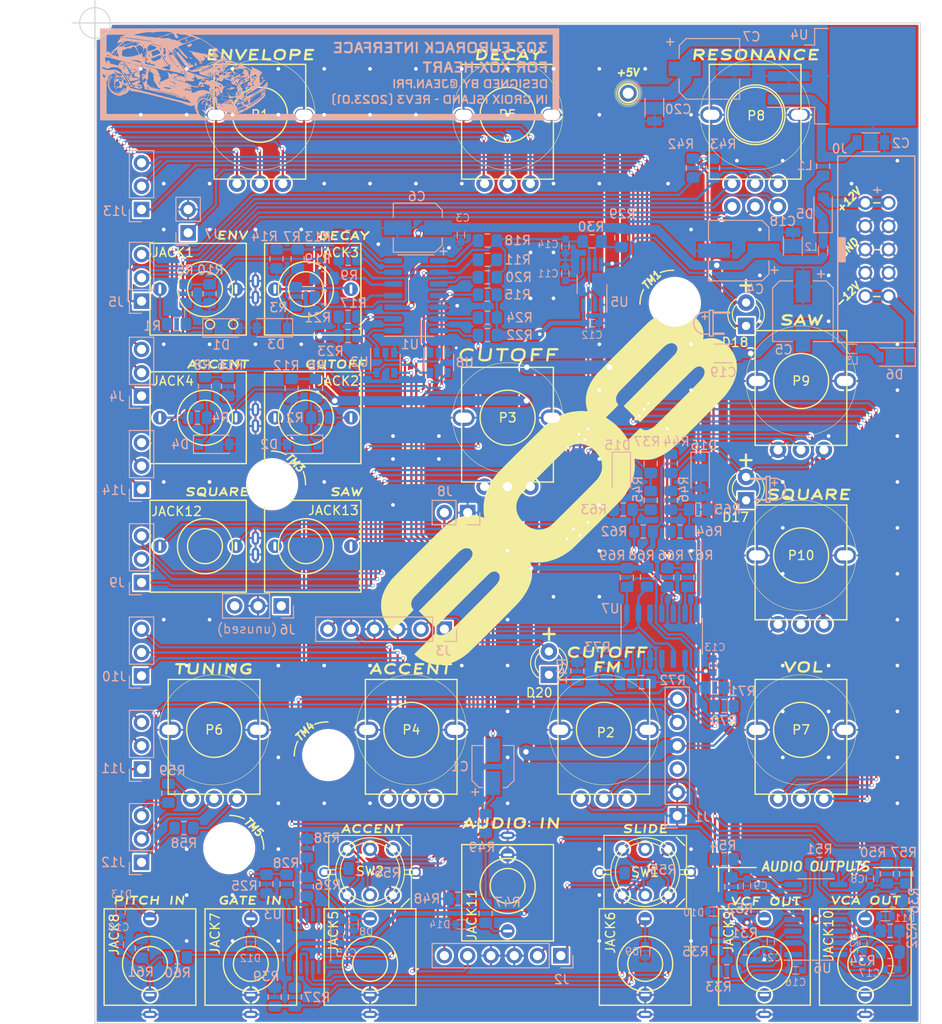
<source format=kicad_pcb>
(kicad_pcb (version 20240108) (generator "pcbnew") (generator_version "8.0")
  (layers (0 "F.Cu" signal) (31 "B.Cu" signal) (34 "B.Paste" user) (35 "F.Paste" user) (36 "B.SilkS" user "B.Silkscreen") (37 "F.SilkS" user "F.Silkscreen") (38 "B.Mask" user) (39 "F.Mask" user) (44 "Edge.Cuts" user))
  (net 0 "")
  (net 1 "GND")
  (net 2 "Net-(U4-IN)")
  (net 3 "+12V")
  (net 4 "-12V")
  (net 5 "+5V")
  (net 6 "Net-(U6C--)")
  (net 7 "TIMER")
  (net 8 "Net-(C16-Pad2)")
  (net 9 "Net-(U6B--)")
  (net 10 "Net-(C17-Pad2)")
  (net 11 "Net-(U5-CV)")
  (net 12 "Net-(U6A--)")
  (net 13 "Net-(U6D--)")
  (net 14 "Net-(D1-K)")
  (net 15 "Net-(D2-K)")
  (net 16 "Net-(D3-K)")
  (net 17 "Net-(D4-K)")
  (net 18 "Net-(D5-K)")
  (net 19 "GATE_IN")
  (net 20 "CV_IN")
  (net 21 "Net-(D5-A)")
  (net 22 "Net-(D6-K)")
  (net 23 "Net-(D6-A)")
  (net 24 "Net-(D15-K)")
  (net 25 "Net-(D16-K)")
  (net 26 "Net-(D17-K)")
  (net 27 "WAVE_TRI")
  (net 28 "WAVE_SQUARE")
  (net 29 "AUDIO_OUT_VCA")
  (net 30 "WAVE")
  (net 31 "Net-(D18-K)")
  (net 32 "Net-(D20-K)")
  (net 34 "Net-(J4-Pin_1)")
  (net 35 "Net-(J4-Pin_3)")
  (net 36 "Net-(J4-Pin_2)")
  (net 37 "Net-(J5-Pin_3)")
  (net 38 "Net-(J5-Pin_2)")
  (net 39 "Net-(J5-Pin_1)")
  (net 40 "Net-(J9-Pin_1)")
  (net 41 "Net-(J9-Pin_3)")
  (net 42 "Net-(J9-Pin_2)")
  (net 43 "Net-(J10-Pin_1)")
  (net 44 "Net-(J10-Pin_2)")
  (net 45 "Net-(J10-Pin_3)")
  (net 46 "Net-(J11-Pin_1)")
  (net 47 "Net-(J11-Pin_2)")
  (net 48 "Net-(J11-Pin_3)")
  (net 49 "Net-(JACK1-Pad3)")
  (net 50 "Net-(JACK2-Pad3)")
  (net 51 "Net-(JACK3-Pad3)")
  (net 52 "Net-(JACK4-Pad3)")
  (net 53 "Net-(J12-Pin_1)")
  (net 54 "Net-(J12-Pin_2)")
  (net 55 "Net-(J12-Pin_3)")
  (net 56 "Net-(J13-Pin_2)")
  (net 57 "Net-(J13-Pin_1)")
  (net 58 "Net-(J13-Pin_3)")
  (net 59 "Net-(J14-Pin_2)")
  (net 60 "Net-(J14-Pin_3)")
  (net 61 "Net-(R23-Pad1)")
  (net 62 "Net-(R24-Pad1)")
  (net 63 "Net-(R26-Pad1)")
  (net 64 "Net-(R27-Pad1)")
  (net 65 "Net-(R28-Pad1)")
  (net 66 "Net-(J14-Pin_1)")
  (net 67 "AUDIO_OUT_VCF")
  (net 68 "ACCENT_IN")
  (net 69 "\\ACCENT_IN")
  (net 70 "Net-(U3-Pad2)")
  (net 71 "Net-(C1-Pad1)")
  (net 72 "Net-(D14-Pad2)")
  (net 73 "Net-(U1A-+)")
  (net 74 "Net-(R47-Pad1)")
  (net 75 "Net-(C8-Pad2)")
  (net 76 "Net-(U1D-+)")
  (net 77 "Net-(C9-Pad2)")
  (net 78 "Net-(U1B-+)")
  (net 79 "Net-(R55-Pad1)")
  (net 80 "Net-(R56-Pad1)")
  (net 81 "Net-(P6-Pad3)")
  (net 82 "Net-(P6-Pad1)")
  (net 83 "Net-(D8-Pad2)")
  (net 84 "Net-(D9-Pad2)")
  (net 85 "Net-(D10-Pad2)")
  (net 86 "Net-(D11-Pad2)")
  (net 87 "Net-(D12-Pad2)")
  (net 88 "/+2V")
  (net 89 "\\SLIDE_XOX")
  (net 90 "SLIDE_XOX")
  (net 91 "SLIDE")
  (net 92 "\\SLIDE")
  (net 93 "ACCENT")
  (net 94 "\\ACCENT")
  (net 95 "Net-(U1C-+)")
  (net 96 "Net-(U1A--)")
  (net 97 "Net-(U1D--)")
  (net 98 "Net-(U1B--)")
  (net 99 "PWM_DECAY__XOX")
  (net 100 "PWM_ACCENT__XOX")
  (net 101 "PWM_ENVELOPE__XOX")
  (net 102 "PWM_CUTOFF__XOX")
  (net 103 "PWM_SAW__XOX")
  (net 104 "PWM_SQUARE__XOX")
  (net 105 "Net-(JACK12-Pad3)")
  (net 106 "SQUARE_LEVEL")
  (net 107 "Net-(JACK13-Pad3)")
  (net 108 "SAW_LEVEL")
  (net 109 "Net-(U1C--)")
  (net 110 "Net-(U5-DIS)")
  (net 111 "Net-(U7A-+)")
  (net 112 "Net-(U7B-+)")
  (net 113 "/2.5V")
  (net 114 "Net-(R72-Pad1)")
  (net 115 "Net-(R73-Pad1)")
  (net 116 "CUTOFF_FM")
  (net 117 "Net-(U7A--)")
  (net 121 "Net-(U7B--)")
  (footprint "_LIB:Thonkiconn_small_head_to_head" (layer "F.Cu") (at 23 29 -90)
    (property "Reference" "JACK3")
    (property "Value" "PJ398SM-BLACK")
  )
  (footprint "_LIB:Thonkiconn_small" (layer "F.Cu") (at 30 102.5)
    (property "Reference" "JACK5")
    (property "Value" "PJ398SM-BLACK")
  )
  (footprint "_LIB:Thonkiconn_small" (layer "F.Cu") (at 60 102.5)
    (property "Reference" "JACK6")
    (property "Value" "PJ398SM-BLACK")
  )
  (footprint "_LIB:Thonkiconn_small" (layer "F.Cu") (at 17 102.5)
    (property "Reference" "JACK7")
    (property "Value" "PJ398SM-BLACK")
  )
  (footprint "_LIB:Thonkiconn_small" (layer "F.Cu") (at 6 102.5)
    (property "Reference" "JACK8")
    (property "Value" "PJ398SM-BLACK")
  )
  (footprint "_LIB:Thonkiconn_small" (layer "F.Cu") (at 73 102.5)
    (property "Reference" "JACK9")
    (property "Value" "PJ398SM-BLACK")
  )
  (footprint "_LIB:Thonkiconn_small" (layer "F.Cu") (at 84 102.5)
    (property "Reference" "JACK10")
    (property "Value" "PJ398SM-BLACK")
  )
  (footprint "_LIB:HOLE_5_2mm" (layer "F.Cu") (at 70.358 31.2674)
    (property "Reference" "TRIM1" (hide yes))
    (property "Value" "TRIM" (hide yes))
  )
  (footprint "_LIB:HOLE_5_2mm" (layer "F.Cu") (at 30.2006 80.8101)
    (property "Reference" "TRIM2" (hide yes))
    (property "Value" "TRIM" (hide yes))
  )
  (footprint "_LIB:HOLE_5_2mm" (layer "F.Cu") (at 24.6126 51.1048)
    (property "Reference" "TRIM3" (hide yes))
    (property "Value" "TRIM" (hide yes))
  )
  (footprint "_LIB:HOLE_5_2mm" (layer "F.Cu") (at 14.64 89.89)
    (property "Reference" "TRIM4" (hide yes))
    (property "Value" "TRIM" (hide yes))
  )
  (footprint "_LIB:Alpha9mm" (layer "F.Cu") (at 18 10)
    (property "Reference" "P1")
    (property "Value" "A50K")
  )
  (footprint "_LIB:Alpha9mm" (layer "F.Cu") (at 45 43)
    (property "Reference" "P3")
    (property "Value" "A50K")
  )
  (footprint "_LIB:Alpha9mm" (layer "F.Cu") (at 34.5 77)
    (property "Reference" "P4")
    (property "Value" "B50K")
  )
  (footprint "_LIB:Alpha9mm_dual" (layer "F.Cu") (at 72 10)
    (property "Reference" "P8")
    (property "Value" "B50K")
  )
  (footprint "_LIB:Alpha9mm" (layer "F.Cu") (at 77 39)
    (property "Reference" "P9")
    (property "Value" "B50K")
  )
  (footprint "_LIB:Alpha9mm" (layer "F.Cu") (at 77 58)
    (property "Reference" "P10")
    (property "Value" "B50K")
  )
  (footprint "_LIB:Alpha9mm" (layer "F.Cu") (at 77 77)
    (property "Reference" "P7")
    (property "Value" "A50K")
  )
  (footprint "_LIB:Alpha9mm" (layer "F.Cu") (at 45 10)
    (property "Reference" "P5")
    (property "Value" "A1M")
  )
  (footprint "_LIB:Alpha9mm" (layer "F.Cu") (at 55.5 77)
    (property "Reference" "P2")
    (property "Value" "B50K")
  )
  (footprint "_LIB:Thonkiconn_small_head_to_head" (layer "F.Cu") (at 12 43 90)
    (property "Reference" "JACK4")
    (property "Value" "PJ398SM-BLACK")
  )
  (footprint "_LIB:Thonkiconn_small_head_to_head" (layer "F.Cu") (at 12 29 90)
    (property "Reference" "JACK1")
    (property "Value" "PJ398SM-BLACK")
  )
  (footprint "_LIB:Thonkiconn_small_head_to_head" (layer "F.Cu") (at 23 43 -90)
    (property "Reference" "JACK2")
    (property "Value" "PJ398SM-BLACK")
  )
  (footprint "_LIB:TEST_POINT" (layer "F.Cu") (at 58.15 7.65)
    (property "Reference" "REF**" (hide yes))
    (property "Value" "TEST_POINT")
  )
  (footprint "_LIB:logo-303" (layer "F.Cu") (at 50.6 50.6)
    (property "Reference" "G***" (hide yes))
    (property "Value" "LOGO" (hide yes))
  )
  (footprint "_LIB:LP4EE1PBCT" (layer "F.Cu") (at 60 92.5 180)
    (property "Reference" "SW1")
    (property "Value" "LP4EE1PBCTY")
  )
  (footprint "_LIB:LP4EE1PBCT" (layer "F.Cu") (at 30 92.5 180)
    (property "Reference" "SW2")
    (property "Value" "LP4EE1PBCTY")
  )
  (footprint "_LIB:Thonkiconn_small_head_to_head" (layer "F.Cu") (at 12 57 90)
    (property "Reference" "JACK12")
    (property "Value" "PJ398SM-BLACK")
  )
  (footprint "_LIB:Alpha9mm" (layer "F.Cu") (at 13 77)
    (property "Reference" "P6")
    (property "Value" "B50K")
  )
  (footprint "_LIB:Thonkiconn_small_head_to_head" (layer "F.Cu") (at 23 57 -90)
    (property "Reference" "JACK13")
    (property "Value" "PJ398SM-BLACK")
  )
  (footprint "LED_THT:LED_D3.0mm" (layer "F.Cu") (at 71 33 90)
    (property "Reference" "D18")
    (property "Value" "LED")
  )
  (footprint "_LIB:Thonkiconn_small" (layer "F.Cu") (at 45 94 180)
    (property "Reference" "JACK11")
    (property "Value" "PJ398SM-BLACK")
  )
  (footprint "LED_THT:LED_D3.0mm" (layer "F.Cu") (at 71 52 90)
    (property "Reference" "D17")
    (property "Value" "LED")
  )
  (footprint "LED_THT:LED_D3.0mm" (layer "F.Cu") (at 49.5 71 90)
    (property "Reference" "D20")
    (property "Value" "LED")
  )
  (footprint "_LIB:C_1206" (layer "B.Cu") (at 84.6 13)
    (property "Reference" "C2")
    (property "Value" "22u")
  )
  (footprint "_LIB:C_0603" (layer "B.Cu") (at 39.9 23.1 -90)
    (property "Reference" "C3")
    (property "Value" "100n" (hide yes))
  )
  (footprint "_LIB:CP_6.3x5.8" (layer "B.Cu") (at 70.2 24.8 180)
    (property "Reference" "C4")
    (property "Value" "47uf")
  )
  (footprint "_LIB:CP_6.3x5.8" (layer "B.Cu") (at 77.2 31.4 -90)
    (property "Reference" "C5")
    (property "Value" "47uf")
  )
  (footprint "_LIB:CP_5x5.8" (layer "B.Cu") (at 35.2 22.3 180)
    (property "Reference" "C6")
    (property "Value" "4.7uf")
  )
  (footprint "_LIB:CP_6.3x5.8" (layer "B.Cu") (at 67 5)
    (property "Reference" "C7")
    (property "Value" "47uf")
  )
  (footprint "_LIB:C_0603" (layer "B.Cu") (at 51.3 27.3 90)
    (property "Reference" "C11")
    (property "Value" "100n" (hide yes))
  )
  (footprint "_LIB:C_0603" (layer "B.Cu") (at 54.2 32.7)
    (property "Reference" "C12")
    (property "Value" "100n" (hide yes))
  )
  (footprint "_LIB:C_0603" (layer "B.Cu") (at 51.3 24.3 -90)
    (property "Reference" "C14")
    (property "Value" "4.7n" (hide yes))
  )
  (footprint "_LIB:C_0603" (layer "B.Cu") (at 26.7 99.5 90)
    (property "Reference" "C15")
    (property "Value" "100n" (hide yes))
  )
  (footprint "_LIB:C_0603" (layer "B.Cu") (at 76.4 103.2 180)
    (property "Reference" "C16")
    (property "Value" "100p" (hide yes))
  )
  (footprint "_LIB:C_0603" (layer "B.Cu") (at 86.8 103.1 180)
    (property "Reference" "C17")
    (property "Value" "100p" (hide yes))
  )
  (footprint "_LIB:C_1206" (layer "B.Cu") (at 76.1 24.3 90)
    (property "Reference" "C18")
    (property "Value" "22u")
  )
  (footprint "_LIB:C_1206" (layer "B.Cu") (at 68.5 36)
    (property "Reference" "C19")
    (property "Value" "22u")
  )
  (footprint "_LIB:C_1206" (layer "B.Cu") (at 61 9.2 -90)
    (property "Reference" "C20")
    (property "Value" "22u")
  )
  (footprint "Diode_SMD:D_SOD-123" (layer "B.Cu") (at 22.6 45.9 180)
    (property "Reference" "D2")
    (property "Value" "1N4148")
  )
  (footprint "Diode_SMD:D_SOD-123" (layer "B.Cu") (at 19.3 33.2 180)
    (property "Reference" "D3")
    (property "Value" "1N4148")
  )
  (footprint "Diode_SMD:D_SOD-123" (layer "B.Cu") (at 13 45.9)
    (property "Reference" "D4")
    (property "Value" "1N4148")
  )
  (footprint "_LIB:30310-6002HB" (layer "B.Cu") (at 84 19.6 -90)
    (property "Reference" "J0")
    (property "Value" "30310-6002HB")
  )
  (footprint "Connector_PinHeader_2.54mm:PinHeader_1x06_P2.54mm_Vertical" (layer "B.Cu") (at 63.5 86.36)
    (property "Reference" "J1")
    (property "Value" "Conn_01x06" (hide yes))
  )
  (footprint "Connector_PinHeader_2.54mm:PinHeader_1x06_P2.54mm_Vertical" (layer "B.Cu") (at 50.8 101.6 90)
    (property "Reference" "J2")
    (property "Value" "Conn_01x06" (hide yes))
  )
  (footprint "Connector_PinHeader_2.54mm:PinHeader_1x03_P2.54mm_Vertical" (layer "B.Cu") (at 5.08 40.64)
    (property "Reference" "J4")
    (property "Value" "Conn_01x03" (hide yes))
  )
  (footprint "Connector_PinHeader_2.54mm:PinHeader_1x03_P2.54mm_Vertical" (layer "B.Cu") (at 5.08 30.3)
    (property "Reference" "J5")
    (property "Value" "Conn_01x03" (hide yes))
  )
  (footprint "Connector_PinHeader_2.54mm:PinHeader_1x03_P2.54mm_Vertical" (layer "B.Cu") (at 20.32 63.5 90)
    (property "Reference" "J6")
    (property "Value" "Conn_01x03" (hide yes))
  )
  (footprint "_LIB:PinHeader_1x02_P2.54mm_Vertical" (layer "B.Cu") (at 10.16 22.86)
    (property "Reference" "J7")
    (property "Value" "Conn_01x02" (hide yes))
  )
  (footprint "_LIB:PinHeader_1x02_P2.54mm_Vertical" (layer "B.Cu") (at 40.64 53.34 90)
    (property "Reference" "J8")
    (property "Value" "Conn_01x02" (hide yes))
  )
  (footprint "Connector_PinHeader_2.54mm:PinHeader_1x03_P2.54mm_Vertical" (layer "B.Cu") (at 5.08 60.96)
    (property "Reference" "J9")
    (property "Value" "Conn_01x03" (hide yes))
  )
  (footprint "Connector_PinHeader_2.54mm:PinHeader_1x03_P2.54mm_Vertical" (layer "B.Cu") (at 5.08 71.12)
    (property "Reference" "J10")
    (property "Value" "Conn_01x03" (hide yes))
  )
  (footprint "Connector_PinHeader_2.54mm:PinHeader_1x03_P2.54mm_Vertical" (layer "B.Cu") (at 5.08 81.28)
    (property "Reference" "J11")
    (property "Value" "Conn_01x03" (hide yes))
  )
  (footprint "Connector_PinHeader_2.54mm:PinHeader_1x03_P2.54mm_Vertical" (layer "B.Cu") (at 5.08 91.44)
    (property "Reference" "J12")
    (property "Value" "Conn_01x03" (hide yes))
  )
  (footprint "Connector_PinHeader_2.54mm:PinHeader_1x03_P2.54mm_Vertical" (layer "B.Cu") (at 5.08 20.32)
    (property "Reference" "J13")
    (property "Value" "Conn_01x03" (hide yes))
  )
  (footprint "Connector_PinHeader_2.54mm:PinHeader_1x03_P2.54mm_Vertical" (layer "B.Cu") (at 5.08 50.8)
    (property "Reference" "J14")
    (property "Value" "Conn_01x03" (hide yes))
  )
  (footprint "_LIB:R_0805" (layer "B.Cu") (at 79.4 15.6 90)
    (property "Reference" "L1")
    (property "Value" "MLZ2012M330WT000")
  )
  (footprint "_LIB:R_0603" (layer "B.Cu") (at 79.4 24.8 -90)
    (property "Reference" "L2")
    (property "Value" "742792664")
  )
  (footprint "_LIB:R_0603" (layer "B.Cu") (at 82.6 35.5 180)
    (property "Reference" "L3")
    (property "Value" "742792664")
  )
  (footprint "_LIB:R_0805" (layer "B.Cu") (at 8.9 32.8 180)
    (property "Reference" "R1")
    (property "Value" "10K")
  )
  (footprint "_LIB:R_0805" (layer "B.Cu") (at 24.6 43)
    (property "Reference" "R2")
    (property "Value" "10K")
  )
  (footprint "_LIB:R_0805" (layer "B.Cu") (at 21.9 29.8 90)
    (property "Reference" "R3")
    (property "Value" "10K")
  )
  (footprint "_LIB:R_0805" (layer "B.Cu") (at 9.9 29.5 -90)
    (property "Reference" "R5")
    (property "Value" "10K")
  )
  (footprint "_LIB:R_0805" (layer "B.Cu") (at 24.1 39.8 -90)
    (property "Reference" "R6")
    (property "Value" "10K")
  )
  (footprint "_LIB:R_0805" (layer "B.Cu") (at 22.1 25.7 -90)
    (property "Reference" "R7")
    (property "Value" "10K")
  )
  (footprint "_LIB:R_0805" (layer "B.Cu") (at 12 39.6 -90)
    (property "Reference" "R8")
    (property "Value" "10K")
  )
  (footprint "_LIB:R_0805" (layer "B.Cu") (at 12.5 29.5 90)
    (property "Reference" "R10")
    (property "Value" "36K")
  )
  (footprint "_LIB:R_0805" (layer "B.Cu") (at 42.8 25.8)
    (property "Reference" "R11")
    (property "Value" "51K")
  )
  (footprint "_LIB:R_0805" (layer "B.Cu") (at 21.45 39.8 90)
    (property "Reference" "R12")
    (property "Value" "36K")
  )
  (footprint "_LIB:R_0805" (layer "B.Cu") (at 27.6 23.3 180)
    (property "Reference" "R13")
    (property "Value" "51K")
  )
  (footprint "_LIB:R_0805" (layer "B.Cu") (at 42.8 29.6)
    (property "Reference" "R15")
    (property "Value" "51K")
  )
  (footprint "_LIB:R_0805" (layer "B.Cu") (at 14.5 39.6 90)
    (property "Reference" "R16")
    (property "Value" "36K")
  )
  (footprint "_LIB:R_0805" (layer "B.Cu") (at 25 29.9)
    (property "Reference" "R17")
    (property "Value" "10K")
  )
  (footprint "_LIB:R_0805" (layer "B.Cu") (at 42.8 23.7 180)
    (property "Reference" "R18")
    (property "Value" "10K")
  )
  (footprint "_LIB:R_0805" (layer "B.Cu") (at 27.6 25.7)
    (property "Reference" "R19")
    (property "Value" "10K")
  )
  (footprint "_LIB:R_0805" (layer "B.Cu") (at 42.8 27.7 180)
    (property "Reference" "R20")
    (property "Value" "10K")
  )
  (footprint "_LIB:R_0805" (layer "B.Cu") (at 27.6 32 180)
    (property "Reference" "R21")
    (property "Value" "2K2")
  )
  (footprint "_LIB:R_0805" (layer "B.Cu") (at 42.8 34)
    (property "Reference" "R22")
    (property "Value" "2K2")
  )
  (footprint "_LIB:R_0805" (layer "B.Cu") (at 27.6 34.1 180)
    (property "Reference" "R23")
    (property "Value" "2K2")
  )
  (footprint "_LIB:R_0805" (layer "B.Cu") (at 42.8 32.1)
    (property "Reference" "R24")
    (property "Value" "2K2")
  )
  (footprint "_LIB:R_0805" (layer "B.Cu") (at 18.7 93.8 -90)
    (property "Reference" "R25")
    (property "Value" "100K")
  )
  (footprint "_LIB:R_0805" (layer "B.Cu") (at 23.1 94.075 90)
    (property "Reference" "R26")
    (property "Value" "10K")
  )
  (footprint "_LIB:R_0805" (layer "B.Cu") (at 21.8 106.1 -90)
    (property "Reference" "R27")
    (property "Value" "10K")
  )
  (footprint "_LIB:R_0805" (layer "B.Cu") (at 20.9 93.8 90)
    (property "Reference" "R28")
    (property "Value" "10K")
  )
  (footprint "_LIB:R_0805" (layer "B.Cu") (at 57.4 23.4 90)
    (property "Reference" "R29")
    (property "Value" "3.7K")
  )
  (footprint "_LIB:R_0805" (layer "B.Cu") (at 54.2 23.8)
    (property "Reference" "R30")
    (property "Value" "68R")
  )
  (footprint "_LIB:R_0805" (layer "B.Cu") (at 70.9 100.8)
    (property "Reference" "R31")
    (property "Value" "12K")
  )
  (footprint "_LIB:R_0805" (layer "B.Cu") (at 86.7 98.9 180)
    (property "Reference" "R32")
    (property "Value" "2K2")
  )
  (footprint "_LIB:R_0805" (layer "B.Cu") (at 86.7 101.2)
    (property "Reference" "R34")
    (property "Value" "51K")
  )
  (footprint "_LIB:R_0805" (layer "B.Cu") (at 67.9 100 -90)
    (property "Reference" "R35")
    (property "Value" "1K")
  )
  (footprint "_LIB:R_0805" (layer "B.Cu") (at 87.025 95.6)
    (property "Reference" "R36")
    (property "Value" "1K")
  )
  (footprint "_LIB:R_0805" (layer "B.Cu") (at 65.2 15.8 -90)
    (property "Reference" "R42")
    (property "Value" "470K")
  )
  (footprint "_LIB:R_0805" (layer "B.Cu") (at 67.4 15.8 -90)
    (property "Reference" "R43")
    (property "Value" "220K")
  )
  (footprint "Package_SO:SOIC-14_3.9x8.7mm_P1.27mm" (layer "B.Cu") (at 35 29.7)
    (property "Reference" "U1")
    (property "Value" "LM339AMX/NOPB")
  )
  (footprint "Package_SO:VSSOP-8_3.0x3.0mm_P0.65mm" (layer "B.Cu") (at 54.2 28.5 90)
    (property "Reference" "U5")
    (property "Value" "LM555CMMX/NOPB")
  )
  (footprint "_LIB:R_0805" (layer "B.Cu") (at 19.6 106.1 90)
    (property "Reference" "R39")
    (property "Value" "100K")
  )
  (footprint "Diode_SMD:D_SOD-123" (layer "B.Cu") (at 79.4 20.6 90)
    (property "Reference" "D5")
    (property "Value" "1N5819HW-F")
  )
  (footprint "Diode_SMD:D_SOD-123" (layer "B.Cu") (at 87.2 36.4 180)
    (property "Reference" "D6")
    (property "Value" "1N5819HW-F")
  )
  (footprint "_LIB:R_0805" (layer "B.Cu") (at 39.575 95.4)
    (property "Reference" "R48")
    (property "Value" "100k")
  )
  (footprint "Package_SO:SOIC-14_3.9x8.7mm_P1.27mm" (layer "B.Cu") (at 78.6 97.66)
    (property "Reference" "U6")
    (property "Value" "TL074IDE4")
  )
  (footprint "_LIB:C_0603" (layer "B.Cu") (at 84.5 93.2 90)
    (property "Reference" "C8")
    (property "Value" "100p" (hide yes))
  )
  (footprint "_LIB:R_0805" (layer "B.Cu") (at 86.35 92.7 90)
    (property "Reference" "R50")
    (property "Value" "51K")
  )
  (footprint "_LIB:C_0603" (layer "B.Cu") (at 71.1 94 90)
    (property "Reference" "C9")
    (property "Value" "100p" (hide yes))
  )
  (footprint "_LIB:R_0805" (layer "B.Cu") (at 79 91.6)
    (property "Reference" "R51")
    (property "Value" "1K")
  )
  (footprint "_LIB:R_0805" (layer "B.Cu") (at 69.4 94.1 -90)
    (property "Reference" "R52")
    (property "Value" "68K")
  )
  (footprint "_LIB:R_0805" (layer "B.Cu") (at 68.6 91.1)
    (property "Reference" "R54")
    (property "Value" "1K")
  )
  (footprint "Package_TO_SOT_SMD:TO-263-3_TabPin2" (layer "B.Cu") (at 81.425 5.8)
    (property "Reference" "U4")
    (property "Value" "MC7805ACD2TR4G")
  )
  (footprint "_LIB:R_0805" (layer "B.Cu") (at 58.8 92.6)
    (property "Reference" "R55")
    (property "Value" "220R")
  )
  (footprint "_LIB:R_0805" (layer "B.Cu") (at 19.8 25.7 90)
    (property "Reference" "R14")
    (property "Value" "36K")
  )
  (footprint "_LIB:R_0805" (layer "B.Cu") (at 88.45 92.7 90)
    (property "Reference" "R57")
    (property "Value" "NC")
  )
  (footprint "_LIB:R_0805" (layer "B.Cu") (at 9.7 87.7)
    (property "Reference" "R58")
    (property "Value" "0R")
  )
  (footprint "_LIB:R_0805" (layer "B.Cu") (at 8 83.9 90)
    (property "Reference" "R59")
    (property "Value" "0R")
  )
  (footprint "_LIB:C_0603" (layer "B.Cu") (at 2.7 100.4 -90)
    (property "Reference" "C10")
    (property "Value" "100n" (hide yes))
  )
  (footprint "_LIB:CERA_0603" (layer "B.Cu") (at 60 101.1 90)
    (property "Reference" "D9")
    (property "Value" "CERADIODE")
  )
  (footprint "_LIB:CERA_0603" (layer "B.Cu") (at 67.5 96.8)
    (property "Reference" "D10")
    (property "Value" "CERADIODE")
  )
  (footprint "_LIB:CERA_0603" (layer "B.Cu") (at 86.2 97.3)
    (property "Reference" "D11")
    (property "Value" "CERADIODE")
  )
  (footprint "_LIB:CERA_0603" (layer "B.Cu") (at 17 100.1 90)
    (property "Reference" "D12")
    (property "Value" "CERADIODE")
  )
  (footprint "_LIB:CERA_0603" (layer "B.Cu") (at 2.8 96.6 90)
    (property "Reference" "D13")
    (property "Value" "CERADIODE")
  )
  (footprint "_LIB:CERA_0603" (layer "B.Cu") (at 40 98.2)
    (property "Reference" "D14")
    (property "Value" "CERADIODE")
  )
  (footprint "_LIB:R_0805" (layer "B.Cu") (at 9 101.8 180)
    (property "Reference" "R60")
    (property "Value" "10K")
  )
  (footprint "_LIB:R_0805" (layer "B.Cu") (at 5.1 100.8 90)
    (property "Reference" "R61")
    (property "Value" "15K")
  )
  (footprint "_LIB:C_0603" (layer "B.Cu") (at 73.7 100.05 -90)
    (property "Reference" "C21")
    (property "Value" "100n" (hide yes))
  )
  (footprint "_LIB:R_0805" (layer "B.Cu") (at 23.1 89.9 90)
    (property "Reference" "R38")
    (property "Value" "100K")
  )
  (footprint "_LIB:CERA_0603" (layer "B.Cu") (at 28.2 98.2 90)
    (property "Reference" "D8")
    (property "Value" "CERADIODE")
  )
  (footprint "_LIB:CP_4x5.3" (layer "B.Cu") (at 43.4 81 90)
    (property "Reference" "C1")
    (property "Value" "1u")
  )
  (footprint "_LIB:R_0805" (layer "B.Cu") (at 42.6 97 -90)
    (property "Reference" "R47")
    (property "Value" "100k")
  )
  (footprint "_LIB:R_0805" (layer "B.Cu") (at 42.6 87.2 -90)
    (property "Reference" "R49")
    (property "Value" "150K")
  )
  (footprint "_LIB:R_0805" (layer "B.Cu") (at 28.7 92.1)
    (property "Reference" "R56")
    (property "Value" "220R")
  )
  (footprint "Package_SO:TSSOP-14_4.4x5mm_P0.65mm" (layer "B.Cu") (at 23.1 100 -90)
    (property "Reference" "U3")
    (property "Value" "M74HC14YTTR")
  )
  (footprint "_LIB:R_0805" (layer "B.Cu") (at 68.9 103.3)
    (property "Reference" "R33")
    (property "Value" "100K")
  )
  (footprint "_LIB:R_0805" (layer "B.Cu") (at 11.175 43 180)
    (property "Reference" "R4")
    (property "Value" "10K")
  )
  (footprint "_LIB:R_0805" (layer "B.Cu") (at 25 27.8 180)
    (property "Reference" "R9")
    (property "Value" "51K")
  )
  (footprint "Package_TO_SOT_SMD:SOT-23-5" (layer "B.Cu") (at 37.5 37 -90)
    (property "Reference" "U8")
    (property "Value" "74AHC1G08")
  )
  (footprint "_LIB:R_0805" (layer "B.Cu") (at 55.8 70.4 -90)
    (property "Reference" "R73")
    (property "Value" "1K")
  )
  (footprint "_LIB:C_0603" (layer "B.Cu") (at 67.4 70 90)
    (property "Reference" "C13")
    (property "Value" "100n" (hide yes))
  )
  (footprint "Diode_SMD:D_SOD-123" (layer "B.Cu") (at 57.4 49 -90)
    (property "Reference" "D15")
    (property "Value" "1N4148")
  )
  (footprint "Diode_SMD:D_SOD-123" (layer "B.Cu") (at 66 49 -90)
    (property "Reference" "D16")
    (property "Value" "1N4148")
  )
  (footprint "_LIB:R_0805" (layer "B.Cu") (at 60.6 48 90)
    (property "Reference" "R37")
    (property "Value" "10K")
  )
  (footprint "_LIB:R_0805" (layer "B.Cu") (at 62.8 48 90)
    (property "Reference" "R44")
    (property "Value" "10K")
  )
  (footprint "_LIB:R_0805" (layer "B.Cu") (at 60.6 52 90)
    (property "Reference" "R45")
    (property "Value" "10K")
  )
  (footprint "_LIB:R_0805" (layer "B.Cu") (at 62.8 52 90)
    (property "Reference" "R46")
    (property "Value" "10K")
  )
  (footprint "_LIB:R_0805" (layer "B.Cu") (at 59.8 55.4)
    (property "Reference" "R62")
    (property "Value" "51K")
  )
  (footprint "_LIB:R_0805" (layer "B.Cu") (at 57.6 53)
    (property "Reference" "R63")
    (property "Value" "36K")
  )
  (footprint "_LIB:R_0805" (layer "B.Cu") (at 63.8 55.4 180)
    (property "Reference" "R64")
    (property "Value" "51K")
  )
  (footprint "_LIB:R_0805" (layer "B.Cu") (at 65.8 53 180)
    (property "Reference" "R65")
    (property "Value" "36K")
  )
  (footprint "_LIB:R_0805" (layer "B.Cu") (at 64.6 60.4 -90)
    (property "Reference" "R67")
    (property "Value" "10K")
  )
  (footprint "_LIB:R_0805" (layer "B.Cu") (at 60.2 60.375 90)
    (property "Reference" "R68")
    (property "Value" "2K2")
  )
  (footprint "_LIB:R_0805" (layer "B.Cu") (at 58 60.4 90)
    (property "Reference" "R69")
    (property "Value" "2K2")
  )
  (footprint "_LIB:R_0805" (layer "B.Cu") (at 68.6 74.4)
    (property "Reference" "R70")
    (property "Value" "47K")
  )
  (footprint "_LIB:R_0805" (layer "B.Cu") (at 67.6 72.4 180)
    (property "Reference" "R71")
    (property "Value" "47K")
  )
  (footprint "Package_SO:SOIC-14_3.9x8.7mm_P1.27mm" (layer "B.Cu") (at 61.8 66.8 -90)
    (property "Reference" "U7")
    (property "Value" "LM339AMX/NOPB")
  )
  (footprint "Connector_PinHeader_2.54mm:PinHeader_1x06_P2.54mm_Vertical" (layer "B.Cu") (at 38.1 66.04 90)
    (property "Reference" "J3")
    (property "Value" "Conn_01x06")
  )
  (footprint "_LIB:R_0805" (layer "B.Cu") (at 59.6 71.8)
    (property "Reference" "R72")
    (property "Value" "1K")
  )
  (footprint "Package_TO_SOT_SMD:SOT-23-5" (layer "B.Cu") (at 31.675 37 -90)
    (property "Reference" "U2")
    (property "Value" "74AHC1G00")
  )
  (footprint "Diode_SMD:D_SOD-123" (layer "B.Cu") (at 14.02 33.22)
    (property "Reference" "D1")
    (property "Value" "1N4148")
  )
  (footprint "_LIB:R_0805" (layer "B.Cu") (at 62.4 60.4 -90)
    (property "Reference" "R66")
    (property "Value" "10K")
  )
  (footprint "_LIB:C_0603" (layer "B.Cu") (at 83.8 100.3 90)
    (property "Reference" "C22")
    (property "Value" "100n" (hide yes))
  )
  (footprint "_LIB:R_0805" (layer "B.Cu") (at 52.6 70.6 -90)
    (property "Reference" "R41")
    (property "Value" "330R")
  )
  (footprint "_LIB:LOGO-303-REV3" (layer "B.Cu") (at 25.6 5.6 180)
    (property "Reference" "G***" (hide yes))
    (property "Value" "LOGO" (hide yes))
  )
  (gr_line (start 67 34.1) (end 67.4 34.1) (stroke (width 0.15)) (layer "B.SilkS"))
  (gr_line (start 69.2 31.6) (end 67.5 31.6) (stroke (width 0.15)) (layer "B.SilkS"))
  (gr_arc (start 74.1 49.6) (mid 75.3 50.8) (end 74.1 52) (stroke (width 0.15)) (layer "B.SilkS"))
  (gr_line (start 71.4 49.7) (end 73.2 49.7) (stroke (width 0.15)) (layer "B.SilkS"))
  (gr_line (start 72 52) (end 73.2 52) (stroke (width 0.15)) (layer "B.SilkS"))
  (gr_line (start 73.2 49.4) (end 73.2 52.2) (stroke (width 0.15)) (layer "B.SilkS"))
  (gr_line (start 74.1 52) (end 73.6 52) (stroke (width 0.15)) (layer "B.SilkS"))
  (gr_line (start 72 51.9) (end 73.2 51.9) (stroke (width 0.15)) (layer "B.SilkS"))
  (gr_line (start 71.4 49.6) (end 73.1 49.6) (stroke (width 0.15)) (layer "B.SilkS"))
  (gr_line (start 74.1 49.8) (end 74.1 50.4) (stroke (width 0.15)) (layer "B.SilkS"))
  (gr_line (start 73.6 49.4) (end 73.2 49.4) (stroke (width 0.15)) (layer "B.SilkS"))
  (gr_line (start 74.1 49.6) (end 73.6 49.6) (stroke (width 0.15)) (layer "B.SilkS"))
  (gr_line (start 73.8 50.1) (end 74.4 50.1) (stroke (width 0.15)) (layer "B.SilkS"))
  (gr_line (start 73.6 52.2) (end 73.6 49.4) (stroke (width 0.15)) (layer "B.SilkS"))
  (gr_line (start 73.2 52.2) (end 73.6 52.2) (stroke (width 0.15)) (layer "B.SilkS"))
  (gr_line (start 68.6 33.8) (end 67.4 33.8) (stroke (width 0.15)) (layer "B.SilkS"))
  (gr_line (start 66.8 32) (end 66.2 32) (stroke (width 0.15)) (layer "B.SilkS"))
  (gr_line (start 67 31.3) (end 67 34.1) (stroke (width 0.15)) (layer "B.SilkS"))
  (gr_line (start 68.6 33.9) (end 67.4 33.9) (stroke (width 0.15)) (layer "B.SilkS"))
  (gr_line (start 67.4 34.1) (end 67.4 31.3) (stroke (width 0.15)) (layer "B.SilkS"))
  (gr_line (start 66.5 33.9) (end 67 33.9) (stroke (width 0.15)) (layer "B.SilkS"))
  (gr_line (start 69.2 31.5) (end 67.4 31.5) (stroke (width 0.15)) (layer "B.SilkS"))
  (gr_arc (start 66.5 33.9) (mid 65.3 32.7) (end 66.5 31.5) (stroke (width 0.15)) (layer "B.SilkS"))
  (gr_line (start 66.5 31.5) (end 67 31.5) (stroke (width 0.15)) (layer "B.SilkS"))
  (gr_line (start 66.5 32.3) (end 66.5 31.7) (stroke (width 0.15)) (layer "B.SilkS"))
  (gr_line (start 67.4 31.3) (end 67 31.3) (stroke (width 0.15)) (layer "B.SilkS"))
  (gr_line (start 68 92) (end 72.1 92) (stroke (width 0.15)) (layer "F.SilkS"))
  (gr_arc (start 59.432293 30.64) (mid 59.528 29.818012) (end 59.810001 29.040001) (stroke (width 0.15)) (layer "F.SilkS"))
  (gr_arc (start 61.660433 27.193456) (mid 62.372494 26.993963) (end 63.11 26.94) (stroke (width 0.15)) (layer "F.SilkS"))
  (gr_line (start 64.3 95.4) (end 63.4 96.3) (stroke (width 0.15)) (layer "F.SilkS"))
  (gr_line (start 84.9 19.6) (end 85.6 19.6) (stroke (width 0.15)) (layer "F.SilkS"))
  (gr_line (start 68 94.6) (end 68 92) (stroke (width 0.15)) (layer "F.SilkS"))
  (gr_circle (center 15.072547 32.84) (end 15.572547 32.84) (stroke (width 0.15)) (fill none) (layer "F.SilkS"))
  (gr_arc (start 22.706544 48.860433) (mid 22.906037 49.572494) (end 22.96 50.31) (stroke (width 0.15)) (layer "F.SilkS"))
  (gr_arc (start 21.732293 79.84) (mid 21.828 79.018012) (end 22.110001 78.240001) (stroke (width 0.15)) (layer "F.SilkS"))
  (gr_arc (start 18.146544 88.550433) (mid 18.346037 89.262494) (end 18.4 90) (stroke (width 0.15)) (layer "F.SilkS"))
  (gr_line (start 89 92) (end 89 94.6) (stroke (width 0.15)) (layer "F.SilkS"))
  (gr_line (start 64.3 89.6) (end 63.4 88.7) (stroke (width 0.15)) (layer "F.SilkS"))
  (gr_line (start 84.9 29.8) (end 85.6 29.8) (stroke (width 0.15)) (layer "F.SilkS"))
  (gr_arc (start 23.960433 76.393456) (mid 24.672494 76.193963) (end 25.41 76.14) (stroke (width 0.15)) (layer "F.SilkS"))
  (gr_circle (center 72 10) (end 75 8.75) (stroke (width 0.15)) (fill none) (layer "F.SilkS"))
  (gr_line (start 34.3 95.4) (end 33.4 96.3) (stroke (width 0.15)) (layer "F.SilkS"))
  (gr_arc (start 19.26 46.632293) (mid 20.081988 46.728) (end 20.859999 47.010001) (stroke (width 0.15)) (layer "F.SilkS"))
  (gr_line (start 84.9 24.7) (end 85.6 24.7) (stroke (width 0.15)) (layer "F.SilkS"))
  (gr_line (start 84.9 92) (end 89 92) (stroke (width 0.15)) (layer "F.SilkS"))
  (gr_circle (center 12.54 32.84) (end 13.04 32.84) (stroke (width 0.15)) (fill none) (layer "F.SilkS"))
  (gr_line (start 34.3 89.6) (end 33.4 88.7) (stroke (width 0.15)) (layer "F.SilkS"))
  (gr_arc (start 14.7 86.322293) (mid 15.521988 86.418) (end 16.299999 86.700001) (stroke (width 0.15)) (layer "F.SilkS"))
  (gr_line (start 0 0) (end 90 0) (stroke (width 0.1)) (layer "Edge.Cuts"))
  (gr_line (start 0 0) (end 0 109) (stroke (width 0.1)) (layer "Edge.Cuts"))
  (gr_line (start 0 109) (end 90 109) (stroke (width 0.1)) (layer "Edge.Cuts"))
  (gr_line (start 90 109) (end 90 0) (stroke (width 0.1)) (layer "Edge.Cuts"))
  (gr_text "(unused)" (at 16.6 66 0) (layer "B.SilkS") (effects (font (size 1 1) (thickness 0.125)) (justify mirror)))
  (gr_text "SAW" (at 77 32.4 0) (layer "F.SilkS") (effects (font (size 1 1.6) (thickness 0.25) (italic yes))))
  (gr_text "SQUARE" (at 77.8 51.4 0) (layer "F.SilkS") (effects (font (size 1 1.6) (thickness 0.25) (italic yes))))
  (gr_text "ENVELOPE" (at 18 3.5 0) (layer "F.SilkS") (effects (font (size 1 1.6) (thickness 0.25) (italic yes))))
  (gr_text "DECAY" (at 45 3.5 0) (layer "F.SilkS") (effects (font (size 1 1.6) (thickness 0.25) (italic yes))))
  (gr_text "RESONANCE" (at 72 3.5 0) (layer "F.SilkS") (effects (font (size 1 1.6) (thickness 0.25) (italic yes))))
  (gr_text "TUNING" (at 12.9 70.4 0) (layer "F.SilkS") (effects (font (size 1 1.6) (thickness 0.25) (italic yes))))
  (gr_text "CUTOFF" (at 26.2 37.2 0) (layer "F.SilkS") (effects (font (size 0.8 1.2) (thickness 0.2) (italic yes))))
  (gr_text "DECAY" (at 27.1 23.2 0) (layer "F.SilkS") (effects (font (size 0.8 1.2) (thickness 0.2) (italic yes))))
  (gr_text "ENV" (at 14.95 23.15 0) (layer "F.SilkS") (effects (font (size 0.8 1.2) (thickness 0.2) (italic yes))))
  (gr_text "PITCH IN" (at 5.9 95.6 0) (layer "F.SilkS") (effects (font (size 0.8 1.2) (thickness 0.2) (italic yes))))
  (gr_text "SLIDE" (at 60 87.8 0) (layer "F.SilkS") (effects (font (size 0.8 1.2) (thickness 0.2) (italic yes))))
  (gr_text "VCA OUT" (at 84 95.6 0) (layer "F.SilkS") (effects (font (size 0.8 1.2) (thickness 0.2) (italic yes))))
  (gr_text "TM5" (at 17.3 87.6 315) (layer "F.SilkS") (effects (font (size 0.8 0.8) (thickness 0.2) (italic yes))))
  (gr_text "TM4" (at 22.9 77.2 45) (layer "F.SilkS") (effects (font (size 0.8 0.8) (thickness 0.2) (italic yes))))
  (gr_text "TM1" (at 60.7 28 45) (layer "F.SilkS") (effects (font (size 0.8 0.8) (thickness 0.2) (italic yes))))
  (gr_text "+12V" (at 82.2 19.3 45) (layer "F.SilkS") (effects (font (size 0.8 0.8) (thickness 0.2) (italic yes))))
  (gr_text "+5V" (at 58.1 5.4 0) (layer "F.SilkS") (effects (font (size 0.8 0.8) (thickness 0.2) (italic yes))))
  (gr_text "CUTOFF\nFM" (at 55.8 69.4 0) (layer "F.SilkS") (effects (font (size 1 1.6) (thickness 0.25) (italic yes))))
  (gr_text "AUDIO OUTPUTS" (at 78.6 91.9 0) (layer "F.SilkS") (effects (font (size 1 1) (thickness 0.2) (italic yes))))
  (gr_text "VCF OUT" (at 73.1 95.7 0) (layer "F.SilkS") (effects (font (size 0.8 1.2) (thickness 0.2) (italic yes))))
  (gr_text "AUDIO IN" (at 45.4 87.2 0) (layer "F.SilkS") (effects (font (size 1 1.6) (thickness 0.25) (italic yes))))
  (gr_text "SQUARE" (at 13.3 51.1 0) (layer "F.SilkS") (effects (font (size 0.8 1.2) (thickness 0.2) (italic yes))))
  (gr_text "SAW" (at 27.4 51.1 0) (layer "F.SilkS") (effects (font (size 0.8 1.2) (thickness 0.2) (italic yes))))
  (gr_text "+" (at 70.99 47.51 0) (layer "F.SilkS") (effects (font (size 1.6 1.6) (thickness 0.25))))
  (gr_text "-12V" (at 82.1 29.6 45) (layer "F.SilkS") (effects (font (size 0.8 0.8) (thickness 0.2) (italic yes))))
  (gr_text "CUTOFF" (at 45 36.2 0) (layer "F.SilkS") (effects (font (size 1.2 2) (thickness 0.25) (italic yes))))
  (gr_text "GATE IN" (at 16.9 95.6 0) (layer "F.SilkS") (effects (font (size 0.8 1.2) (thickness 0.2) (italic yes))))
  (gr_text "VOL" (at 77.2 70.2 0) (layer "F.SilkS") (effects (font (size 1 1.6) (thickness 0.25) (italic yes))))
  (gr_text "+" (at 70.99 28.48 0) (layer "F.SilkS") (effects (font (size 1.6 1.6) (thickness 0.25))))
  (gr_text "GND" (at 82.2 24.5 45) (layer "F.SilkS") (effects (font (size 0.8 0.8) (thickness 0.2) (italic yes))))
  (gr_text "+" (at 49.52 66.45 0) (layer "F.SilkS") (effects (font (size 1.6 1.6) (thickness 0.25))))
  (gr_text "TM3" (at 21.8 47.9 315) (layer "F.SilkS") (effects (font (size 0.8 0.8) (thickness 0.2) (italic yes))))
  (gr_text "ACCENT" (at 30.2 87.8 0) (layer "F.SilkS") (effects (font (size 0.8 1.2) (thickness 0.2) (italic yes))))
  (gr_text "ACCENT" (at 34.4 70.4 0) (layer "F.SilkS") (effects (font (size 1 1.6) (thickness 0.25) (italic yes))))
  (gr_text "ACCENT" (at 13.4 37.2 0) (layer "F.SilkS") (effects (font (size 0.8 1.2) (thickness 0.2) (italic yes))))
  (target plus (at 0 0) (size 5) (width 0.1) (layer "Edge.Cuts"))
  (segment (start 39.5 30.8) (end 39.5 35.3) (width 0.25) (layer "F.Cu") (net 1))
  (segment (start 39.5 25.4) (end 38.6 24.5) (width 0.25) (layer "F.Cu") (net 1))
  (segment (start 39.5 30.8) (end 39.5 25.4) (width 0.25) (layer "F.Cu") (net 1))
  (segment (start 39.5 35.3) (end 39.4 35.4) (width 0.25) (layer "F.Cu") (net 1))
  (via (at 80 45) (size 0.6) (drill 0.4) (layers "F.Cu" "B.Cu") (net 1))
  (via (at 55 35) (size 0.6) (drill 0.4) (layers "F.Cu" "B.Cu") (net 1))
  (via (at 30.9 24.1) (size 0.6) (drill 0.4) (layers "F.Cu" "B.Cu") (net 1))
  (via (at 38.6 24.5) (size 0.6) (drill 0.4) (layers "F.Cu" "B.Cu") (net 1))
  (via (at 35 10) (size 0.6) (drill 0.4) (layers "F.Cu" "B.Cu") (net 1))
  (via (at 10 5) (size 0.6) (drill 0.4) (layers "F.Cu" "B.Cu") (net 1))
  (via (at 15 5) (size 0.6) (drill 0.4) (layers "F.Cu" "B.Cu") (net 1))
  (via (at 20 5) (size 0.6) (drill 0.4) (layers "F.Cu" "B.Cu") (net 1))
  (via (at 25 5) (size 0.6) (drill 0.4) (layers "F.Cu" "B.Cu") (net 1))
  (via (at 30 5) (size 0.6) (drill 0.4) (layers "F.Cu" "B.Cu") (net 1))
  (via (at 35 5) (size 0.6) (drill 0.4) (layers "F.Cu" "B.Cu") (net 1))
  (via (at 40 5) (size 0.6) (drill 0.4) (layers "F.Cu" "B.Cu") (net 1))
  (via (at 45 5) (size 0.6) (drill 0.4) (layers "F.Cu" "B.Cu") (net 1))
  (via (at 50 5) (size 0.6) (drill 0.4) (layers "F.Cu" "B.Cu") (net 1))
  (via (at 55 5) (size 0.6) (drill 0.4) (layers "F.Cu" "B.Cu") (net 1))
  (via (at 60 5) (size 0.6) (drill 0.4) (layers "F.Cu" "B.Cu") (net 1))
  (via (at 5 10) (size 0.6) (drill 0.4) (layers "F.Cu" "B.Cu") (net 1))
  (via (at 10 10) (size 0.6) (drill 0.4) (layers "F.Cu" "B.Cu") (net 1))
  (via (at 20 10) (size 0.6) (drill 0.4) (layers "F.Cu" "B.Cu") (net 1))
  (via (at 15 10) (size 0.6) (drill 0.4) (layers "F.Cu" "B.Cu") (net 1))
  (via (at 25 10) (size 0.6) (drill 0.4) (layers "F.Cu" "B.Cu") (net 1))
  (via (at 30 10) (size 0.6) (drill 0.4) (layers "F.Cu" "B.Cu") (net 1))
  (via (at 40 70) (size 0.6) (drill 0.4) (layers "F.Cu" "B.Cu") (net 1))
  (via (at 75 70) (size 0.6) (drill 0.4) (layers "F.Cu" "B.Cu") (net 1))
  (via (at 80 70) (size 0.6) (drill 0.4) (layers "F.Cu" "B.Cu") (net 1))
  (via (at 75 50) (size 0.6) (drill 0.4) (layers "F.Cu" "B.Cu") (net 1))
  (via (at 30 70) (size 0.6) (drill 0.4) (layers "F.Cu" "B.Cu") (net 1))
  (via (at 25 70) (size 0.6) (drill 0.4) (layers "F.Cu" "B.Cu") (net 1))
  (via (at 20 70) (size 0.6) (drill 0.4) (layers "F.Cu" "B.Cu") (net 1))
  (via (at 15 70) (size 0.6) (drill 0.4) (layers "F.Cu" "B.Cu") (net 1))
  (via (at 10 70) (size 0.6) (drill 0.4) (layers "F.Cu" "B.Cu") (net 1))
  (via (at 12.5 50) (size 0.6) (drill 0.4) (layers "F.Cu" "B.Cu") (net 1))
  (via (at 20 80) (size 0.6) (drill 0.4) (layers "F.Cu" "B.Cu") (net 1))
  (via (at 20 85) (size 0.6) (drill 0.4) (layers "F.Cu" "B.Cu") (net 1))
  (via (at 20 90) (size 0.6) (drill 0.4) (layers "F.Cu" "B.Cu") (net 1))
  (via (at 25 85) (size 0.6) (drill 0.4) (layers "F.Cu" "B.Cu") (net 1))
  (via (at 10 90) (size 0.6) (drill 0.4) (layers "F.Cu" "B.Cu") (net 1))
  (via (at 45 80) (size 0.6) (drill 0.4) (layers "F.Cu" "B.Cu") (net 1))
  (via (at 45 85) (size 0.6) (drill 0.4) (layers "F.Cu" "B.Cu") (net 1))
  (via (at 55 90) (size 0.6) (drill 0.4) (layers "F.Cu" "B.Cu") (net 1))
  (via (at 65 90) (size 0.6) (drill 0.4) (layers "F.Cu" "B.Cu") (net 1))
  (via (at 65 100) (size 0.6) (drill 0.4) (layers "F.Cu" "B.Cu") (net 1))
  (via (at 55 100) (size 0.6) (drill 0.4) (layers "F.Cu" "B.Cu") (net 1))
  (via (at 20 100) (size 0.6) (drill 0.4) (layers "F.Cu" "B.Cu") (net 1))
  (via (at 15 100) (size 0.6) (drill 0.4) (layers "F.Cu" "B.Cu") (net 1))
  (via (at 10 100) (size 0.6) (drill 0.4) (layers "F.Cu" "B.Cu") (net 1))
  (via (at 55 95) (size 0.6) (drill 0.4) (layers "F.Cu" "B.Cu") (net 1))
  (via (at 10 95) (size 0.6) (drill 0.4) (layers "F.Cu" "B.Cu") (net 1))
  (via (at 15 95) (size 0.6) (drill 0.4) (layers "F.Cu" "B.Cu") (net 1))
  (via (at 30 85) (size 0.6) (drill 0.4) (layers "F.Cu" "B.Cu") (net 1))
  (via (at 25 50) (size 0.6) (drill 0.4) (layers "F.Cu" "B.Cu") (net 1))
  (via (at 87.5 50) (size 0.6) (drill 0.4) (layers "F.Cu" "B.Cu") (net 1))
  (via (at 87.5 45) (size 0.6) (drill 0.4) (layers "F.Cu" "B.Cu") (net 1))
  (via (at 87.5 40) (size 0.6) (drill 0.4) (layers "F.Cu" "B.Cu") (net 1))
  (via (at 87.5 55) (size 0.6) (drill 0.4) (layers "F.Cu" "B.Cu") (net 1))
  (via (at 87.5 60) (size 0.6) (drill 0.4) (layers "F.Cu" "B.Cu") (net 1))
  (via (at 87.5 65) (size 0.6) (drill 0.4) (layers "F.Cu" "B.Cu") (net 1))
  (via (at 87.5 70) (size 0.6) (drill 0.4) (layers "F.Cu" "B.Cu") (net 1))
  (via (at 87.5 75) (size 0.6) (drill 0.4) (layers "F.Cu" "B.Cu") (net 1))
  (via (at 87.5 80) (size 0.6) (drill 0.4) (layers "F.Cu" "B.Cu") (net 1))
  (via (at 87.5 85) (size 0.6) (drill 0.4) (layers "F.Cu" "B.Cu") (net 1))
  (via (at 45 10) (size 0.6) (drill 0.4) (layers "F.Cu" "B.Cu") (net 1))
  (via (at 65 10) (size 0.6) (drill 0.4) (layers "F.Cu" "B.Cu") (net 1))
  (via (at 55 10) (size 0.6) (drill 0.4) (layers "F.Cu" "B.Cu") (net 1))
  (via (at 70 15) (size 0.6) (drill 0.4) (layers "F.Cu" "B.Cu") (net 1))
  (via (at 75 15) (size 0.6) (drill 0.4) (layers "F.Cu" "B.Cu") (net 1))
  (via (at 65 35) (size 0.6) (drill 0.4) (layers "F.Cu" "B.Cu") (net 1))
  (via (at 55 40) (size 0.6) (drill 0.4) (layers "F.Cu" "B.Cu") (net 1))
  (via (at 65 40) (size 0.6) (drill 0.4) (layers "F.Cu" "B.Cu") (net 1))
  (via (at 50 25) (size 0.6) (drill 0.4) (layers "F.Cu" "B.Cu") (net 1))
  (via (at 50 30) (size 0.6) (drill 0.4) (layers "F.Cu" "B.Cu") (net 1))
  (via (at 39.5 30.8) (size 0.6) (drill 0.4) (layers "F.Cu" "B.Cu") (net 1))
  (via (at 5 5) (size 0.6) (drill 0.4) (layers "F.Cu" "B.Cu") (net 1))
  (via (at 30 17.5) (size 0.6) (drill 0.4) (layers "F.Cu" "B.Cu") (net 1))
  (via (at 80 27.5) (size 0.6) (drill 0.4) (layers "F.Cu" "B.Cu") (net 1))
  (via (at 45 75) (size 0.6) (drill 0.4) (layers "F.Cu" "B.Cu") (net 1))
  (via (at 7.5 17.5) (size 0.6) (drill 0.4) (layers "F.Cu" "B.Cu") (net 1))
  (via (at 17.5 35) (size 0.6) (drill 0.4) (layers "F.Cu" "B.Cu") (net 1))
  (via (at 32.5 45) (size 0.6) (drill 0.4) (layers "F.Cu" "B.Cu") (net 1))
  (via (at 65 57.5) (size 0.6) (drill 0.4) (layers "F.Cu" "B.Cu") (net 1))
  (via (at 83.6 102) (size 0.6) (drill 0.4) (layers "F.Cu" "B.Cu") (net 1))
  (via (at 80 32.5) (size 0.6) (drill 0.4) (layers "F.Cu" "B.Cu") (net 1))
  (via (at 22.5 22.5) (size 0.6) (drill 0.4) (layers "F.Cu" "B.Cu") (net 1))
  (via (at 17.5 22.5) (size 0.6) (drill 0.4) (layers "F.Cu" "B.Cu") (net 1))
  (via (at 7.5 35) (size 0.6) (drill 0.4) (layers "F.Cu" "B.Cu") (net 1))
  (via (at 22.5 35) (size 0.6) (drill 0.4) (layers "F.Cu" "B.Cu") (net 1))
  (via (at 25 17.5) (size 0.6) (drill 0.4) (layers "F.Cu" "B.Cu") (net 1))
  (via (at 50 17.5) (size 0.6) (drill 0.4) (layers "F.Cu" "B.Cu") (net 1))
  (via (at 35 17.5) (size 0.6) (drill 0.4) (layers "F.Cu" "B.Cu") (net 1))
  (via (at 45 65) (size 0.6) (drill 0.4) (layers "F.Cu" "B.Cu") (net 1))
  (via (at 87.5 35) (size 0.6) (drill 0.4) (layers "F.Cu" "B.Cu") (net 1))
  (via (at 55 62.5) (size 0.6) (drill 0.4) (layers "F.Cu" "B.Cu") (net 1))
  (via (at 39.4 35.4) (size 0.4) (drill 0.3) (layers "F.Cu" "B.Cu") (net 1))
  (via (at 73 102) (size 0.6) (drill 0.4) (layers "F.Cu" "B.Cu") (net 1))
  (via (at 40 17.5) (size 0.6) (drill 0.4) (layers "F.Cu" "B.Cu") (net 1))
  (via (at 87.5 15) (size 0.6) (drill 0.4) (layers "F.Cu" "B.Cu") (net 1))
  (via (at 55 52.5) (size 0.6) (drill 0.4) (layers "F.Cu" "B.Cu") (net 1))
  (via (at 75 80) (size 0.6) (drill 0.4) (layers "F.Cu" "B.Cu") (net 1))
  (via (at 82.5 17.5) (size 0.6) (drill 0.4) (layers "F.Cu" "B.Cu") (net 1))
  (via (at 7.5 50) (size 0.6) (drill 0.4) (layers "F.Cu" "B.Cu") (net 1))
  (via (at 80 80) (size 0.6) (drill 0.4) (layers "F.Cu" "B.Cu") (net 1))
  (via (at 72.5 22.5) (size 0.6) (drill 0.4) (layers "F.Cu" "B.Cu") (net 1))
  (via (at 32.5 52.5) (size 0.6) (drill 0.4) (layers "F.Cu" "B.Cu") (net 1))
  (via (at 72.5 27.5) (size 0.6) (drill 0.4) (layers "F.Cu" "B.Cu") (net 1))
  (via (at 45 57.5) (size 0.6) (drill 0.4) (layers "F.Cu" "B.Cu") (net 1))
  (via (at 75 55) (size 0.6) (drill 0.4) (layers "F.Cu" "B.Cu") (net 1))
  (via (at 12.5 35) (size 0.6) (drill 0.4) (layers "F.Cu" "B.Cu") (net 1))
  (via (at 55 17.5) (size 0.6) (drill 0.4) (layers "F.Cu" "B.Cu") (net 1))
  (via (at 12.5 65) (size 0.6) (drill 0.4) (layers "F.Cu" "B.Cu") (net 1))
  (via (at 47.5 30) (size 0.6) (drill 0.4) (layers "F.Cu" "B.Cu") (net 1))
  (via (at 72.5 32.5) (size 0.6) (drill 0.4) (layers "F.Cu" "B.Cu") (net 1))
  (via (at 45 70) (size 0.6) (drill 0.4) (layers "F.Cu" "B.Cu") (net 1))
  (via (at 55 47.5) (size 0.6) (drill 0.4) (layers "F.Cu" "B.Cu") (net 1))
  (via (at 75 75) (size 0.6) (drill 0.4) (layers "F.Cu" "B.Cu") (net 1))
  (via (at 75 60) (size 0.6) (drill 0.4) (layers "F.Cu" "B.Cu") (net 1))
  (via (at 55 57.5) (size 0.6) (drill 0.4) (layers "F.Cu" "B.Cu") (net 1))
  (via (at 12.5 22.5) (size 0.6) (drill 0.4) (layers "F.Cu" "B.Cu") (net 1))
  (via (at 37.5 47.5) (size 0.6) (drill 0.4) (layers "F.Cu" "B.Cu") (net 1))
  (via (at 32.5 47.5) (size 0.6) (drill 0.4) (layers "F.Cu" "B.Cu") (net 1))
  (via (at 7.5 22.5) (size 0.6) (drill 0.4) (layers "F.Cu" "B.Cu") (net 1))
  (via (at 62.5 17.5) (size 0.6) (drill 0.4) (layers "F.Cu" "B.Cu") (net 1))
  (via (at 12.5 17.5) (size 0.6) (drill 0.4) (layers "F.Cu" "B.Cu") (net 1))
  (via (at 7.5 65) (size 0.6) (drill 0.4) (layers "F.Cu" "B.Cu") (net 1))
  (via (at 50 62.5) (size 0.6) (drill 0.4) (layers "F.Cu" "B.Cu") (net 1))
  (via (at 80 75) (size 0.6) (drill 0.4) (layers "F.Cu" "B.Cu") (net 1))
  (via (at 47.5 25) (size 0.6) (drill 0.4) (layers "F.Cu" "B.Cu") (net 1))
  (via (at 37.5 45) (size 0.6) (drill 0.4) (layers "F.Cu" "B.Cu") (net 1))
  (via (at 65 22.5) (size 0.6) (drill 0.4) (layers "F.Cu" "B.Cu") (net 1))
  (segment (start 43.18 101.6) (end 45.72 101.6) (width 0.25) (layer "B.Cu") (net 1))
  (segment (start 85.675 98.9) (end 85.675 98.375) (width 0.25) (layer "B.Cu") (net 1))
  (segment (start 85.675 98.9) (end 85.43501 99.13999) (width 0.25) (layer "B.Cu") (net 1))
  (segment (start 55.175 32.475) (end 54.95 32.7) (width 0.25) (layer "B.Cu") (net 1))
  (segment (start 55.175 30.7) (end 55.175 32.475) (width 0.25) (layer "B.Cu") (net 1))
  (segment (start 51.3 25.05) (end 51.3 26.55) (width 0.25) (layer "B.Cu") (net 1))
  (segment (start 38.6 24.5) (end 39.25 24.5) (width 0.25) (layer "B.Cu") (net 1))
  (segment (start 39.25 24.5) (end 39.9 23.85) (width 0.25) (layer "B.Cu") (net 1))
  (segment (start 33.8 24.5) (end 38.6 24.5) (width 0.25) (layer "B.Cu") (net 1))
  (segment (start 33 23.7) (end 33.8 24.5) (width 0.25) (layer "B.Cu") (net 1))
  (segment (start 33 22.4) (end 33 23.7) (width 0.25) (layer "B.Cu") (net 1))
  (segment (start 32.6 24.1) (end 33 23.7) (width 0.25) (layer "B.Cu") (net 1))
  (segment (start 30.9 24.1) (end 32.6 24.1) (width 0.25) (layer "B.Cu") (net 1))
  (segment (start 56.575 51.675) (end 57.6 50.65) (width 0.25) (layer "B.Cu") (net 1))
  (segment (start 56.575 53) (end 56.575 51.675) (width 0.25) (layer "B.Cu") (net 1))
  (segment (start 66.825 51.475) (end 66 50.65) (width 0.25) (layer "B.Cu") (net 1))
  (segment (start 66.825 53) (end 66.825 51.475) (width 0.25) (layer "B.Cu") (net 1))
  (segment (start 80.053242 99.57499) (end 78.9 100.728232) (width 0.25) (layer "B.Cu") (net 1))
  (segment (start 66.825 96.8) (end 66.825 99.625) (width 0.25) (layer "B.Cu") (net 1))
  (segment (start 17.65 33.2) (end 15.69 33.2) (width 0.25) (layer "B.Cu") (net 1))
  (segment (start 81.075 96.39) (end 82.05 96.39) (width 0.25) (layer "B.Cu") (net 1))
  (segment (start 85.675 98.9) (end 85.675 98.925) (width 0.25) (layer "B.Cu") (net 1))
  (segment (start 37.705 31) (end 39.3 31) (width 0.25) (layer "B.Cu") (net 1))
  (segment (start 85.525 97.3) (end 85.525 98.75) (width 0.25) (layer "B.Cu") (net 1))
  (segment (start 25.05 97.1375) (end 25.0875 97.1375) (width 0.25) (layer "B.Cu") (net 1))
  (segment (start 39.3 31) (end 39.5 30.8) (width 0.25) (layer "B.Cu") (net 1))
  (segment (start 69.31182 99.77499) (end 70.89999 99.77499) (width 0.25) (layer "B.Cu") (net 1))
  (segment (start 82.05 96.39) (end 82.924999 97.264999) (width 0.25) (layer "B.Cu") (net 1))
  (segment (start 83.372996 100.85) (end 82.097986 99.57499) (width 0.25) (layer "B.Cu") (net 1))
  (segment (start 83.75 100.85) (end 83.372996 100.85) (width 0.25) (layer "B.Cu") (net 1))
  (segment (start 85.675 98.925) (end 83.75 100.85) (width 0.25) (layer "B.Cu") (net 1))
  (segment (start 85.599999 98.824999) (end 85.675 98.9) (width 0.25) (layer "B.Cu") (net 1))
  (segment (start 78.9 105.1) (end 76 108) (width 0.25) (layer "B.Cu") (net 1))
  (segment (start 38.9 35.9) (end 38.45 35.9) (width 0.25) (layer "B.Cu") (net 1))
  (segment (start 66.825 99.625) (end 67.07501 99.87501) (width 0.25) (layer "B.Cu") (net 1))
  (segment (start 71.925 100.8) (end 73.7 100.8) (width 0.25) (layer "B.Cu") (net 1))
  (segment (start 25.0875 97.1375) (end 26.7 98.75) (width 0.25) (layer "B.Cu") (net 1))
  (segment (start 82.924999 97.264999) (end 82.924999 98.096001) (width 0.25) (layer "B.Cu") (net 1))
  (segment (start 67.07501 99.87501) (end 69.2118 99.87501) (width 0.25) (layer "B.Cu") (net 1))
  (segment (start 15.69 33.2) (end 15.67 33.22) (width 0.25) (layer "B.Cu") (net 1))
  (segment (start 82.097986 99.57499) (end 80.053242 99.57499) (width 0.25) (layer "B.Cu") (net 1))
  (segment (start 2.7 99.65) (end 4.975 99.65) (width 0.25) (layer "B.Cu") (net 1))
  (segment (start 19.405 104.88) (end 19.6 105.075) (width 0.25) (layer "B.Cu") (net 1))
  (segment (start 4.975 99.65) (end 5.1 99.775) (width 0.25) (layer "B.Cu") (net 1))
  (segment (start 39.4 35.4) (end 38.9 35.9) (width 0.25) (layer "B.Cu") (net 1))
  (segment (start 83.653997 98.824999) (end 85.599999 98.824999) (width 0.25) (layer "B.Cu") (net 1))
  (segment (start 82.924999 98.096001) (end 83.653997 98.824999) (width 0.25) (layer "B.Cu") (net 1))
  (segment (start 76 108) (end 73 108) (width 0.25) (layer "B.Cu") (net 1))
  (segment (start 70.89999 99.77499) (end 71.925 100.8) (width 0.25) (layer "B.Cu") (net 1))
  (segment (start 69.2118 99.87501) (end 69.31182 99.77499) (width 0.25) (layer "B.Cu") (net 1))
  (segment (start 78.9 100.728232) (end 78.9 105.1) (width 0.25) (layer "B.Cu") (net 1))
  (segment (start 85.525 98.75) (end 85.675 98.9) (width 0.25) (layer "B.Cu") (net 1))
  (segment (start 81.525 14.575) (end 83.1 13) (width 1) (layer "B.Cu") (net 2))
  (segment (start 79.4 14.575) (end 81.525 14.575) (width 1) (layer "B.Cu") (net 2))
  (segment (start 79.2 9.34) (end 79.2 14.375) (width 1) (layer "B.Cu") (net 2))
  (segment (start 78.2 8.34) (end 79.2 9.34) (width 1) (layer "B.Cu") (net 2))
  (segment (start 79.2 14.375) (end 79.4 14.575) (width 1) (layer "B.Cu") (net 2))
  (segment (start 75.65 8.34) (end 78.2 8.34) (width 1) (layer "B.Cu") (net 2))
  (segment (start 35.25 24.1) (end 35.25 24.75) (width 0.25) (layer "F.Cu") (net 3))
  (segment (start 35.25 24.75) (end 35.25 22.9) (width 0.5) (layer "F.Cu") (net 3))
  (segment (start 34.6 30.699996) (end 34.499996 30.8) (width 0.5) (layer "F.Cu") (net 3))
  (segment (start 34.6 26.5) (end 34.6 30.699996) (width 0.5) (layer "F.Cu") (net 3))
  (segment (start 35.25 25.85) (end 34.6 26.5) (width 0.5) (layer "F.Cu") (net 3))
  (segment (start 35.25 24.75) (end 35.25 25.85) (width 0.5) (layer "F.Cu") (net 3))
  (segment (start 67.8 32) (end 67.8 26.4) (width 1) (layer "F.Cu") (net 3))
  (segment (start 68.52 85.52) (end 66.625 83.625) (width 1) (layer "F.Cu") (net 3))
  (segment (start 70.999998 97.899998) (end 70.999998 97.871729) (width 1) (layer "F.Cu") (net 3))
  (segment (start 68.52 95.391731) (end 68.52 85.52) (width 1) (layer "F.Cu") (net 3))
  (segment (start 70.999998 97.871729) (end 68.52 95.391731) (width 1) (layer "F.Cu") (net 3))
  (segment (start 66.625 33.175) (end 67.8 32) (width 1) (layer "F.Cu") (net 3))
  (segment (start 66.625 83.625) (end 66.625 33.175) (width 1) (layer "F.Cu") (net 3))
  (via (at 35.25 22.9) (size 0.6) (drill 0.4) (layers "F.Cu" "B.Cu") (net 3))
  (via (at 34.499996 30.8) (size 0.6) (drill 0.4) (layers "F.Cu" "B.Cu") (net 3))
  (via (at 67.8 26.4) (size 0.8) (drill 0.6) (layers "F.Cu" "B.Cu") (net 3))
  (via (at 66.6 70.6) (size 0.6) (drill 0.4) (layers "F.Cu" "B.Cu") (net 3))
  (via (at 71.100002 97.999998) (size 0.6) (drill 0.4) (layers "F.Cu" "B.Cu") (net 3))
  (segment (start 57.525 22.5) (end 57.4 22.375) (width 0.25) (layer "B.Cu") (net 3))
  (segment (start 35.15 23) (end 35.25 22.9) (width 0.25) (layer "B.Cu") (net 3))
  (segment (start 32.755 31) (end 34.299996 31) (width 0.5) (layer "B.Cu") (net 3))
  (segment (start 34.299996 31) (end 34.499996 30.8) (width 0.5) (layer "B.Cu") (net 3))
  (segment (start 71.099998 97.999998) (end 71.100002 97.999998) (width 0.6) (layer "B.Cu") (net 3))
  (segment (start 73.7 99.3) (end 75.34 97.66) (width 0.25) (layer "B.Cu") (net 3))
  (segment (start 37.2 22.3) (end 37.1 22.2) (width 1) (layer "B.Cu") (net 3))
  (segment (start 57.3 22.3) (end 37.2 22.3) (width 1) (layer "B.Cu") (net 3))
  (segment (start 79.4 25.475) (end 79.075 25.8) (width 1) (layer "B.Cu") (net 3))
  (segment (start 57.525 22.5) (end 61.3 22.5) (width 1) (layer "B.Cu") (net 3))
  (segment (start 73.8 99.4) (end 73.8 99.2) (width 0.6) (layer "B.Cu") (net 3))
  (segment (start 60.53 65.338178) (end 62.241833 67.050011) (width 0.25) (layer "B.Cu") (net 3))
  (segment (start 65.388232 70.7) (end 67.35 70.7) (width 0.25) (layer "B.Cu") (net 3))
  (segment (start 35.25 22.75) (end 35.25 22.9) (width 0.6) (layer "B.Cu") (net 3))
  (segment (start 63.781759 67.050011) (end 64.98499 68.253242) (width 0.25) (layer "B.Cu") (net 3))
  (segment (start 64.98499 70.296758) (end 65.388232 70.7) (width 0.25) (layer "B.Cu") (net 3))
  (segment (start 35.7 22.3) (end 35.25 22.75) (width 0.6) (layer "B.Cu") (net 3))
  (segment (start 72.249979 99.149979) (end 71.099998 97.999998) (width 0.6) (layer "B.Cu") (net 3))
  (segment (start 72 24.8) (end 72.9 24.8) (width 1) (layer "B.Cu") (net 3))
  (segment (start 62.241833 67.050011) (end 63.781759 67.050011) (width 0.25) (layer "B.Cu") (net 3))
  (segment (start 76.2 25.8) (end 76.15 25.75) (width 1) (layer "B.Cu") (net 3))
  (segment (start 61.3 22.5) (end 65.2 26.4) (width 1) (layer "B.Cu") (net 3))
  (segment (start 70.4 26.4) (end 72 24.8) (width 1) (layer "B.Cu") (net 3))
  (segment (start 75 25.8) (end 76.1 25.8) (width 1) (layer "B.Cu") (net 3))
  (segment (start 37.6 22.3) (end 35.7 22.3) (width 0.6) (layer "B.Cu") (net 3))
  (segment (start 75.34 97.66) (end 76.125 97.66) (width 0.25) (layer "B.Cu") (net 3))
  (segment (start 67.35 70.7) (end 67.4 70.75) (width 0.25) (layer "B.Cu") (net 3))
  (segment (start 74 24.8) (end 75 25.8) (width 1) (layer "B.Cu") (net 3))
  (segment (start 60.53 64.325) (end 60.53 65.338178) (width 0.25) (layer "B.Cu") (net 3))
  (segment (start 73.8 99.2) (end 73.749979 99.149979) (width 0.6) (layer "B.Cu") (net 3))
  (segment (start 64.98499 68.253242) (end 64.98499 70.296758) (width 0.25) (layer "B.Cu") (net 3))
  (segment (start 72.9 24.8) (end 74 24.8) (width 1) (layer "B.Cu") (net 3))
  (segment (start 65.2 26.4) (end 70.4 26.4) (width 1) (layer "B.Cu") (net 3))
  (segment (start 73.749979 99.149979) (end 72.249979 99.149979) (width 0.6) (layer "B.Cu") (net 3))
  (segment (start 76.085 97.7) (end 76.125 97.66) (width 0.25) (layer "B.Cu") (net 3))
  (segment (start 79.075 25.8) (end 76.2 25.8) (width 1) (layer "B.Cu") (net 3))
  (segment (start 69.8 90.05) (end 69.8 77.681577) (width 1) (layer "F.Cu") (net 4))
  (segment (start 68.4995 76.381077) (end 68.4995 39.0005) (width 1) (layer "F.Cu") (net 4))
  (segment (start 68.4995 39.0005) (end 71.5 36) (width 1) (layer "F.Cu") (net 4))
  (segment (start 77.35 97.6) (end 69.8 90.05) (width 1) (layer "F.Cu") (net 4))
  (segment (start 78.6 97.6) (end 77.35 97.6) (width 1) (layer "F.Cu") (net 4))
  (segment (start 69.8 77.681577) (end 68.4995 76.381077) (width 1) (layer "F.Cu") (net 4))
  (via (at 71.5 36) (size 0.8) (drill 0.6) (layers "F.Cu" "B.Cu") (net 4))
  (via (at 78.6 97.6) (size 0.6) (drill 0.4) (layers "F.Cu" "B.Cu") (net 4))
  (segment (start 83.527004 99.35) (end 83.8 99.35) (width 0.25) (layer "B.Cu") (net 4))
  (segment (start 81.837004 97.66) (end 83.527004 99.35) (width 0.25) (layer "B.Cu") (net 4))
  (segment (start 74.15 34.1) (end 72.25 36) (width 1) (layer "B.Cu") (net 4))
  (segment (start 72.25 36) (end 70 36) (width 1) (layer "B.Cu") (net 4))
  (segment (start 78.66 97.66) (end 78.6 97.6) (width 0.25) (layer "B.Cu") (net 4))
  (segment (start 77 34) (end 80.425 34) (width 1) (layer "B.Cu") (net 4))
  (segment (start 81.075 97.66) (end 81.837004 97.66) (width 0.25) (layer "B.Cu") (net 4))
  (segment (start 81.075 97.66) (end 78.66 97.66) (width 0.6) (layer "B.Cu") (net 4))
  (segment (start 70 36) (end 71.5 36) (width 1) (layer "B.Cu") (net 4))
  (segment (start 80.425 34) (end 81.925 35.5) (width 1) (layer "B.Cu") (net 4))
  (segment (start 77.2 34.1) (end 74.15 34.1) (width 1) (layer "B.Cu") (net 4))
  (segment (start 47.1 37.5) (end 47.1 35.3) (width 1) (layer "F.Cu") (net 5))
  (segment (start 47.1 35.3) (end 48.5 33.9) (width 1) (layer "F.Cu") (net 5))
  (segment (start 47.1 44.3) (end 47.1 37.5) (width 1.5) (layer "F.Cu") (net 5))
  (segment (start 24.5 32) (end 24.5 34.1) (width 1) (layer "F.Cu") (net 5))
  (segment (start 56.4 9.4) (end 56.4 37.2) (width 1.5) (layer "F.Cu") (net 5))
  (segment (start 24.5 39.499988) (end 26.150006 41.149994) (width 1) (layer "F.Cu") (net 5))
  (segment (start 79.4854 46.5) (end 79.4 46.5854) (width 0.5) (layer "F.Cu") (net 5))
  (segment (start 47.6 59.4) (end 47 60) (width 1.5) (layer "F.Cu") (net 5))
  (segment (start 47 60) (end 47 79.400008) (width 1.5) (layer "F.Cu") (net 5))
  (segment (start 47 96.8) (end 46.8 97) (width 0.5) (layer "F.Cu") (net 5))
  (segment (start 24.5 27.8) (end 24.5 28.9) (width 1) (layer "F.Cu") (net 5))
  (segment (start 58.2 7.6) (end 56.4 9.4) (width 1.5) (layer "F.Cu") (net 5))
  (segment (start 47.6 53.9) (end 47.6 59.4) (width 1.5) (layer "F.Cu") (net 5))
  (segment (start 47.1 44.3) (end 47.1 47) (width 1.5) (layer "F.Cu") (net 5))
  (segment (start 79.4 46.5854) (end 79.4 65.4146) (width 0.5) (layer "F.Cu") (net 5))
  (segment (start 79.4 65.4146) (end 79.4854 65.5) (width 0.5) (layer "F.Cu") (net 5))
  (segment (start 47.1 47) (end 49.335401 49.235401) (width 1.5) (layer "F.Cu") (net 5))
  (segment (start 49.335401 52.164599) (end 47.6 53.9) (width 1.5) (layer "F.Cu") (net 5))
  (segment (start 56.4 37.2) (end 56.1 37.5) (width 1.5) (layer "F.Cu") (net 5))
  (segment (start 49.335401 49.235401) (end 49.335401 52.164599) (width 1.5) (layer "F.Cu") (net 5))
  (segment (start 47 79.400008) (end 47 96.8) (width 0.5) (layer "F.Cu") (net 5))
  (segment (start 24.5 26.7) (end 24.5 27.8) (width 1) (layer "F.Cu") (net 5))
  (segment (start 24.5 23.3) (end 24.5 26.7) (width 1) (layer "F.Cu") (net 5))
  (segment (start 24.5 28.9) (end 24.5 32) (width 1) (layer "F.Cu") (net 5))
  (segment (start 20.12 29) (end 24.4 29) (width 0.25) (layer "F.Cu") (net 5))
  (segment (start 24.5 34.1) (end 24.5 39.499988) (width 1) (layer "F.Cu") (net 5))
  (segment (start 24.4 29) (end 24.5 28.9) (width 0.25) (layer "F.Cu") (net 5))
  (via (at 48.5 33.9) (size 0.6) (drill 0.4) (layers "F.Cu" "B.Cu") (net 5))
  (via (at 56.4 26.2) (size 0.6) (drill 0.4) (layers "F.Cu" "B.Cu") (net 5))
  (via (at 47.1 37.5) (size 0.8) (drill 0.6) (layers "F.Cu" "B.Cu") (net 5))
  (via (at 56.1 37.5) (size 0.8) (drill 0.6) (layers "F.Cu" "B.Cu") (net 5))
  (via (at 24.5 34.1) (size 0.8) (drill 0.6) (layers "F.Cu" "B.Cu") (net 5))
  (via (at 24.5 23.3) (size 0.4) (drill 0.3) (layers "F.Cu" "B.Cu") (net 5))
  (via (at 47.05 41.15) (size 0.8) (drill 0.6) (layers "F.Cu" "B.Cu") (net 5))
  (via (at 24.5 26.7) (size 0.4) (drill 0.3) (layers "F.Cu" "B.Cu") (net 5))
  (via (at 46.8 97) (size 0.4) (drill 0.3) (layers "F.Cu" "B.Cu") (net 5))
  (via (at 26.150006 41.149994) (size 0.8) (drill 0.6) (layers "F.Cu" "B.Cu") (net 5))
  (via (at 47.6 59.4) (size 0.6) (drill 0.4) (layers "F.Cu" "B.Cu") (net 5))
  (via (at 47 79.400008) (size 0.8) (drill 0.6) (layers "F.Cu" "B.Cu") (net 5))
  (segment (start 49.7 32.7) (end 48.5 33.9) (width 0.5) (layer "B.Cu") (net 5))
  (segment (start 43.825 34) (end 48.4 34) (width 1) (layer "B.Cu") (net 5))
  (segment (start 48.4 34) (end 48.5 33.9) (width 1) (layer "B.Cu") (net 5))
  (segment (start 53.45 32.7) (end 49.7 32.7) (width 0.5) (layer "B.Cu") (net 5))
  (segment (start 56.3 26.3) (end 56.4 26.2) (width 0.25) (layer "B.Cu") (net 5))
  (segment (start 55.175 26.3) (end 56.3 26.3) (width 0.4) (layer "B.Cu") (net 5))
  (segment (start 62 7.7) (end 62 7.3) (width 0.25) (layer "B.Cu") (net 5))
  (segment (start 56.1 37.5) (end 47.1 37.5) (width 1.5) (layer "B.Cu") (net 5))
  (segment (start 24.5 34.1) (end 26.575 34.1) (width 1) (layer "B.Cu") (net 5))
  (segment (start 26.575 23.3) (end 24.5 23.3) (width 0.25) (layer "B.Cu") (net 5))
  (segment (start 53.45 32.7) (end 53.225 32.475) (width 0.25) (layer "B.Cu") (net 5))
  (segment (start 53.225 32.475) (end 53.225 30.7) (width 0.25) (layer "B.Cu") (net 5))
  (segment (start 26.575 34.1) (end 26.575 32) (width 0.25) (layer "B.Cu") (net 5))
  (segment (start 43.825 32.1) (end 43.825 34) (width 0.25) (layer "B.Cu") (net 5))
  (segment (start 43.825 32.1) (end 43.825 29.6) (width 0.25) (layer "B.Cu") (net 5))
  (segment (start 43.825 25.8) (end 42.92499 26.70001) (width 0.25) (layer "B.Cu") (net 5))
  (segment (start 42.92499 26.70001) (end 42.92499 28.69999) (width 0.25) (layer "B.Cu") (net 5))
  (segment (start 42.92499 28.69999) (end 43.825 29.6) (width 0.25) (layer "B.Cu") (net 5))
  (segment (start 58.2 7.6) (end 58.2 7.6) (width 1) (layer "B.Cu") (net 5))
  (segment (start 60.2 59.35) (end 58.025 59.35) (width 0.6) (layer "B.Cu") (net 5))
  (segment (start 58.025 59.35) (end 58 59.375) (width 0.25) (layer "B.Cu") (net 5))
  (segment (start 60.2 59.35) (end 60.2 57.6) (width 0.6) (layer "B.Cu") (net 5))
  (segment (start 60.2 57.6) (end 60.825 56.975) (width 0.6) (layer "B.Cu") (net 5))
  (segment (start 60.825 56.975) (end 60.825 55.4) (width 0.6) (layer "B.Cu") (net 5))
  (segment (start 75.65 3.26) (end 65.14 3.26) (width 1) (layer "B.Cu") (net 5))
  (segment (start 33 97) (end 29.75 100.25) (width 0.5) (layer "B.Cu") (net 5))
  (segment (start 28.9 38.1) (end 26.575 35.775) (width 0.25) (layer "B.Cu") (net 5))
  (segment (start 63.4 48) (end 62.2 48) (width 0.25) (layer "B.Cu") (net 5))
  (segment (start 61 23.4) (end 59 23.4) (width 0.25) (layer "B.Cu") (net 5))
  (segment (start 61.77499 48.42501) (end 61.77499 54.45001) (width 0.25) (layer "B.Cu") (net 5))
  (segment (start 21.15 102.8625) (end 21.15 101.55) (width 0.5) (layer "B.Cu") (net 5))
  (segment (start 59 23.4) (end 58.425 23.975) (width 0.25) (layer "B.Cu") (net 5))
  (segment (start 15.38 43) (end 15.38 41.93934) (width 0.25) (layer "B.Cu") (net 5))
  (segment (start 61.82501 54.45001) (end 62.775 55.4) (width 0.25) (layer "B.Cu") (net 5))
  (segment (start 58.425 23.975) (end 58.425 25.175) (width 0.25) (layer "B.Cu") (net 5))
  (segment (start 69.625 74.4) (end 69.625 75.225) (width 0.25) (layer "B.Cu") (net 5))
  (segment (start 79.4854 46.5) (end 77.5854 48.4) (width 0.25) (layer "B.Cu") (net 5))
  (segment (start 34.611895 37.225) (end 35.486895 38.1) (width 0.25) (layer "B.Cu") (net 5))
  (segment (start 10.325 101.5) (end 21.2 101.5) (width 0.25) (layer "B.Cu") (net 5))
  (segment (start 35.486895 38.1) (end 36.55 38.1) (width 0.25) (layer "B.Cu") (net 5))
  (segment (start 24.275 27.8) (end 24.275 26.925) (width 0.25) (layer "B.Cu") (net 5))
  (segment (start 62.2 48) (end 61.77499 48.42501) (width 0.25) (layer "B.Cu") (net 5))
  (segment (start 26.15 41.15) (end 26.150006 41.149994) (width 1) (layer "B.Cu") (net 5))
  (segment (start 47 41.15) (end 26.15 41.15) (width 1) (layer "B.Cu") (net 5))
  (segment (start 10.025 101.8) (end 10.325 101.5) (width 0.25) (layer "B.Cu") (net 5))
  (segment (start 58.15 7.65) (end 62.85 7.65) (width 1.5) (layer "B.Cu") (net 5))
  (segment (start 62.85 7.65) (end 64.3 6.2) (width 1.5) (layer "B.Cu") (net 5))
  (segment (start 70 75.6) (end 70 76.2) (width 0.25) (layer "B.Cu") (net 5))
  (segment (start 26.575 35.775) (end 26.575 34.1) (width 0.25) (layer "B.Cu") (net 5))
  (segment (start 71 30.46) (end 70 30.46) (width 0.25) (layer "B.Cu") (net 5))
  (segment (start 62.2 78.8) (end 61.410001 79.589999) (width 1.5) (layer "B.Cu") (net 5))
  (segment (start 65.14 3.26) (end 64.3 4.1) (width 1) (layer "B.Cu") (net 5))
  (segment (start 64.3 6.2) (end 64.3 5) (width 1.5) (layer "B.Cu") (net 5))
  (segment (start 70 76.2) (end 67.46 78.74) (width 0.25) (layer "B.Cu") (net 5))
  (segment (start 15.38 41.93934) (end 17.39435 39.92499) (width 0.25) (layer "B.Cu") (net 5))
  (segment (start 72.06 48.4) (end 71 49.46) (width 0.25) (layer "B.Cu") (net 5))
  (segment (start 63.5 78.74) (end 63.44 78.8) (width 1.5) (layer "B.Cu") (net 5))
  (segment (start 58.3 7.7) (end 58.2 7.6) (width 1) (layer "B.Cu") (net 5))
  (segment (start 47.189991 79.589999) (end 47 79.400008) (width 1.5) (layer "B.Cu") (net 5))
  (segment (start 67.94 46.4) (end 65 46.4) (width 0.25) (layer "B.Cu") (net 5))
  (segment (start 77.5854 48.4) (end 72.06 48.4) (width 0.25) (layer "B.Cu") (net 5))
  (segment (start 47.625 59.375) (end 47.6 59.4) (width 0.6) (layer "B.Cu") (net 5))
  (segment (start 58.425 25.175) (end 57.4 26.2) (width 0.25) (layer "B.Cu") (net 5))
  (segment (start 22.45 100.25) (end 21.2 101.5) (width 0.5) (layer "B.Cu") (net 5))
  (segment (start 57.4 26.2) (end 56.4 26.2) (width 0.25) (layer "B.Cu") (net 5))
  (segment (start 24.925002 39.92499) (end 26.150006 41.149994) (width 0.25) (layer "B.Cu") (net 5))
  (segment (start 67.46 78.74) (end 63.5 78.74) (width 0.25) (layer "B.Cu") (net 5))
  (segment (start 30.725 38.1) (end 31.6 37.225) (width 0.25) (layer "B.Cu") (net 5))
  (segment (start 63.44 78.8) (end 62.2 78.8) (width 1.5) (layer "B.Cu") (net 5))
  (segment (start 61.410001 79.589999) (end 47.189991 79.589999) (width 1.5) (layer "B.Cu") (net 5))
  (segment (start 31.6 37.225) (end 34.611895 37.225) (width 0.25) (layer "B.Cu") (net 5))
  (segment (start 30.725 38.1) (end 28.9 38.1) (width 0.25) (layer "B.Cu") (net 5))
  (segment (start 64.825 27.225) (end 61 23.4) (width 0.25) (layer "B.Cu") (net 5))
  (segment (start 46.8 97) (end 33 97) (width 0.5) (layer "B.Cu") (net 5))
  (segment (start 71 49.46) (end 67.94 46.4) (width 0.25) (layer "B.Cu") (net 5))
  (segment (start 69.625 75.225) (end 70 75.6) (width 0.25) (layer "B.Cu") (net 5))
  (segment (start 58 59.375) (end 47.625 59.375) (width 0.6) (layer "B.Cu") (net 5))
  (segment (start 66.765 27.225) (end 64.825 27.225) (width 0.25) (layer "B.Cu") (net 5))
  (segment (start 65 46.4) (end 63.4 48) (width 0.25) (layer "B.Cu") (net 5))
  (segment (start 61.77499 54.45001) (end 61.82501 54.45001) (width 0.25) (layer "B.Cu") (net 5))
  (segment (start 29.75 100.25) (end 22.45 100.25) (width 0.5) (layer "B.Cu") (net 5))
  (segment (start 64.3 4.1) (end 64.3 5) (width 1) (layer "B.Cu") (net 5))
  (segment (start 24.275 26.925) (end 24.5 26.7) (width 0.25) (layer "B.Cu") (net 5))
  (segment (start 70 30.46) (end 66.765 27.225) (width 0.25) (layer "B.Cu") (net 5))
  (segment (start 61.77499 54.45001) (end 60.825 55.4) (width 0.25) (layer "B.Cu") (net 5))
  (segment (start 17.39435 39.92499) (end 24.925002 39.92499) (width 0.25) (layer "B.Cu") (net 5))
  (segment (start 80.1 95.12) (end 81.075 95.12) (width 0.25) (layer "B.Cu") (net 6))
  (segment (start 84.5 93.95) (end 86.125 93.95) (width 0.25) (layer "B.Cu") (net 6))
  (segment (start 81.195 95) (end 81.075 95.12) (width 0.25) (layer "B.Cu") (net 6))
  (segment (start 61.8742 85.725001) (end 62.414202 85.184999) (width 0.25) (layer "B.Cu") (net 6))
  (segment (start 86.35 93.725) (end 88.45 93.725) (width 0.25) (layer "B.Cu") (net 6))
  (segment (start 54.210401 85.725001) (end 61.8742 85.725001) (width 0.25) (layer "B.Cu") (net 6))
  (segment (start 84.2 94.2) (end 83.4 95) (width 0.25) (layer "B.Cu") (net 6))
  (segment (start 52.9854 84.5) (end 54.210401 85.725001) (width 0.25) (layer "B.Cu") (net 6))
  (segment (start 67.806795 88.5) (end 78.1 88.5) (width 0.25) (layer "B.Cu") (net 6))
  (segment (start 79 89.4) (end 79 94.02) (width 0.25) (layer "B.Cu") (net 6))
  (segment (start 64.491794 85.184999) (end 67.806795 88.5) (width 0.25) (layer "B.Cu") (net 6))
  (segment (start 78.1 88.5) (end 79 89.4) (width 0.25) (layer "B.Cu") (net 6))
  (segment (start 83.4 95) (end 81.195 95) (width 0.25) (layer "B.Cu") (net 6))
  (segment (start 62.414202 85.184999) (end 64.491794 85.184999) (width 0.25) (layer "B.Cu") (net 6))
  (segment (start 86.125 93.95) (end 86.35 93.725) (width 0.25) (layer "B.Cu") (net 6))
  (segment (start 79 94.02) (end 80.1 95.12) (width 0.25) (layer "B.Cu") (net 6))
  (segment (start 62.4 58) (end 62.4 44.2) (width 0.25) (layer "F.Cu") (net 7))
  (segment (start 53.8 28.6) (end 53.8 44.2) (width 0.25) (layer "F.Cu") (net 7))
  (via (at 62.4 44.2) (size 0.4) (drill 0.3) (layers "F.Cu" "B.Cu") (net 7))
  (via (at 53.8 44.2) (size 0.4) (drill 0.3) (layers "F.Cu" "B.Cu") (net 7))
  (via (at 53.8 28.6) (size 0.4) (drill 0.3) (layers "F.Cu" "B.Cu") (net 7))
  (via (at 62.4 58) (size 0.4) (drill 0.3) (layers "F.Cu" "B.Cu") (net 7))
  (segment (start 26.575 25.7) (end 26.575 26.4) (width 0.25) (layer "B.Cu") (net 7))
  (segment (start 26.575 26.4) (end 26.94999 26.77499) (width 0.25) (layer "B.Cu") (net 7))
  (segment (start 26.94999 26.77499) (end 29.27499 26.77499) (width 0.25) (layer "B.Cu") (net 7))
  (segment (start 30.3 27.8) (end 33.9 27.8) (width 0.25) (layer "B.Cu") (net 7))
  (segment (start 29.27499 26.77499) (end 30.3 27.8) (width 0.25) (layer "B.Cu") (net 7))
  (segment (start 43.825 23.7) (end 42.79999 24.72501) (width 0.25) (layer "B.Cu") (net 7))
  (segment (start 42.79999 24.72501) (end 41.17499 24.72501) (width 0.25) (layer "B.Cu") (net 7))
  (segment (start 41.17499 24.72501) (end 39.38499 26.51501) (width 0.25) (layer "B.Cu") (net 7))
  (segment (start 39.38499 26.51501) (end 36.453242 26.51501) (width 0.25) (layer "B.Cu") (net 7))
  (segment (start 36.453242 26.51501) (end 36.438232 26.5) (width 0.25) (layer "B.Cu") (net 7))
  (segment (start 36.438232 26.5) (end 35.3 26.5) (width 0.25) (layer "B.Cu") (net 7))
  (segment (start 35.3 26.5) (end 34 27.8) (width 0.25) (layer "B.Cu") (net 7))
  (segment (start 34 27.8) (end 33.9 27.8) (width 0.25) (layer "B.Cu") (net 7))
  (segment (start 43.825 27.7) (end 44.72501 26.79999) (width 0.25) (layer "B.Cu") (net 7))
  (segment (start 44.72501 26.79999) (end 44.72501 24.80001) (width 0.25) (layer "B.Cu") (net 7))
  (segment (start 44.72501 24.80001) (end 43.825 23.9) (width 0.25) (layer "B.Cu") (net 7))
  (segment (start 51.3 23.55) (end 44.175 23.55) (width 0.25) (layer "B.Cu") (net 7))
  (segment (start 44.175 23.55) (end 43.825 23.9) (width 0.25) (layer "B.Cu") (net 7))
  (segment (start 53.175 23.8) (end 51.55 23.8) (width 0.25) (layer "B.Cu") (net 7))
  (segment (start 51.55 23.8) (end 51.3 23.55) (width 0.25) (layer "B.Cu") (net 7))
  (segment (start 53.875 26.3) (end 53.875 24.5) (width 0.25) (layer "B.Cu") (net 7))
  (segment (start 53.875 24.5) (end 53.175 23.8) (width 0.25) (layer "B.Cu") (net 7))
  (segment (start 64.6 59.375) (end 62.4 59.375) (width 0.25) (layer "B.Cu") (net 7))
  (segment (start 33.9 30.2) (end 33.9 27.8) (width 0.25) (layer "B.Cu") (net 7))
  (segment (start 30.85501 30.34499) (end 33.75501 30.34499) (width 0.25) (layer "B.Cu") (net 7))
  (segment (start 53.875 28.525) (end 53.8 28.6) (width 0.25) (layer "B.Cu") (net 7))
  (segment (start 53.875 28.475) (end 53.875 28.525) (width 0.25) (layer "B.Cu") (net 7))
  (segment (start 24.275 30.275) (end 24.92501 30.92501) (width 0.25) (layer "B.Cu") (net 7))
  (segment (start 24.275 29.9) (end 24.275 30.275) (width 0.25) (layer "B.Cu") (net 7))
  (segment (start 62.4 59.375) (end 62.4 58.6) (width 0.25) (layer "B.Cu") (net 7))
  (segment (start 62.4 58.6) (end 62.4 58) (width 0.25) (layer "B.Cu") (net 7))
  (segment (start 54.525 29.825) (end 54.525 30.7) (width 0.25) (layer "B.Cu") (net 7))
  (segment (start 53.79 29.09) (end 54.525 29.825) (width 0.25) (layer "B.Cu") (net 7))
  (segment (start 62.4 44.2) (end 62.223224 44.2) (width 0.25) (layer "B.Cu") (net 7))
  (segment (start 24.92501 30.92501) (end 30.27499 30.92501) (width 0.25) (layer "B.Cu") (net 7))
  (segment (start 30.27499 30.92501) (end 30.85501 30.34499) (width 0.25) (layer "B.Cu") (net 7))
  (segment (start 62.223224 44.2) (end 53.8 44.2) (width 0.25) (layer "B.Cu") (net 7))
  (segment (start 53.875 28.475) (end 53.79 28.56) (width 0.25) (layer "B.Cu") (net 7))
  (segment (start 53.79 28.56) (end 53.79 29.09) (width 0.25) (layer "B.Cu") (net 7))
  (segment (start 33.75501 30.34499) (end 33.9 30.2) (width 0.25) (layer "B.Cu") (net 7))
  (segment (start 53.875 26.3) (end 53.875 28.475) (width 0.25) (layer "B.Cu") (net 7))
  (segment (start 71.8 103.2) (end 75.65 103.2) (width 0.25) (layer "B.Cu") (net 8))
  (segment (start 75.65 101.945) (end 76.125 101.47) (width 0.25) (layer "B.Cu") (net 8))
  (segment (start 68.90001 104.32501) (end 70.67499 104.32501) (width 0.25) (layer "B.Cu") (net 8))
  (segment (start 70.67499 104.32501) (end 71.8 103.2) (width 0.25) (layer "B.Cu") (net 8))
  (segment (start 75.65 103.2) (end 75.65 101.945) (width 0.25) (layer "B.Cu") (net 8))
  (segment (start 67.9 101.025) (end 67.9 103.275) (width 0.25) (layer "B.Cu") (net 8))
  (segment (start 67.875 103.3) (end 68.90001 104.32501) (width 0.25) (layer "B.Cu") (net 8))
  (segment (start 67.9 103.275) (end 67.875 103.3) (width 0.25) (layer "B.Cu") (net 8))
  (segment (start 70.7 94.75) (end 73.95 94.75) (width 0.25) (layer "B.Cu") (net 9))
  (segment (start 73.95 94.75) (end 74.4 95.2) (width 0.25) (layer "B.Cu") (net 9))
  (segment (start 77.975 94.825) (end 77.68 95.12) (width 0.25) (layer "B.Cu") (net 9))
  (segment (start 76.045 95.2) (end 76.125 95.12) (width 0.25) (layer "B.Cu") (net 9))
  (segment (start 70.7 94.75) (end 68.875 94.75) (width 0.25) (layer "B.Cu") (net 9))
  (segment (start 77.975 91.6) (end 77.975 94.825) (width 0.25) (layer "B.Cu") (net 9))
  (segment (start 77.68 95.12) (end 76.125 95.12) (width 0.25) (layer "B.Cu") (net 9))
  (segment (start 74.4 95.2) (end 76.045 95.2) (width 0.25) (layer "B.Cu") (net 9))
  (segment (start 85.31 101.035) (end 85.675 101.4) (width 0.25) (layer "B.Cu") (net 10))
  (segment (start 88.62501 97.62501) (end 88.62501 103.384992) (width 0.25) (layer "B.Cu") (net 10))
  (segment (start 82.2 103.2) (end 85.95 103.2) (width 0.25) (layer "B.Cu") (net 10))
  (segment (start 88.210001 103.800001) (end 86.750001 103.800001) (width 0.25) (layer "B.Cu") (net 10))
  (segment (start 85.675 101.375) (end 85.7 101.4) (width 0.25) (layer "B.Cu") (net 10))
  (segment (start 85.7 101.4) (end 85.63 101.47) (width 0.25) (layer "B.Cu") (net 10))
  (segment (start 81.075 101.47) (end 81.075 102.075) (width 0.25) (layer "B.Cu") (net 10))
  (segment (start 85.9 101.425) (end 85.9 102.95) (width 0.25) (layer "B.Cu") (net 10))
  (segment (start 88.62501 103.384992) (end 88.210001 103.800001) (width 0.25) (layer "B.Cu") (net 10))
  (segment (start 81.075 102.075) (end 82.2 103.2) (width 0.25) (layer "B.Cu") (net 10))
  (segment (start 86.750001 103.800001) (end 86.05 103.1) (width 0.25) (layer "B.Cu") (net 10))
  (segment (start 85.675 101.2) (end 85.9 101.425) (width 0.25) (layer "B.Cu") (net 10))
  (segment (start 85.675 101.2) (end 85.675 101.375) (width 0.25) (layer "B.Cu") (net 10))
  (segment (start 85.9 102.95) (end 86.05 103.1) (width 0.25) (layer "B.Cu") (net 10))
  (segment (start 85.95 103.2) (end 86.05 103.1) (width 0.25) (layer "B.Cu") (net 10))
  (segment (start 88 97) (end 88.62501 97.62501) (width 0.25) (layer "B.Cu") (net 10))
  (segment (start 88 95.5) (end 88 97) (width 0.25) (layer "B.Cu") (net 10))
  (segment (start 53.225 27.375) (end 52.55 28.05) (width 0.25) (layer "B.Cu") (net 11))
  (segment (start 52.55 28.05) (end 51.3 28.05) (width 0.25) (layer "B.Cu") (net 11))
  (segment (start 53.225 26.3) (end 53.225 27.375) (width 0.25) (layer "B.Cu") (net 11))
  (segment (start 75.15 100.2) (end 74.8 100.55) (width 0.25) (layer "B.Cu") (net 12))
  (segment (start 75.748232 100.2) (end 76.125 100.2) (width 0.25) (layer "B.Cu") (net 12))
  (segment (start 70.8 103.4) (end 70.025 103.4) (width 0.25) (layer "B.Cu") (net 12))
  (segment (start 76.125 100.2) (end 77.1 100.2) (width 0.25) (layer "B.Cu") (net 12))
  (segment (start 70.025 103.4) (end 69.925 103.3) (width 0.25) (layer "B.Cu") (net 12))
  (segment (start 77.42501 100.52501) (end 77.42501 102.92499) (width 0.25) (layer "B.Cu") (net 12))
  (segment (start 74.8 101.8) (end 73.850011 102.749989) (width 0.25) (layer "B.Cu") (net 12))
  (segment (start 69.875 103.25) (end 69.925 103.3) (width 0.25) (layer "B.Cu") (net 12))
  (segment (start 71.450011 102.749989) (end 70.8 103.4) (width 0.25) (layer "B.Cu") (net 12))
  (segment (start 74.8 100.55) (end 74.8 101.8) (width 0.25) (layer "B.Cu") (net 12))
  (segment (start 77.42501 102.92499) (end 77.15 103.2) (width 0.25) (layer "B.Cu") (net 12))
  (segment (start 69.875 100.8) (end 69.875 103.25) (width 0.25) (layer "B.Cu") (net 12))
  (segment (start 76.125 100.2) (end 75.15 100.2) (width 0.25) (layer "B.Cu") (net 12))
  (segment (start 77.1 100.2) (end 77.42501 100.52501) (width 0.25) (layer "B.Cu") (net 12))
  (segment (start 73.850011 102.749989) (end 71.450011 102.749989) (width 0.25) (layer "B.Cu") (net 12))
  (segment (start 87.725 101.4) (end 87.725 100.375) (width 0.25) (layer "B.Cu") (net 13))
  (segment (start 87.725 100.375) (end 87.725 100.065) (width 0.25) (layer "B.Cu") (net 13))
  (segment (start 85.21181 100.075) (end 87.725 100.075) (width 0.25) (layer "B.Cu") (net 13))
  (segment (start 81.075 100.2) (end 82.05 100.2) (width 0.25) (layer "B.Cu") (net 13))
  (segment (start 82.4 102.4) (end 82.74999 102.74999) (width 0.25) (layer "B.Cu") (net 13))
  (segment (start 81.075 100.2) (end 81.150001 100.124999) (width 0.25) (layer "B.Cu") (net 13))
  (segment (start 82.05 100.2) (end 82.4 100.55) (width 0.25) (layer "B.Cu") (net 13))
  (segment (start 82.74999 102.74999) (end 84.45001 102.74999) (width 0.25) (layer "B.Cu") (net 13))
  (segment (start 87.725 100.375) (end 87.725 100.075) (width 0.25) (layer "B.Cu") (net 13))
  (segment (start 81.150001 100.124999) (end 81.524999 100.124999) (width 0.25) (layer "B.Cu") (net 13))
  (segment (start 84.77499 102.22501) (end 84.77499 100.51182) (width 0.25) (layer "B.Cu") (net 13))
  (segment (start 84.77499 102.42501) (end 84.77499 102.22501) (width 0.25) (layer "B.Cu") (net 13))
  (segment (start 84.77499 100.51182) (end 85.21181 100.075) (width 0.25) (layer "B.Cu") (net 13))
  (segment (start 87.725 101.2) (end 87.725 102.925) (width 0.25) (layer "B.Cu") (net 13))
  (segment (start 87.725 100.075) (end 87.725 98.9) (width 0.25) (layer "B.Cu") (net 13))
  (segment (start 82.4 100.55) (end 82.4 102.4) (width 0.25) (layer "B.Cu") (net 13))
  (segment (start 81.075 100.2) (end 81.2 100.075) (width 0.25) (layer "B.Cu") (net 13))
  (segment (start 87.725 102.925) (end 87.55 103.1) (width 0.25) (layer "B.Cu") (net 13))
  (segment (start 84.45001 102.74999) (end 84.77499 102.42501) (width 0.25) (layer "B.Cu") (net 13))
  (segment (start 12.37 33.22) (end 10.345 33.22) (width 0.25) (layer "B.Cu") (net 14))
  (segment (start 10.345 33.22) (end 9.925 32.8) (width 0.25) (layer "B.Cu") (net 14))
  (segment (start 9.9 30.525) (end 9.9 32.775) (width 0.25) (layer "B.Cu") (net 14))
  (segment (start 9.9 32.775) (end 9.925 32.8) (width 0.25) (layer "B.Cu") (net 14))
  (segment (start 23.575 41.35) (end 24.1 40.825) (width 0.25) (layer "B.Cu") (net 15))
  (segment (start 24.1 45.75) (end 24.25 45.9) (width 0.25) (layer "B.Cu") (net 15))
  (segment (start 23.575 43) (end 23.575 45.225) (width 0.25) (layer "B.Cu") (net 15))
  (segment (start 23.575 45.225) (end 24.25 45.9) (width 0.25) (layer "B.Cu") (net 15))
  (segment (start 23.575 43) (end 23.575 41.35) (width 0.25) (layer "B.Cu") (net 15))
  (segment (start 20.87499 29.79999) (end 21.9 30.825) (width 0.25) (layer "B.Cu") (net 16))
  (segment (start 20.87499 27.95001) (end 20.87499 29.79999) (width 0.25) (layer "B.Cu") (net 16))
  (segment (start 20.95 33.2) (end 20.95 31.775) (width 0.25) (layer "B.Cu") (net 16))
  (segment (start 22.1 26.725) (end 20.87499 27.95001) (width 0.25) (layer "B.Cu") (net 16))
  (segment (start 20.95 31.775) (end 21.9 30.825) (width 0.25) (layer "B.Cu") (net 16))
  (segment (start 12.2 45.05) (end 11.35 45.9) (width 0.25) (layer "B.Cu") (net 17))
  (segment (start 12.2 43) (end 12.2 45.05) (width 0.25) (layer "B.Cu") (net 17))
  (segment (start 12.2 43) (end 12.2 40.625) (width 0.25) (layer "B.Cu") (net 17))
  (segment (start 79.4 22.25) (end 79.4 24.125) (width 1) (layer "B.Cu") (net 18))
  (segment (start 78.05 17.95) (end 79.375 16.625) (width 1) (layer "B.Cu") (net 18))
  (segment (start 79.4 22.25) (end 79.4 21.25) (width 1) (layer "B.Cu") (net 18))
  (segment (start 78.05 19.9) (end 78.05 17.95) (width 1) (layer "B.Cu") (net 18))
  (segment (start 79.4 21.25) (end 78.05 19.9) (width 1) (layer "B.Cu") (net 18))
  (segment (start 79.375 16.625) (end 79.4 16.625) (width 1) (layer "B.Cu") (net 18))
  (segment (start 22.2 97.5) (end 22.2 73.7) (width 0.25) (layer "F.Cu") (net 19))
  (segment (start 23.1 98.4) (end 22.2 97.5) (width 0.25) (layer "F.Cu") (net 19))
  (via (at 23.1 98.4) (size 0.4) (drill 0.3) (layers "F.Cu" "B.Cu") (net 19))
  (via (at 22.2 73.7) (size 0.4) (drill 0.3) (layers "F.Cu" "B.Cu") (net 19))
  (segment (start 23.1 98.4) (end 23.1 97.1375) (width 0.25) (layer "B.Cu") (net 19))
  (segment (start 22.24 73.66) (end 63.5 73.66) (width 0.25) (layer "B.Cu") (net 19))
  (segment (start 22.2 73.7) (end 22.24 73.66) (width 0.25) (layer "B.Cu") (net 19))
  (segment (start 6.674994 96.905006) (end 6.674994 75.2) (width 0.25) (layer "F.Cu") (net 20))
  (segment (start 6 97.58) (end 6.674994 96.905006) (width 0.25) (layer "F.Cu") (net 20))
  (via (at 6.674994 75.2) (size 0.4) (drill 0.3) (layers "F.Cu" "B.Cu") (net 20))
  (segment (start 4.345 95.925) (end 6 97.58) (width 0.25) (layer "B.Cu") (net 20))
  (segment (start 61.845 74.245) (end 7.629994 74.245) (width 0.25) (layer "B.Cu") (net 20))
  (segment (start 63.5 76.2) (end 63.5 75.9) (width 0.25) (layer "B.Cu") (net 20))
  (segment (start 63.5 75.9) (end 61.845 74.245) (width 0.25) (layer "B.Cu") (net 20))
  (segment (start 2.8 95.925) (end 4.345 95.925) (width 0.25) (layer "B.Cu") (net 20))
  (segment (start 7.629994 74.245) (end 6.674994 75.2) (width 0.25) (layer "B.Cu") (net 20))
  (segment (start 80.05 19.6) (end 79.4 18.95) (width 1) (layer "B.Cu") (net 21))
  (segment (start 86.54 19.6) (end 80.05 19.6) (width 1) (layer "B.Cu") (net 21))
  (segment (start 86.54 29.76) (end 84 29.76) (width 1) (layer "B.Cu") (net 22))
  (segment (start 88.85 36.4) (end 88.85 32.07) (width 1) (layer "B.Cu") (net 22))
  (segment (start 88.85 32.07) (end 86.54 29.76) (width 1) (layer "B.Cu") (net 22))
  (segment (start 85.15 36) (end 85.55 36.4) (width 0.25) (layer "B.Cu") (net 23))
  (segment (start 83.4 35.5) (end 84.6 35.5) (width 1) (layer "B.Cu") (net 23))
  (segment (start 84.6 35.5) (end 85.15 36.05) (width 1) (layer "B.Cu") (net 23))
  (segment (start 85.15 36.05) (end 85.15 36) (width 1) (layer "B.Cu") (net 23))
  (segment (start 60.6 49.025) (end 60.6 50.975) (width 0.25) (layer "B.Cu") (net 24))
  (segment (start 60.425 49.025) (end 58.75 47.35) (width 0.25) (layer "B.Cu") (net 24))
  (segment (start 58.75 47.35) (end 57.6 47.35) (width 0.25) (layer "B.Cu") (net 24))
  (segment (start 60.6 49.025) (end 60.425 49.025) (width 0.25) (layer "B.Cu") (net 24))
  (segment (start 62.8 49.025) (end 62.8 50.975) (width 0.25) (layer "B.Cu") (net 25))
  (segment (start 64.85 47.35) (end 66 47.35) (width 0.25) (layer "B.Cu") (net 25))
  (segment (start 63.175 49.025) (end 64.85 47.35) (width 0.25) (layer "B.Cu") (net 25))
  (segment (start 62.8 49.025) (end 63.175 49.025) (width 0.25) (layer "B.Cu") (net 25))
  (segment (start 69.4 75.9805) (end 69.4 52.8) (width 0.25) (layer "F.Cu") (net 26))
  (segment (start 69.4195 76) (end 69.4 75.9805) (width 0.25) (layer "F.Cu") (net 26))
  (segment (start 70.2 52) (end 71 52) (width 0.25) (layer "F.Cu") (net 26))
  (segment (start 69.4 52.8) (end 70.2 52) (width 0.25) (layer "F.Cu") (net 26))
  (via (at 69.4195 76) (size 0.4) (drill 0.3) (layers "F.Cu" "B.Cu") (net 26))
  (segment (start 63.938097 71.8) (end 60.625 71.8) (width 0.25) (layer "B.Cu") (net 26))
  (segment (start 69.4195 76) (end 66.836396 76) (width 0.25) (layer "B.Cu") (net 26))
  (segment (start 66.836396 76) (end 65.25 74.413604) (width 0.25) (layer "B.Cu") (net 26))
  (segment (start 65.25 73.111903) (end 63.938097 71.8) (width 0.25) (layer "B.Cu") (net 26))
  (segment (start 65.25 74.413604) (end 65.25 73.111903) (width 0.25) (layer "B.Cu") (net 26))
  (segment (start 20.32 63.5) (end 20.82 63) (width 0.25) (layer "B.Cu") (net 28))
  (segment (start 83.649978 91.700022) (end 83.649978 44.049978) (width 0.25) (layer "F.Cu") (net 29))
  (segment (start 82.8 92.55) (end 82.8 99.5) (width 0.25) (layer "F.Cu") (net 29))
  (segment (start 58.700009 16.548553) (end 58.475728 16.324272) (width 0.25) (layer "F.Cu") (net 29))
  (segment (start 58.700009 43.410009) (end 58.700009 16.548553) (width 0.25) (layer "F.Cu") (net 29))
  (segment (start 83.649978 91.700022) (end 82.8 92.55) (width 0.25) (layer "F.Cu") (net 29))
  (segment (start 83.649978 44.049978) (end 83.5 43.9) (width 0.25) (layer "F.Cu") (net 29))
  (via (at 82.8 99.5) (size 0.4) (drill 0.3) (layers "F.Cu" "B.Cu") (net 29))
  (via (at 58.700009 43.410009) (size 0.4) (drill 0.3) (layers "F.Cu" "B.Cu") (net 29))
  (via (at 83.649978 91.700022) (size 0.4) (drill 0.3) (layers "F.Cu" "B.Cu") (net 29))
  (via (at 83.5 43.9) (size 0.4) (drill 0.3) (layers "F.Cu" "B.Cu") (net 29))
  (via (at 58.475728 16.324272) (size 0.4) (drill 0.3) (layers "F.Cu" "B.Cu") (net 29))
  (segment (start 58.700009 43.410009) (end 83.010009 43.410009) (width 0.25) (layer "B.Cu") (net 29))
  (segment (start 14 16) (end 58.151456 16) (width 0.25) (layer "B.Cu") (net 29))
  (segment (start 13.2 19.82) (end 13.2 16.8) (width 0.25) (layer "B.Cu") (net 29))
  (segment (start 58.151456 16) (end 58.475728 16.324272) (width 0.25) (layer "B.Cu") (net 29))
  (segment (start 83.010009 43.410009) (end 83.5 43.9) (width 0.25) (layer "B.Cu") (net 29))
  (segment (start 10.16 22.86) (end 13.2 19.82) (width 0.25) (layer "B.Cu") (net 29))
  (segment (start 13.2 16.8) (end 14 16) (width 0.25) (layer "B.Cu") (net 29))
  (segment (start 86.35 91.675) (end 83.675 91.675) (width 0.25) (layer "B.Cu") (net 29))
  (segment (start 82.23 98.93) (end 82.8 99.5) (width 0.25) (layer "B.Cu") (net 29))
  (segment (start 83.675 91.675) (end 83.649978 91.700022) (width 0.25) (layer "B.Cu") (net 29))
  (segment (start 81.075 98.93) (end 82.23 98.93) (width 0.25) (layer "B.Cu") (net 29))
  (segment (start 43.4 60.6) (end 38.1 55.3) (width 0.25) (layer "F.Cu") (net 30))
  (segment (start 38.1 55.3) (end 38.1 53.34) (width 0.25) (layer "F.Cu") (net 30))
  (segment (start 43.4 77.4) (end 43.4 60.6) (width 0.25) (layer "F.Cu") (net 30))
  (via (at 43.4 77.4) (size 0.4) (drill 0.3) (layers "F.Cu" "B.Cu") (net 30))
  (segment (start 43.4 77.4) (end 43.4 79.2) (width 0.25) (layer "B.Cu") (net 30))
  (segment (start 67.45 34.4) (end 68.85 33) (width 0.25) (layer "F.Cu") (net 31))
  (segment (start 67.45 76.45) (end 67.45 34.4) (width 0.25) (layer "F.Cu") (net 31))
  (segment (start 68.85 33) (end 71 33) (width 0.25) (layer "F.Cu") (net 31))
  (segment (start 67.6 76.6) (end 67.45 76.45) (width 0.25) (layer "F.Cu") (net 31))
  (via (at 67.6 76.6) (size 0.4) (drill 0.3) (layers "F.Cu" "B.Cu") (net 31))
  (segment (start 63.901701 72.4) (end 62.053294 72.4) (width 0.25) (layer "B.Cu") (net 31))
  (segment (start 55.8 72) (end 55.8 71.425) (width 0.25) (layer "B.Cu") (net 31))
  (segment (start 61.453294 73) (end 56.8 73) (width 0.25) (layer "B.Cu") (net 31))
  (segment (start 64.8 74.6) (end 64.8 73.298299) (width 0.25) (layer "B.Cu") (net 31))
  (segment (start 67.6 76.6) (end 66.8 76.6) (width 0.25) (layer "B.Cu") (net 31))
  (segment (start 66.8 76.6) (end 64.8 74.6) (width 0.25) (layer "B.Cu") (net 31))
  (segment (start 64.8 73.298299) (end 63.901701 72.4) (width 0.25) (layer "B.Cu") (net 31))
  (segment (start 56.8 73) (end 55.8 72) (width 0.25) (layer "B.Cu") (net 31))
  (segment (start 62.053294 72.4) (end 61.453294 73) (width 0.25) (layer "B.Cu") (net 31))
  (segment (start 52.575 71.6) (end 50.1 71.6) (width 0.25) (layer "B.Cu") (net 32))
  (segment (start 50.1 71.6) (end 49.5 71) (width 0.25) (layer "B.Cu") (net 32))
  (segment (start 52.6 71.625) (end 52.575 71.6) (width 0.25) (layer "B.Cu") (net 32))
  (segment (start 2.850011 38.410011) (end 2.850011 13.42678) (width 0.25) (layer "F.Cu") (net 34))
  (segment (start 20.4854 13.7854) (end 20.4 13.7) (width 0.25) (layer "F.Cu") (net 34))
  (segment (start 2.850011 13.42678) (end 3.191297 13.085494) (width 0.25) (layer "F.Cu") (net 34))
  (segment (start 5.08 40.64) (end 2.850011 38.410011) (width 0.25) (layer "F.Cu") (net 34))
  (segment (start 20.4854 17.5) (end 20.4854 13.7854) (width 0.25) (layer "F.Cu") (net 34))
  (via (at 3.191297 13.085494) (size 0.4) (drill 0.3) (layers "F.Cu" "B.Cu") (net 34))
  (via (at 20.4 13.7) (size 0.4) (drill 0.3) (layers "F.Cu" "B.Cu") (net 34))
  (segment (start 3.191297 13.085494) (end 3.376813 12.899978) (width 0.25) (layer "B.Cu") (net 34))
  (segment (start 19.599978 12.899978) (end 20.4 13.7) (width 0.25) (layer "B.Cu") (net 34))
  (segment (start 3.376813 12.899978) (end 19.599978 12.899978) (width 0.25) (layer "B.Cu") (net 34))
  (segment (start 3.8 14.559464) (end 4.3 14.059464) (width 0.25) (layer "F.Cu") (net 35))
  (segment (start 15.4854 17.5) (end 15.4854 14.085398) (width 0.25) (layer "F.Cu") (net 35))
  (segment (start 3.8 34.28) (end 3.8 14.559464) (width 0.25) (layer "F.Cu") (net 35))
  (segment (start 5.08 35.56) (end 3.8 34.28) (width 0.25) (layer "F.Cu") (net 35))
  (segment (start 15.4854 14.085398) (end 15.400002 14) (width 0.25) (layer "F.Cu") (net 35))
  (via (at 15.400002 14) (size 0.4) (drill 0.3) (layers "F.Cu" "B.Cu") (net 35))
  (via (at 4.3 14.059464) (size 0.4) (drill 0.3) (layers "F.Cu" "B.Cu") (net 35))
  (segment (start 15.340538 14.059464) (end 15.400002 14) (width 0.25) (layer "B.Cu") (net 35))
  (segment (start 4.3 14.059464) (end 15.340538 14.059464) (width 0.25) (layer "B.Cu") (net 35))
  (segment (start 3.300022 36.320022) (end 3.300022 13.999978) (width 0.25) (layer "F.Cu") (net 36))
  (segment (start 17.9854 17.5) (end 17.9854 13.9854) (width 0.25) (layer "F.Cu") (net 36))
  (segment (start 5.08 38.1) (end 3.300022 36.320022) (width 0.25) (layer "F.Cu") (net 36))
  (segment (start 3.300022 13.999978) (end 3.6 13.7) (width 0.25) (layer "F.Cu") (net 36))
  (segment (start 17.9854 13.9854) (end 17.9 13.9) (width 0.25) (layer "F.Cu") (net 36))
  (via (at 17.9 13.9) (size 0.4) (drill 0.3) (layers "F.Cu" "B.Cu") (net 36))
  (via (at 3.6 13.7) (size 0.4) (drill 0.3) (layers "F.Cu" "B.Cu") (net 36))
  (segment (start 3.925001 13.374999) (end 17.374999 13.374999) (width 0.25) (layer "B.Cu") (net 36))
  (segment (start 3.6 13.7) (end 3.925001 13.374999) (width 0.25) (layer "B.Cu") (net 36))
  (segment (start 17.374999 13.374999) (end 17.9 13.9) (width 0.25) (layer "B.Cu") (net 36))
  (segment (start 73.260399 18.774999) (end 74.4854 20) (width 0.25) (layer "B.Cu") (net 37))
  (segment (start 11.334235 26.5) (end 17.734235 20.1) (width 0.25) (layer "B.Cu") (net 37))
  (segment (start 5.42 25.22) (end 6.7 26.5) (width 0.25) (layer "B.Cu") (net 37))
  (segment (start 52.123224 20.1) (end 67.5 20.1) (width 0.25) (layer "B.Cu") (net 37))
  (segment (start 68.825001 18.774999) (end 73.260399 18.774999) (width 0.25) (layer "B.Cu") (net 37))
  (segment (start 6.7 26.5) (end 11.334235 26.5) (width 0.25) (layer "B.Cu") (net 37))
  (segment (start 17.734235 20.1) (end 52.075034 20.1) (width 0.25) (layer "B.Cu") (net 37))
  (segment (start 5.08 25.22) (end 5.42 25.22) (width 0.25) (layer "B.Cu") (net 37))
  (segment (start 67.5 20.1) (end 68.825001 18.774999) (width 0.25) (layer "B.Cu") (net 37))
  (segment (start 70.710395 21.275005) (end 68.324995 21.275005) (width 0.25) (layer "F.Cu") (net 38))
  (segment (start 71.9854 20) (end 70.710395 21.275005) (width 0.25) (layer "F.Cu") (net 38))
  (via (at 68.324995 21.275005) (size 0.4) (drill 0.3) (layers "F.Cu" "B.Cu") (net 38))
  (segment (start 17.957052 21.150006) (end 68.199996 21.150006) (width 0.25) (layer "B.Cu") (net 38))
  (segment (start 68.199996 21.150006) (end 68.324995 21.275005) (width 0.25) (layer "B.Cu") (net 38))
  (segment (start 5.08 27.76) (end 5.439978 27.400022) (width 0.25) (layer "B.Cu") (net 38))
  (segment (start 11.707035 27.400022) (end 17.957052 21.150006) (width 0.25) (layer "B.Cu") (net 38))
  (segment (start 5.439978 27.400022) (end 11.707035 27.400022) (width 0.25) (layer "B.Cu") (net 38))
  (segment (start 3.904999 26.995001) (end 4.315001 26.584999) (width 0.25) (layer "B.Cu") (net 39))
  (segment (start 3.904999 30.224999) (end 3.904999 26.995001) (width 0.25) (layer "B.Cu") (net 39))
  (segment (start 5.808588 26.584999) (end 6.1736 26.950011) (width 0.25) (layer "B.Cu") (net 39))
  (segment (start 5.08 30.3) (end 3.98 30.3) (width 0.25) (layer "B.Cu") (net 39))
  (segment (start 4.315001 26.584999) (end 5.808588 26.584999) (width 0.25) (layer "B.Cu") (net 39))
  (segment (start 68.835391 20.650009) (end 69.4854 20) (width 0.25) (layer "B.Cu") (net 39))
  (segment (start 17.820637 20.650009) (end 68.835391 20.650009) (width 0.25) (layer "B.Cu") (net 39))
  (segment (start 11.520635 26.950011) (end 17.820637 20.650009) (width 0.25) (layer "B.Cu") (net 39))
  (segment (start 3.98 30.3) (end 3.904999 30.224999) (width 0.25) (layer "B.Cu") (net 39))
  (segment (start 6.1736 26.950011) (end 11.520635 26.950011) (width 0.25) (layer "B.Cu") (net 39))
  (segment (start 30.100001 61.100001) (end 30.3 61.3) (width 0.25) (layer "F.Cu") (net 40))
  (segment (start 30.4 48.9) (end 30.100001 49.199999) (width 0.25) (layer "F.Cu") (net 40))
  (segment (start 30.100001 49.199999) (end 30.100001 61.100001) (width 0.25) (layer "F.Cu") (net 40))
  (via (at 30.4 48.9) (size 0.4) (drill 0.3) (layers "F.Cu" "B.Cu") (net 40))
  (via (at 30.3 61.3) (size 0.4) (drill 0.3) (layers "F.Cu" "B.Cu") (net 40))
  (segment (start 30.599999 48.700001) (end 30.4 48.9) (width 0.25) (layer "B.Cu") (net 40))
  (segment (start 8.3 61.3) (end 30.3 61.3) (width 0.25) (layer "B.Cu") (net 40))
  (segment (start 7.96 60.96) (end 8.3 61.3) (width 0.25) (layer "B.Cu") (net 40))
  (segment (start 45.685401 48.700001) (end 30.599999 48.700001) (width 0.25) (layer "B.Cu") (net 40))
  (segment (start 47.4854 50.5) (end 45.685401 48.700001) (width 0.25) (layer "B.Cu") (net 40))
  (segment (start 5.08 60.96) (end 7.96 60.96) (width 0.25) (layer "B.Cu") (net 40))
  (segment (start 31.599996 49.9) (end 31.1 50.399996) (width 0.25) (layer "F.Cu") (net 41))
  (segment (start 31.1 50.399996) (end 31.1 59.8) (width 0.25) (layer "F.Cu") (net 41))
  (segment (start 31.1 59.8) (end 31.25 59.95) (width 0.25) (layer "F.Cu") (net 41))
  (via (at 31.599996 49.9) (size 0.4) (drill 0.3) (layers "F.Cu" "B.Cu") (net 41))
  (via (at 31.25 59.95) (size 0.4) (drill 0.3) (layers "F.Cu" "B.Cu") (net 41))
  (segment (start 5.08 56.68) (end 8.35 59.95) (width 0.25) (layer "B.Cu") (net 41))
  (segment (start 5.08 55.88) (end 5.08 56.68) (width 0.25) (layer "B.Cu") (net 41))
  (segment (start 41.8854 49.9) (end 31.599996 49.9) (width 0.25) (layer "B.Cu") (net 41))
  (segment (start 42.4854 50.5) (end 41.8854 49.9) (width 0.25) (layer "B.Cu") (net 41))
  (segment (start 8.35 59.95) (end 31.25 59.95) (width 0.25) (layer "B.Cu") (net 41))
  (segment (start 30.899998 49.4) (end 30.600001 49.699997) (width 0.25) (layer "F.Cu") (net 42))
  (segment (start 30.600001 60.400001) (end 30.8 60.6) (width 0.25) (layer "F.Cu") (net 42))
  (segment (start 30.600001 49.699997) (end 30.600001 60.400001) (width 0.25) (layer "F.Cu") (net 42))
  (via (at 30.899998 49.4) (size 0.4) (drill 0.3) (layers "F.Cu" "B.Cu") (net 42))
  (via (at 30.8 60.6) (size 0.4) (drill 0.3) (layers "F.Cu" "B.Cu") (net 42))
  (segment (start 6.183604 58.42) (end 8.363604 60.6) (width 0.25) (layer "B.Cu") (net 42))
  (segment (start 44.9854 50.5) (end 43.7354 49.25) (width 0.25) (layer "B.Cu") (net 42))
  (segment (start 30.899998 49.399998) (end 30.899998 49.4) (width 0.25) (layer "B.Cu") (net 42))
  (segment (start 43.7354 49.25) (end 31.049996 49.25) (width 0.25) (layer "B.Cu") (net 42))
  (segment (start 5.08 58.42) (end 6.183604 58.42) (width 0.25) (layer "B.Cu") (net 42))
  (segment (start 31.049996 49.25) (end 30.899998 49.399998) (width 0.25) (layer "B.Cu") (net 42))
  (segment (start 8.363604 60.6) (end 30.8 60.6) (width 0.25) (layer "B.Cu") (net 42))
  (segment (start 5 71.2) (end 5.08 71.12) (width 0.25) (layer "F.Cu") (net 43))
  (segment (start 4.4 71.2) (end 5 71.2) (width 0.25) (layer "F.Cu") (net 43))
  (segment (start 33.6 81.1146) (end 33.6 81.1) (width 0.25) (layer "F.Cu") (net 43))
  (segment (start 36.9854 84.5) (end 33.6 81.1146) (width 0.25) (layer "F.Cu") (net 43))
  (segment (start 33.6 81.1) (end 33.6 69.2) (width 0.25) (layer "F.Cu") (net 43))
  (via (at 33.6 69.2) (size 0.4) (drill 0.3) (layers "F.Cu" "B.Cu") (net 43))
  (segment (start 5.16 71.2) (end 5.08 71.12) (width 0.25) (layer "B.Cu") (net 43))
  (segment (start 7 69.2) (end 5.08 71.12) (width 0.25) (layer "B.Cu") (net 43))
  (segment (start 33.6 69.2) (end 7 69.2) (width 0.25) (layer "B.Cu") (net 43))
  (segment (start 34.4 82.7) (end 34.4 84.2073) (width 0.25) (layer "F.Cu") (net 44))
  (segment (start 33 68.6) (end 33 81.3) (width 0.25) (layer "F.Cu") (net 44))
  (segment (start 33 81.3) (end 34.4 82.7) (width 0.25) (layer "F.Cu") (net 44))
  (via (at 33 68.6) (size 0.4) (drill 0.3) (layers "F.Cu" "B.Cu") (net 44))
  (segment (start 32.98 68.58) (end 33 68.6) (width 0.25) (layer "B.Cu") (net 44))
  (segment (start 5.08 68.58) (end 32.98 68.58) (width 0.25) (layer "B.Cu") (net 44))
  (segment (start 32.2 85.2854) (end 32.2 68.1) (width 0.25) (layer "F.Cu") (net 45))
  (segment (start 32.2 68.1) (end 32.1 68) (width 0.25) (layer "F.Cu") (net 45))
  (via (at 32.1 68) (size 0.4) (drill 0.3) (layers "F.Cu" "B.Cu") (net 45))
  (segment (start 5.08 66.04) (end 7.04 68) (width 0.25) (layer "B.Cu") (net 45))
  (segment (start 7.04 68) (end 32.1 68) (width 0.25) (layer "B.Cu") (net 45))
  (segment (start 47.5 17.4854) (end 47.4854 17.5) (width 0.25) (layer "F.Cu") (net 46))
  (segment (start 5.08 81.28) (end 3.98 81.28) (width 0.25) (layer "F.Cu") (net 46))
  (segment (start 1.399956 11.900044) (end 1.7 11.6) (width 0.25) (layer "F.Cu") (net 46))
  (segment (start 3.98 81.28) (end 1.399956 78.699956) (width 0.25) (layer "F.Cu") (net 46))
  (segment (start 1.399956 78.699956) (end 1.399956 11.900044) (width 0.25) (layer "F.Cu") (net 46))
  (segment (start 47.4854 17.5) (end 47.4854 12.414598) (width 0.25) (layer "F.Cu") (net 46))
  (segment (start 47.4854 12.414598) (end 47.499998 12.4) (width 0.25) (layer "F.Cu") (net 46))
  (via (at 1.7 11.6) (size 0.4) (drill 0.3) (layers "F.Cu" "B.Cu") (net 46))
  (via (at 47.499998 12.4) (size 0.4) (drill 0.3) (layers "F.Cu" "B.Cu") (net 46))
  (segment (start 1.7 11.6) (end 2.000018 11.299982) (width 0.25) (layer "B.Cu") (net 46))
  (segment (start 46.39998 11.299982) (end 47.499998 12.4) (width 0.25) (layer "B.Cu") (net 46))
  (segment (start 2.000018 11.299982) (end 46.39998 11.299982) (width 0.25) (layer "B.Cu") (net 46))
  (segment (start 1.849967 12.350033) (end 2.1 12.1) (width 0.25) (layer "F.Cu") (net 47))
  (segment (start 44.9854 17.5) (end 44.9854 12.5146) (width 0.25) (layer "F.Cu") (net 47))
  (segment (start 1.849967 75.509967) (end 1.849967 12.350033) (width 0.25) (layer "F.Cu") (net 47))
  (segment (start 5.08 78.74) (end 1.849967 75.509967) (width 0.25) (layer "F.Cu") (net 47))
  (via (at 44.9854 12.5146) (size 0.4) (drill 0.3) (layers "F.Cu" "B.Cu") (net 47))
  (via (at 2.1 12.1) (size 0.4) (drill 0.3) (layers "F.Cu" "B.Cu") (net 47))
  (segment (start 2.299999 11.900001) (end 44.370801 11.900001) (width 0.25) (layer "B.Cu") (net 47))
  (segment (start 2.1 12.1) (end 2.299999 11.900001) (width 0.25) (layer "B.Cu") (net 47))
  (segment (start 44.370801 11.900001) (end 44.9854 12.5146) (width 0.25) (layer "B.Cu") (net 47))
  (segment (start 42.4 17.4146) (end 42.4854 17.5) (width 0.25) (layer "F.Cu") (net 48))
  (segment (start 42.4 12.6) (end 42.4 17.4146) (width 0.25) (layer "F.Cu") (net 48))
  (segment (start 2.4 73.52) (end 2.400001 12.799999) (width 0.25) (layer "F.Cu") (net 48))
  (segment (start 5.08 76.2) (end 2.4 73.52) (width 0.25) (layer "F.Cu") (net 48))
  (segment (start 2.400001 12.799999) (end 2.6 12.6) (width 0.25) (layer "F.Cu") (net 48))
  (via (at 42.4 12.6) (size 0.4) (drill 0.3) (layers "F.Cu" "B.Cu") (net 48))
  (via (at 2.6 12.6) (size 0.4) (drill 0.3) (layers "F.Cu" "B.Cu") (net 48))
  (segment (start 2.750033 12.449967) (end 2.6 12.6) (width 0.25) (layer "B.Cu") (net 48))
  (segment (start 42.4 12.6) (end 42.249967 12.449967) (width 0.25) (layer "B.Cu") (net 48))
  (segment (start 42.249967 12.449967) (end 2.750033 12.449967) (width 0.25) (layer "B.Cu") (net 48))
  (segment (start 7.08 29) (end 7.08 32.005) (width 0.25) (layer "B.Cu") (net 49))
  (segment (start 7.08 32.005) (end 7.875 32.8) (width 0.25) (layer "B.Cu") (net 49))
  (segment (start 25.6 43) (end 28.42 43) (width 0.25) (layer "B.Cu") (net 50))
  (segment (start 28.295 28.875) (end 28.42 29) (width 0.25) (layer "B.Cu") (net 51))
  (segment (start 27.79499 28.87499) (end 21.99999 28.87499) (width 0.25) (layer "B.Cu") (net 51))
  (segment (start 27.92 29) (end 27.79499 28.87499) (width 0.25) (layer "B.Cu") (net 51))
  (segment (start 21.99999 28.87499) (end 21.9 28.775) (width 0.25) (layer "B.Cu") (net 51))
  (segment (start 10.2 42.9) (end 10.1 43) (width 0.25) (layer "B.Cu") (net 52))
  (segment (start 10.1 43) (end 7.08 43) (width 0.25) (layer "B.Cu") (net 52))
  (segment (start 5.08 91.44) (end 5.08 91.12) (width 0.25) (layer "B.Cu") (net 53))
  (segment (start 5.08 91.295) (end 8.675 87.7) (width 0.25) (layer "B.Cu") (net 53))
  (segment (start 5.08 91.44) (end 5.08 91.295) (width 0.25) (layer "B.Cu") (net 53))
  (segment (start 5.08 88.9) (end 7.78 86.2) (width 0.25) (layer "B.Cu") (net 54))
  (segment (start 7.78 86.2) (end 11.2854 86.2) (width 0.25) (layer "B.Cu") (net 54))
  (segment (start 11.2854 86.2) (end 12.9854 84.5) (width 0.25) (layer "B.Cu") (net 54))
  (segment (start 5.08 86.36) (end 5.08 85.72) (width 0.25) (layer "B.Cu") (net 55))
  (segment (start 5.08 85.72) (end 5.875 84.925) (width 0.25) (layer "B.Cu") (net 55))
  (segment (start 5.875 84.925) (end 7.8 84.925) (width 0.25) (layer "B.Cu") (net 55))
  (segment (start 84.650011 82.974991) (end 84.650011 42.850011) (width 0.25) (layer "F.Cu") (net 56))
  (segment (start 84.72501 83.04999) (end 84.650011 82.974991) (width 0.25) (layer "F.Cu") (net 56))
  (segment (start 59.674995 41.874995) (end 59.674995 15.474995) (width 0.25) (layer "F.Cu") (net 56))
  (segment (start 59.674995 15.474995) (end 59.5 15.3) (width 0.25) (layer "F.Cu") (net 56))
  (segment (start 84.650011 42.850011) (end 84.5 42.7) (width 0.25) (layer "F.Cu") (net 56))
  (segment (start 59.875 42.075) (end 59.674995 41.874995) (width 0.25) (layer "F.Cu") (net 56))
  (via (at 84.5 42.7) (size 0.4) (drill 0.3) (layers "F.Cu" "B.Cu") (net 56))
  (via (at 59.875 42.075) (size 0.4) (drill 0.3) (layers "F.Cu" "B.Cu") (net 56))
  (via (at 59.5 15.3) (size 0.4) (drill 0.3) (layers "F.Cu" "B.Cu") (net 56))
  (via (at 84.72501 83.04999) (size 0.4) (drill 0.3) (layers "F.Cu" "B.Cu") (net 56))
  (segment (start 59.875 42.075) (end 83.875 42.075) (width 0.25) (layer "B.Cu") (net 56))
  (segment (start 76.9854 84.5) (end 78.43541 83.04999) (width 0.25) (layer "B.Cu") (net 56))
  (segment (start 83.875 42.075) (end 84.5 42.7) (width 0.25) (layer "B.Cu") (net 56))
  (segment (start 78.43541 83.04999) (end 84.72501 83.04999) (width 0.25) (layer "B.Cu") (net 56))
  (segment (start 59.250011 15.050011) (end 59.5 15.3) (width 0.25) (layer "B.Cu") (net 56))
  (segment (start 5.08 17.78) (end 7.809989 15.050011) (width 0.25) (layer "B.Cu") (net 56))
  (segment (start 7.809989 15.050011) (end 59.250011 15.050011) (width 0.25) (layer "B.Cu") (net 56))
  (segment (start 59.35 42.8) (end 59.200003 42.650003) (width 0.25) (layer "F.Cu") (net 57))
  (segment (start 59.200003 15.999999) (end 59.000004 15.8) (width 0.25) (layer "F.Cu") (net 57))
  (segment (start 84.2 43.6) (end 83.9 43.3) (width 0.25) (layer "F.Cu") (net 57))
  (segment (start 84.2 84.5) (end 84.2 43.6) (width 0.25) (layer "F.Cu") (net 57))
  (segment (start 59.200003 42.650003) (end 59.200003 15.999999) (width 0.25) (layer "F.Cu") (net 57))
  (via (at 59.000004 15.8) (size 0.4) (drill 0.3) (layers "F.Cu" "B.Cu") (net 57))
  (via (at 84.2 84.5) (size 0.4) (drill 0.3) (layers "F.Cu" "B.Cu") (net 57))
  (via (at 83.9 43.3) (size 0.4) (drill 0.3) (layers "F.Cu" "B.Cu") (net 57))
  (via (at 59.35 42.8) (size 0.4) (drill 0.3) (layers "F.Cu" "B.Cu") (net 57))
  (segment (start 83.4 42.8) (end 83.9 43.3) (width 0.25) (layer "B.Cu") (net 57))
  (segment (start 58.700026 15.500022) (end 59.000004 15.8) (width 0.25) (layer "B.Cu") (net 57))
  (segment (start 59.35 42.8) (end 83.4 42.8) (width 0.25) (layer "B.Cu") (net 57))
  (segment (start 84.2 84.5) (end 79.4854 84.5) (width 0.25) (layer "B.Cu") (net 57))
  (segment (start 5.08 20.32) (end 6.18 20.32) (width 0.25) (layer "B.Cu") (net 57))
  (segment (start 6.18 20.32) (end 10.999978 15.500022) (width 0.25) (layer "B.Cu") (net 57))
  (segment (start 10.999978 15.500022) (end 58.700026 15.500022) (width 0.25) (layer "B.Cu") (net 57))
  (segment (start 85.2 82.4) (end 85.2 42.2) (width 0.25) (layer "F.Cu") (net 58))
  (segment (start 60.199999 14.999999) (end 60.199999 41.274999) (width 0.25) (layer "F.Cu") (net 58))
  (segment (start 60.199999 41.274999) (end 60.35 41.425) (width 0.25) (layer "F.Cu") (net 58))
  (segment (start 60 14.8) (end 60.199999 14.999999) (width 0.25) (layer "F.Cu") (net 58))
  (via (at 60 14.8) (size 0.4) (drill 0.3) (layers "F.Cu" "B.Cu") (net 58))
  (via (at 85.2 82.4) (size 0.4) (drill 0.3) (layers "F.Cu" "B.Cu") (net 58))
  (via (at 60.35 41.425) (size 0.4) (drill 0.3) (layers "F.Cu" "B.Cu") (net 58))
  (via (at 85.2 42.2) (size 0.4) (drill 0.3) (layers "F.Cu" "B.Cu") (net 58))
  (segment (start 76.5854 82.4) (end 74.4854 84.5) (width 0.25) (layer "B.Cu") (net 58))
  (segment (start 59.8 14.6) (end 60 14.8) (width 0.25) (layer "B.Cu") (net 58))
  (segment (start 5.08 15.24) (end 6.282081 15.24) (width 0.25) (layer "B.Cu") (net 58))
  (segment (start 85.2 82.4) (end 76.5854 82.4) (width 0.25) (layer "B.Cu") (net 58))
  (segment (start 60.35 41.425) (end 84.425 41.425) (width 0.25) (layer "B.Cu") (net 58))
  (segment (start 6.282081 15.24) (end 6.922081 14.6) (width 0.25) (layer "B.Cu") (net 58))
  (segment (start 84.425 41.425) (end 85.2 42.2) (width 0.25) (layer "B.Cu") (net 58))
  (segment (start 6.922081 14.6) (end 59.8 14.6) (width 0.25) (layer "B.Cu") (net 58))
  (segment (start 8.9 39.63641) (end 8.900001 25.499999) (width 0.25) (layer "F.Cu") (net 59))
  (segment (start 3.904999 47.084999) (end 3.904999 44.631411) (width 0.25) (layer "F.Cu") (net 59))
  (segment (start 8.900001 25.499999) (end 9.1 25.3) (width 0.25) (layer "F.Cu") (net 59))
  (segment (start 3.904999 44.631411) (end 8.9 39.63641) (width 0.25) (layer "F.Cu") (net 59))
  (segment (start 5.08 48.26) (end 3.904999 47.084999) (width 0.25) (layer "F.Cu") (net 59))
  (via (at 9.1 25.3) (size 0.4) (drill 0.3) (layers "F.Cu" "B.Cu") (net 59))
  (segment (start 71.9854 17.5) (end 70.760399 16.274999) (width 0.25) (layer "B.Cu") (net 59))
  (segment (start 9.11999 25.28001) (end 9.1 25.3) (width 0.25) (layer "B.Cu") (net 59))
  (segment (start 11.281404 25.28001) (end 9.11999 25.28001) (width 0.25) (layer "B.Cu") (net 59))
  (segment (start 17.3864 19.175014) (end 11.281404 25.28001) (width 0.25) (layer "B.Cu") (net 59))
  (segment (start 68.525001 16.274999) (end 65.624986 19.175014) (width 0.25) (layer "B.Cu") (net 59))
  (segment (start 65.624986 19.175014) (end 17.3864 19.175014) (width 0.25) (layer "B.Cu") (net 59))
  (segment (start 70.760399 16.274999) (end 68.525001 16.274999) (width 0.25) (layer "B.Cu") (net 59))
  (segment (start 9.6 42) (end 9.6 25.82501) (width 0.25) (layer "F.Cu") (net 60))
  (segment (start 5.88 45.72) (end 9.6 42) (width 0.25) (layer "F.Cu") (net 60))
  (segment (start 5.08 45.72) (end 5.88 45.72) (width 0.25) (layer "F.Cu") (net 60))
  (via (at 9.6 25.82501) (size 0.4) (drill 0.3) (layers "F.Cu" "B.Cu") (net 60))
  (segment (start 69.4854 17.5) (end 69.3 17.5) (width 0.25) (layer "B.Cu") (net 60))
  (segment (start 17.572801 19.625023) (end 11.372814 25.82501) (width 0.25) (layer "B.Cu") (net 60))
  (segment (start 67.174977 19.625023) (end 17.572801 19.625023) (width 0.25) (layer "B.Cu") (net 60))
  (segment (start 69.3 17.5) (end 67.174977 19.625023) (width 0.25) (layer "B.Cu") (net 60))
  (segment (start 11.372814 25.82501) (end 9.6 25.82501) (width 0.25) (layer "B.Cu") (net 60))
  (segment (start 30.3 33.5) (end 33.2 33.5) (width 0.25) (layer "B.Cu") (net 61))
  (segment (start 29.7 34.1) (end 30.3 33.5) (width 0.25) (layer "B.Cu") (net 61))
  (segment (start 28.625 34.1) (end 29.7 34.1) (width 0.25) (layer "B.Cu") (net 61))
  (segment (start 30.725 35.9) (end 30.725 35.125) (width 0.25) (layer "B.Cu") (net 61))
  (segment (start 30.725 35.125) (end 29.7 34.1) (width 0.25) (layer "B.Cu") (net 61))
  (segment (start 36 32.2) (end 41.675 32.2) (width 0.25) (layer "B.Cu") (net 62))
  (segment (start 36.55 35.55) (end 35.75 34.75) (width 0.25) (layer "B.Cu") (net 62))
  (segment (start 41.675 32.2) (end 41.775 32.1) (width 0.25) (layer "B.Cu") (net 62))
  (segment (start 36.55 35.9) (end 36.55 35.55) (width 0.25) (layer "B.Cu") (net 62))
  (segment (start 35.75 32.45) (end 36 32.2) (width 0.25) (layer "B.Cu") (net 62))
  (segment (start 35.75 34.75) (end 35.75 32.45) (width 0.25) (layer "B.Cu") (net 62))
  (segment (start 23.1 95.4) (end 23.75 96.05) (width 0.25) (layer "B.Cu") (net 63))
  (segment (start 23.75 96.05) (end 23.75 97.1375) (width 0.25) (layer "B.Cu") (net 63))
  (segment (start 23.1 95.1) (end 23.1 95.4) (width 0.25) (layer "B.Cu") (net 63))
  (segment (start 21.8 102.8625) (end 21.8 105.075) (width 0.25) (layer "B.Cu") (net 64))
  (segment (start 21.15 96.15) (end 21.15 97.1375) (width 0.25) (layer "B.Cu") (net 65))
  (segment (start 20.9 94.825) (end 20.9 95.9) (width 0.25) (layer "B.Cu") (net 65))
  (segment (start 20.9 95.9) (end 21.15 96.15) (width 0.25) (layer "B.Cu") (net 65))
  (segment (start 20.8 94.525) (end 20.8 94.8875) (width 0.25) (layer "B.Cu") (net 65))
  (segment (start 5.08 50.8) (end 3.45499 49.17499) (width 0.25) (layer "F.Cu") (net 66))
  (segment (start 8.400001 39.499999) (end 8.400001 24.899999) (width 0.25) (layer "F.Cu") (net 66))
  (segment (start 3.45499 49.17499) (end 3.45499 44.44501) (width 0.25) (layer "F.Cu") (net 66))
  (segment (start 8.400001 24.899999) (end 8.6 24.7) (width 0.25) (layer "F.Cu") (net 66))
  (segment (start 3.45499 44.44501) (end 8.400001 39.499999) (width 0.25) (layer "F.Cu") (net 66))
  (via (at 8.6 24.7) (size 0.4) (drill 0.3) (layers "F.Cu" "B.Cu") (net 66))
  (segment (start 66.57501 15.82499) (end 63.674995 18.725005) (width 0.25) (layer "B.Cu") (net 66))
  (segment (start 17.199999 18.725005) (end 11.225004 24.7) (width 0.25) (layer "B.Cu") (net 66))
  (segment (start 11.225004 24.7) (end 8.6 24.7) (width 0.25) (layer "B.Cu") (net 66))
  (segment (start 72.81039 15.82499) (end 66.57501 15.82499) (width 0.25) (layer "B.Cu") (net 66))
  (segment (start 74.4854 17.5) (end 72.81039 15.82499) (width 0.25) (layer "B.Cu") (net 66))
  (segment (start 63.674995 18.725005) (end 17.199999 18.725005) (width 0.25) (layer "B.Cu") (net 66))
  (segment (start 66.8 31.8) (end 65.8 32.8) (width 0.25) (layer "F.Cu") (net 67))
  (segment (start 66.375 14.775) (end 65.8 15.35) (width 0.25) (layer "F.Cu") (net 67))
  (segment (start 67.6 95.772808) (end 67.6 86.400001) (width 0.25) (layer "F.Cu") (net 67))
  (segment (start 66.8 16.35) (end 66.8 31.8) (width 0.25) (layer "F.Cu") (net 67))
  (segment (start 65.8 15.35) (end 66.8 16.35) (width 0.25) (layer "F.Cu") (net 67))
  (segment (start 69.663596 97.836404) (end 67.6 95.772808) (width 0.25) (layer "F.Cu") (net 67))
  (segment (start 67.6 85.766726) (end 67.6 86.400001) (width 0.25) (layer "F.Cu") (net 67))
  (segment (start 65.8 83.966726) (end 67.6 85.766726) (width 0.25) (layer "F.Cu") (net 67))
  (segment (start 65.8 32.8) (end 65.8 83.966726) (width 0.25) (layer "F.Cu") (net 67))
  (via (at 66.375 14.775) (size 0.4) (drill 0.3) (layers "F.Cu" "B.Cu") (net 67))
  (via (at 69.663596 97.836404) (size 0.4) (drill 0.3) (layers "F.Cu" "B.Cu") (net 67))
  (via (at 67.6 86.400001) (size 0.4) (drill 0.3) (layers "F.Cu" "B.Cu") (net 67))
  (segment (start 66.375 14.775) (end 67.4 14.775) (width 0.25) (layer "B.Cu") (net 67))
  (segment (start 65.2 14.775) (end 66.375 14.775) (width 0.25) (layer "B.Cu") (net 67))
  (segment (start 76.125 98.93) (end 75.430002 98.93) (width 0.25) (layer "B.Cu") (net 67))
  (segment (start 86.95 89.6) (end 88.45 91.1) (width 0.25) (layer "B.Cu") (net 67))
  (segment (start 80.8 89.6) (end 86.95 89.6) (width 0.25) (layer "B.Cu") (net 67))
  (segment (start 67.6 86.400001) (end 68.699999 87.5) (width 0.25) (layer "B.Cu") (net 67))
  (segment (start 78.7 87.5) (end 80.8 89.6) (width 0.25) (layer "B.Cu") (net 67))
  (segment (start 72.48818 99.77499) (end 71.602182 99.77499) (width 0.25) (layer "B.Cu") (net 67))
  (segment (start 88.45 91.1) (end 88.45 91.675) (width 0.25) (layer "B.Cu") (net 67))
  (segment (start 72.738201 100.025011) (end 72.48818 99.77499) (width 0.25) (layer "B.Cu") (net 67))
  (segment (start 74.334991 100.025011) (end 72.738201 100.025011) (width 0.25) (layer "B.Cu") (net 67))
  (segment (start 75.430002 98.93) (end 74.334991 100.025011) (width 0.25) (layer "B.Cu") (net 67))
  (segment (start 68.699999 87.5) (end 78.7 87.5) (width 0.25) (layer "B.Cu") (net 67))
  (segment (start 71.602182 99.77499) (end 69.663596 97.836404) (width 0.25) (layer "B.Cu") (net 67))
  (segment (start 75.979999 99.075001) (end 76.125 98.93) (width 0.25) (layer "B.Cu") (net 67))
  (segment (start 37.928625 91.34103) (end 41.725029 87.544626) (width 0.25) (layer "F.Cu") (net 68))
  (segment (start 35.029292 55.829292) (end 35.029292 36.865393) (width 0.25) (layer "F.Cu") (net 68))
  (segment (start 41.725029 62.525029) (end 35.029292 55.829292) (width 0.25) (layer "F.Cu") (net 68))
  (segment (start 41.725029 87.544626) (end 41.725029 62.525029) (width 0.25) (layer "F.Cu") (net 68))
  (via (at 35.029292 36.865393) (size 0.4) (drill 0.3) (layers "F.Cu" "B.Cu") (net 68))
  (via (at 37.928625 91.34103) (size 0.4) (drill 0.3) (layers "F.Cu" "B.Cu") (net 68))
  (segment (start 29.725 92.1) (end 30.268207 91.556793) (width 0.25) (layer "B.Cu") (net 68))
  (segment (start 37.5 36.68) (end 37.314607 36.865393) (width 0.25) (layer "B.Cu") (net 68))
  (segment (start 29.725 92.1) (end 29.725 94.225) (width 0.25) (layer "B.Cu") (net 68))
  (segment (start 29.725 94.225) (end 30 94.5) (width 0.25) (layer "B.Cu") (net 68))
  (segment (start 37.712862 91.556793) (end 37.928625 91.34103) (width 0.25) (layer "B.Cu") (net 68))
  (segment (start 30.268207 91.556793) (end 37.712862 91.556793) (width 0.25) (layer "B.Cu") (net 68))
  (segment (start 37.5 35.9) (end 37.5 36.68) (width 0.25) (layer "B.Cu") (net 68))
  (segment (start 37.314607 36.865393) (end 35.029292 36.865393) (width 0.25) (layer "B.Cu") (net 68))
  (segment (start 34 36.69999) (end 33.800001 36.899989) (width 0.25) (layer "F.Cu") (net 69))
  (segment (start 33.800001 36.899989) (end 33.800001 55.960001) (width 0.25) (layer "F.Cu") (net 69))
  (segment (start 33.800001 55.960001) (end 40.825007 62.985007) (width 0.25) (layer "F.Cu") (net 69))
  (segment (start 40.825007 86.906782) (end 36.700006 91.031783) (width 0.25) (layer "F.Cu") (net 69))
  (segment (start 40.825007 62.985007) (end 40.825007 86.906782) (width 0.25) (layer "F.Cu") (net 69))
  (via (at 36.700006 91.031783) (size 0.4) (drill 0.3) (layers "F.Cu" "B.Cu") (net 69))
  (via (at 34 36.69999) (size 0.4) (drill 0.3) (layers "F.Cu" "B.Cu") (net 69))
  (segment (start 31.750001 36.755001) (end 33.944989 36.755001) (width 0.25) (layer "B.Cu") (net 69))
  (segment (start 31.675 36.68) (end 31.750001 36.755001) (width 0.25) (layer "B.Cu") (net 69))
  (segment (start 31.675 35.9) (end 31.675 36.68) (width 0.25) (layer "B.Cu") (net 69))
  (segment (start 33.944989 36.755001) (end 34 36.69999) (width 0.25) (layer "B.Cu") (net 69))
  (segment (start 30 90) (end 31.1 91.1) (width 0.25) (layer "B.Cu") (net 69))
  (segment (start 36.7 91.1) (end 31.1 91.1) (width 0.25) (layer "B.Cu") (net 69))
  (segment (start 22.5 98.6) (end 22.5 97.1875) (width 0.25) (layer "B.Cu") (net 70))
  (segment (start 21.8 98.6) (end 22.5 98.6) (width 0.25) (layer "B.Cu") (net 70))
  (segment (start 21.8 97.1375) (end 21.8 98.6) (width 0.25) (layer "B.Cu") (net 70))
  (segment (start 22.5 97.1875) (end 22.45 97.1375) (width 0.25) (layer "B.Cu") (net 70))
  (segment (start 42.6 85.2) (end 42.6 86.175) (width 0.25) (layer "B.Cu") (net 71))
  (segment (start 43.4 84.4) (end 42.6 85.2) (width 0.25) (layer "B.Cu") (net 71))
  (segment (start 43.4 82.8) (end 43.4 84.4) (width 0.25) (layer "B.Cu") (net 71))
  (segment (start 40.675 98.2) (end 42.425 98.2) (width 0.25) (layer "B.Cu") (net 72))
  (segment (start 43.495 98.92) (end 42.6 98.025) (width 0.25) (layer "B.Cu") (net 72))
  (segment (start 42.425 98.2) (end 42.6 98.025) (width 0.25) (layer "B.Cu") (net 72))
  (segment (start 45 98.92) (end 43.495 98.92) (width 0.25) (layer "B.Cu") (net 72))
  (segment (start 29.416001 27.8) (end 30.116001 28.5) (width 0.25) (layer "B.Cu") (net 73))
  (segment (start 30.116001 28.5) (end 32.255 28.5) (width 0.25) (layer "B.Cu") (net 73))
  (segment (start 24.5 25.7) (end 15.275 25.7) (width 0.25) (layer "B.Cu") (net 73))
  (segment (start 26 27.8) (end 29.416001 27.8) (width 0.25) (layer "B.Cu") (net 73))
  (segment (start 24.5 25.7) (end 26.025 27.225) (width 0.25) (layer "B.Cu") (net 73))
  (segment (start 26.025 27.225) (end 26.025 27.8) (width 0.25) (layer "B.Cu") (net 73))
  (segment (start 15.275 25.7) (end 12.5 28.475) (width 0.25) (layer "B.Cu") (net 73))
  (segment (start 9.9 28.475) (end 12.5 28.475) (width 0.25) (layer "B.Cu") (net 73))
  (segment (start 42.025 95.4) (end 42.6 95.975) (width 0.25) (layer "B.Cu") (net 74))
  (segment (start 40.6 95.4) (end 42.025 95.4) (width 0.25) (layer "B.Cu") (net 74))
  (segment (start 42.6 88.225) (end 42.6 95.975) (width 0.25) (layer "B.Cu") (net 74))
  (segment (start 80.025 91.625) (end 81.075 92.675) (width 0.25) (layer "B.Cu") (net 75))
  (segment (start 82.45 92.45) (end 84.5 92.45) (width 0.25) (layer "B.Cu") (net 75))
  (segment (start 80.025 91.6) (end 80.025 91.625) (width 0.25) (layer "B.Cu") (net 75))
  (segment (start 57.340401 82.644999) (end 64.444999 82.644999) (width 0.25) (layer "B.Cu") (net 75))
  (segment (start 65.5 83.7) (end 65.5 85.5) (width 0.25) (layer "B.Cu") (net 75))
  (segment (start 55.4854 84.5) (end 57.340401 82.644999) (width 0.25) (layer "B.Cu") (net 75))
  (segment (start 81.075 93.85) (end 81.075 93.825) (width 0.25) (layer "B.Cu") (net 75))
  (segment (start 68 88) (end 78.3 88) (width 0.25) (layer "B.Cu") (net 75))
  (segment (start 65.5 85.5) (end 68 88) (width 0.25) (layer "B.Cu") (net 75))
  (segment (start 78.3 88) (end 80.025 89.725) (width 0.25) (layer "B.Cu") (net 75))
  (segment (start 81.075 93.825) (end 82.45 92.45) (width 0.25) (layer "B.Cu") (net 75))
  (segment (start 80.025 89.725) (end 80.025 91.6) (width 0.25) (layer "B.Cu") (net 75))
  (segment (start 64.444999 82.644999) (end 65.5 83.7) (width 0.25) (layer "B.Cu") (net 75))
  (segment (start 81.075 92.675) (end 81.075 93.85) (width 0.25) (layer "B.Cu") (net 75))
  (segment (start 35.849998 39.779315) (end 35.554303 40.07501) (width 0.25) (layer "F.Cu") (net 76))
  (segment (start 35.849998 27.250002) (end 35.849998 39.779315) (width 0.25) (layer "F.Cu") (net 76))
  (via (at 35.554303 40.07501) (size 0.4) (drill 0.3) (layers "F.Cu" "B.Cu") (net 76))
  (via (at 35.849998 27.250002) (size 0.4) (drill 0.3) (layers "F.Cu" "B.Cu") (net 76))
  (segment (start 25.813589 38.775) (end 27.113599 40.07501) (width 0.25) (layer "B.Cu") (net 76))
  (segment (start 27.113599 40.07501) (end 35.554303 40.07501) (width 0.25) (layer "B.Cu") (net 76))
  (segment (start 21.45 38.775) (end 24.1 38.775) (width 0.25) (layer "B.Cu") (net 76))
  (segment (start 41.2 25.8) (end 39.749999 27.250001) (width 0.25) (layer "B.Cu") (net 76))
  (segment (start 36.13284 27.250002) (end 35.849998 27.250002) (width 0.25) (layer "B.Cu") (net 76))
  (segment (start 41.775 25.8) (end 41.2 25.8) (width 0.25) (layer "B.Cu") (net 76))
  (segment (start 24.1 38.775) (end 25.813589 38.775) (width 0.25) (layer "B.Cu") (net 76))
  (segment (start 39.749999 27.250001) (end 36.13284 27.250002) (width 0.25) (layer "B.Cu") (net 76))
  (segment (start 74.35 93.85) (end 75.488604 93.85) (width 0.25) (layer "B.Cu") (net 77))
  (segment (start 71.1 93.25) (end 73.75 93.25) (width 0.25) (layer "B.Cu") (net 77))
  (segment (start 73.75 93.25) (end 74.35 93.85) (width 0.25) (layer "B.Cu") (net 77))
  (segment (start 69.4 93.075) (end 69.4 91.325) (width 0.25) (layer "B.Cu") (net 77))
  (segment (start 69.575 93.25) (end 69.4 93.075) (width 0.25) (layer "B.Cu") (net 77))
  (segment (start 71.1 93.25) (end 69.575 93.25) (width 0.25) (layer "B.Cu") (net 77))
  (segment (start 69.4 91.325) (end 69.625 91.1) (width 0.25) (layer "B.Cu") (net 77))
  (segment (start 31.05 25.9) (end 32.315 25.9) (width 0.25) (layer "B.Cu") (net 78))
  (segment (start 28.85 23.7) (end 31.05 25.9) (width 0.25) (layer "B.Cu") (net 78))
  (segment (start 28.625 23.7) (end 28.85 23.7) (width 0.25) (layer "B.Cu") (net 78))
  (segment (start 28.625 23.3) (end 27.4125 24.5125) (width 0.25) (layer "B.Cu") (net 78))
  (segment (start 19.8 24.675) (end 27.25 24.675) (width 0.25) (layer "B.Cu") (net 78))
  (segment (start 27.25 24.675) (end 27.4125 24.5125) (width 0.25) (layer "B.Cu") (net 78))
  (segment (start 27.4125 24.5125) (end 27.325 24.6) (width 0.25) (layer "B.Cu") (net 78))
  (segment (start 55 92.5) (end 57.675 92.5) (width 0.25) (layer "B.Cu") (net 79))
  (segment (start 57.675 92.5) (end 57.775 92.6) (width 0.25) (layer "B.Cu") (net 79))
  (segment (start 25.4 92.1) (end 25 92.5) (width 0.25) (layer "B.Cu") (net 80))
  (segment (start 27.675 92.1) (end 25.4 92.1) (width 0.25) (layer "B.Cu") (net 80))
  (segment (start 12.2854 87.7) (end 15.4854 84.5) (width 0.25) (layer "B.Cu") (net 81))
  (segment (start 10.725 87.7) (end 12.2854 87.7) (width 0.25) (layer "B.Cu") (net 81))
  (segment (start 7.8 82.875) (end 8.8604 82.875) (width 0.25) (layer "B.Cu") (net 82))
  (segment (start 8.8604 82.875) (end 10.4854 84.5) (width 0.25) (layer "B.Cu") (net 82))
  (segment (start 23.475 93.05) (end 28.005 97.58) (width 0.25) (layer "B.Cu") (net 83))
  (segment (start 23.125 93.075) (end 23.1 93.05) (width 0.25) (layer "B.Cu") (net 83))
  (segment (start 28.005 97.58) (end 30 97.58) (width 0.25) (layer "B.Cu") (net 83))
  (segment (start 23.1 93.05) (end 23.475 93.05) (width 0.25) (layer "B.Cu") (net 83))
  (segment (start 29.471238 97.58) (end 30 97.58) (width 0.25) (layer "B.Cu") (net 83))
  (segment (start 23.1 90.925) (end 23.1 93.05) (width 0.25) (layer "B.Cu") (net 83))
  (segment (start 58.5 99.08) (end 58.5 104.5) (width 0.25) (layer "F.Cu") (net 84))
  (segment (start 60 97.58) (end 58.5 99.08) (width 0.25) (layer "F.Cu") (net 84))
  (via (at 58.5 104.5) (size 0.4) (drill 0.3) (layers "F.Cu" "B.Cu") (net 84))
  (segment (start 22.5 107.125) (end 22.62498 107.00002) (width 0.25) (layer "B.Cu") (net 84))
  (segment (start 24.29998 107.00002) (end 26.49998 104.80002) (width 0.25) (layer "B.Cu") (net 84))
  (segment (start 22.62498 107.00002) (end 24.29998 107.00002) (width 0.25) (layer "B.Cu") (net 84))
  (segment (start 21.8 107.125) (end 22.5 107.125) (width 0.25) (layer "B.Cu") (net 84))
  (segment (start 19.6 107.125) (end 21.8 107.125) (width 0.25) (layer "B.Cu") (net 84))
  (segment (start 26.49998 104.80002) (end 58.19998 104.80002) (width 0.25) (layer "B.Cu") (net 84))
  (segment (start 60 100.425) (end 60 97.58) (width 0.25) (layer "B.Cu") (net 84))
  (segment (start 58.19998 104.80002) (end 58.5 104.5) (width 0.25) (layer "B.Cu") (net 84))
  (segment (start 68.175 96.8) (end 72.22 96.8) (width 0.25) (layer "B.Cu") (net 85))
  (segment (start 72.22 96.8) (end 73 97.58) (width 0.25) (layer "B.Cu") (net 85))
  (segment (start 68.3 98.975) (end 68.3 96.5) (width 0.25) (layer "B.Cu") (net 85))
  (segment (start 86 95.6) (end 85.3 95.6) (width 0.25) (layer "B.Cu") (net 86))
  (segment (start 86.7 95.6) (end 86.875 95.775) (width 0.25) (layer "B.Cu") (net 86))
  (segment (start 86.275 95.6) (end 86.7 95.6) (width 0.25) (layer "B.Cu") (net 86))
  (segment (start 86.4 95.7) (end 86.02 96.08) (width 0.25) (layer "B.Cu") (net 86))
  (segment (start 84 96.9) (end 84 97.58) (width 0.25) (layer "B.Cu") (net 86))
  (segment (start 86.875 95.775) (end 86.875 97.3) (width 0.25) (layer "B.Cu") (net 86))
  (segment (start 85.3 95.6) (end 84 96.9) (width 0.25) (layer "B.Cu") (net 86))
  (segment (start 17 97.58) (end 17 92.6) (width 0.25) (layer "F.Cu") (net 87))
  (via (at 17 92.6) (size 0.4) (drill 0.3) (layers "F.Cu" "B.Cu") (net 87))
  (segment (start 17.1 92.7) (end 21 92.7) (width 0.25) (layer "B.Cu") (net 87))
  (segment (start 17 97.58) (end 17 99.425) (width 0.25) (layer "B.Cu") (net 87))
  (segment (start 17 92.6) (end 17.1 92.7) (width 0.25) (layer "B.Cu") (net 87))
  (segment (start 3.925 101.825) (end 5.1 101.825) (width 0.25) (layer "B.Cu") (net 88))
  (segment (start 6 102.725) (end 5.1 101.825) (width 0.25) (layer "B.Cu") (net 88))
  (segment (start 7.975 101.8) (end 6.925 101.8) (width 0.25) (layer "B.Cu") (net 88))
  (segment (start 6.925 101.8) (end 6 102.725) (width 0.25) (layer "B.Cu") (net 88))
  (segment (start 6 105.88) (end 6 102.725) (width 0.25) (layer "B.Cu") (net 88))
  (segment (start 2.7 101.15) (end 3.25 101.15) (width 0.25) (layer "B.Cu") (net 88))
  (segment (start 3.25 101.15) (end 3.925 101.825) (width 0.25) (layer "B.Cu") (net 88))
  (segment (start 50.175001 100.424999) (end 50.8 99.8) (width 0.25) (layer "F.Cu") (net 89))
  (segment (start 48.26 101.6) (end 49.435001 100.424999) (width 0.25) (layer "F.Cu") (net 89))
  (segment (start 50.8 99.8) (end 50.8 89) (width 0.25) (layer "F.Cu") (net 89))
  (segment (start 49.435001 100.424999) (end 50.175001 100.424999) (width 0.25) (layer "F.Cu") (net 89))
  (via (at 50.8 89) (size 0.4) (drill 0.3) (layers "F.Cu" "B.Cu") (net 89))
  (segment (start 58.875001 88.875001) (end 60 90) (width 0.25) (layer "B.Cu") (net 89))
  (segment (start 50.924999 88.875001) (end 58.875001 88.875001) (width 0.25) (layer "B.Cu") (net 89))
  (segment (start 50.8 89) (end 50.924999 88.875001) (width 0.25) (layer "B.Cu") (net 89))
  (segment (start 50.8 101.6) (end 51.5 100.9) (width 0.25) (layer "F.Cu") (net 90))
  (segment (start 51.5 100.9) (end 51.5 93.912999) (width 0.25) (layer "F.Cu") (net 90))
  (via (at 51.5 93.912999) (size 0.4) (drill 0.3) (layers "F.Cu" "B.Cu") (net 90))
  (segment (start 58.912999 93.912999) (end 51.5 93.912999) (width 0.25) (layer "B.Cu") (net 90))
  (segment (start 59.825 92.6) (end 59.825 94.825) (width 0.25) (layer "B.Cu") (net 90))
  (segment (start 60 95) (end 58.912999 93.912999) (width 0.25) (layer "B.Cu") (net 90))
  (segment (start 57.5 95) (end 57.5 103.7) (width 0.25) (layer "F.Cu") (net 91))
  (segment (start 57.5 95) (end 62.5 90) (width 0.25) (layer "F.Cu") (net 91))
  (via (at 57.5 103.7) (size 0.4) (drill 0.3) (layers "F.Cu" "B.Cu") (net 91))
  (segment (start 26.1 103.9) (end 57.3 103.9) (width 0.25) (layer "B.Cu") (net 91))
  (segment (start 23.75 102.8625) (end 23.75 104.15) (width 0.25) (layer "B.Cu") (net 91))
  (segment (start 23.75 104.15) (end 23.9 104.3) (width 0.25) (layer "B.Cu") (net 91))
  (segment (start 25.7 104.3) (end 26.1 103.9) (width 0.25) (layer "B.Cu") (net 91))
  (segment (start 57.3 103.9) (end 57.5 103.7) (width 0.25) (layer "B.Cu") (net 91))
  (segment (start 23.9 104.3) (end 25.7 104.3) (width 0.25) (layer "B.Cu") (net 91))
  (segment (start 62.5 103.6) (end 62.4 103.7) (width 0.25) (layer "F.Cu") (net 92))
  (segment (start 62.5 95) (end 62.5 103.6) (width 0.25) (layer "F.Cu") (net 92))
  (via (at 62.4 103.7) (size 0.4) (drill 0.3) (layers "F.Cu" "B.Cu") (net 92))
  (segment (start 26.2864 104.35001) (end 57.64999 104.35001) (width 0.25) (layer "B.Cu") (net 92))
  (segment (start 57.64999 104.35001) (end 58.3 103.7) (width 0.25) (layer "B.Cu") (net 92))
  (segment (start 23.1 102.8625) (end 23.1 104.136411) (width 0.25) (layer "B.Cu") (net 92))
  (segment (start 58.3 103.7) (end 62.4 103.7) (width 0.25) (layer "B.Cu") (net 92))
  (segment (start 23.7136 104.75001) (end 25.886401 104.750009) (width 0.25) (layer "B.Cu") (net 92))
  (segment (start 25.886401 104.750009) (end 26.2864 104.35001) (width 0.25) (layer "B.Cu") (net 92))
  (segment (start 60.6 91.4) (end 62.5 93.3) (width 0.25) (layer "B.Cu") (net 92))
  (segment (start 23.1 101.4) (end 22.5 101.4) (width 0.25) (layer "B.Cu") (net 92))
  (segment (start 58.9 91.4) (end 60.6 91.4) (width 0.25) (layer "B.Cu") (net 92))
  (segment (start 22.5 101.4) (end 22.45 101.45) (width 0.25) (layer "B.Cu") (net 92))
  (segment (start 62.5 93.3) (end 62.5 95) (width 0.25) (layer "B.Cu") (net 92))
  (segment (start 23.1 104.136411) (end 23.7136 104.75001) (width 0.25) (layer "B.Cu") (net 92))
  (segment (start 23.1 102.8625) (end 23.1 101.4) (width 0.25) (layer "B.Cu") (net 92))
  (segment (start 22.45 101.45) (end 22.45 102.8625) (width 0.25) (layer "B.Cu") (net 92))
  (segment (start 57.5 90) (end 58.9 91.4) (width 0.25) (layer "B.Cu") (net 92))
  (segment (start 27.5 102.725) (end 27.6375 102.8625) (width 0.25) (layer "F.Cu") (net 93))
  (segment (start 27.5 95) (end 27.5 102.725) (width 0.25) (layer "F.Cu") (net 93))
  (via (at 27.6375 102.8625) (size 0.4) (drill 0.3) (layers "F.Cu" "B.Cu") (net 93))
  (segment (start 28.17501 93.82499) (end 27.5 94.5) (width 0.25) (layer "B.Cu") (net 93))
  (segment (start 28.7 93.3) (end 28.17501 93.82499) (width 0.25) (layer "B.Cu") (net 93))
  (segment (start 32.5 90) (end 31.4 88.9) (width 0.25) (layer "B.Cu") (net 93))
  (segment (start 29.5 88.9) (end 28.7 89.7) (width 0.25) (layer "B.Cu") (net 93))
  (segment (start 28.7 89.7) (end 28.7 93.3) (width 0.25) (layer "B.Cu") (net 93))
  (segment (start 31.4 88.9) (end 29.5 88.9) (width 0.25) (layer "B.Cu") (net 93))
  (segment (start 25.05 102.8625) (end 27.6375 102.8625) (width 0.25) (layer "B.Cu") (net 93))
  (segment (start 24.4 98.4) (end 24.4 101.700002) (width 0.25) (layer "F.Cu") (net 94))
  (segment (start 27.5 89.5) (end 32.5 94.5) (width 0.25) (layer "F.Cu") (net 94))
  (segment (start 32.5 101.5) (end 32.4 101.6) (width 0.25) (layer "F.Cu") (net 94))
  (segment (start 32.5 95) (end 32.5 101.5) (width 0.25) (layer "F.Cu") (net 94))
  (via (at 24.4 98.4) (size 0.4) (drill 0.3) (layers "F.Cu" "B.Cu") (net 94))
  (via (at 24.4 101.700002) (size 0.4) (drill 0.3) (layers "F.Cu" "B.Cu") (net 94))
  (via (at 32.4 101.6) (size 0.4) (drill 0.3) (layers "F.Cu" "B.Cu") (net 94))
  (segment (start 32.4 101.6) (end 32.299998 101.700002) (width 0.25) (layer "B.Cu") (net 94))
  (segment (start 24.4 101.700002) (end 24.4 102.8625) (width 0.25) (layer "B.Cu") (net 94))
  (segment (start 32.299998 101.700002) (end 24.4 101.700002) (width 0.25) (layer "B.Cu") (net 94))
  (segment (start 24.4 97.1375) (end 24.4 98.4) (width 0.25) (layer "B.Cu") (net 94))
  (segment (start 37.8 30.400008) (end 37.8 39.55) (width 0.25) (layer "F.Cu") (net 95))
  (segment (start 38.7 29.500008) (end 37.8 30.400008) (width 0.25) (layer "F.Cu") (net 95))
  (via (at 38.7 29.500008) (size 0.4) (drill 0.3) (layers "F.Cu" "B.Cu") (net 95))
  (via (at 37.8 39.55) (size 0.4) (drill 0.3) (layers "F.Cu" "B.Cu") (net 95))
  (segment (start 38.699992 29.5) (end 38.7 29.500008) (width 0.25) (layer "B.Cu") (net 95))
  (segment (start 37.475 29.5) (end 38.699992 29.5) (width 0.25) (layer "B.Cu") (net 95))
  (segment (start 41.775 29.6) (end 38.799992 29.6) (width 0.25) (layer "B.Cu") (net 95))
  (segment (start 38.799992 29.6) (end 38.7 29.500008) (width 0.25) (layer "B.Cu") (net 95))
  (segment (start 27.225 39.55) (end 36.072998 39.55) (width 0.25) (layer "B.Cu") (net 95))
  (segment (start 14.5 38) (end 14.62501 37.87499) (width 0.25) (layer "B.Cu") (net 95))
  (segment (start 14.5 38.575) (end 14.5 38) (width 0.25) (layer "B.Cu") (net 95))
  (segment (start 36.072998 39.55) (end 36.272997 39.749999) (width 0.25) (layer "B.Cu") (net 95))
  (segment (start 36.272997 39.749999) (end 37.600001 39.749999) (width 0.25) (layer "B.Cu") (net 95))
  (segment (start 14.62501 37.87499) (end 25.54999 37.87499) (width 0.25) (layer "B.Cu") (net 95))
  (segment (start 37.600001 39.749999) (end 37.8 39.55) (width 0.25) (layer "B.Cu") (net 95))
  (segment (start 25.54999 37.87499) (end 27.225 39.55) (width 0.25) (layer "B.Cu") (net 95))
  (segment (start 14.5 38.575) (end 12 38.575) (width 0.25) (layer "B.Cu") (net 95))
  (segment (start 27 30.2) (end 29.590898 30.2) (width 0.25) (layer "B.Cu") (net 96))
  (segment (start 29.590898 30.2) (end 30.090898 29.7) (width 0.25) (layer "B.Cu") (net 96))
  (segment (start 26.7 29.9) (end 27 30.2) (width 0.25) (layer "B.Cu") (net 96))
  (segment (start 26.325 29.9) (end 26.7 29.9) (width 0.25) (layer "B.Cu") (net 96))
  (segment (start 30.090898 29.7) (end 32.525 29.7) (width 0.25) (layer "B.Cu") (net 96))
  (segment (start 41.2 23.9) (end 41.775 23.9) (width 0.25) (layer "B.Cu") (net 97))
  (segment (start 39.2 25.9) (end 41.2 23.9) (width 0.25) (layer "B.Cu") (net 97))
  (segment (start 37.685 25.9) (end 39.2 25.9) (width 0.25) (layer "B.Cu") (net 97))
  (segment (start 30.9 27.2) (end 32.285 27.2) (width 0.25) (layer "B.Cu") (net 98))
  (segment (start 29.4 25.7) (end 30.9 27.2) (width 0.25) (layer "B.Cu") (net 98))
  (segment (start 28.625 25.7) (end 29.4 25.7) (width 0.25) (layer "B.Cu") (net 98))
  (segment (start 41.275018 87.25216) (end 41.275018 62.798608) (width 0.25) (layer "F.Cu") (net 99))
  (segment (start 34.6 103.3) (end 37.381785 100.518215) (width 0.25) (layer "F.Cu") (net 99))
  (segment (start 37.381785 100.518215) (end 37.381785 91.145393) (width 0.25) (layer "F.Cu") (net 99))
  (segment (start 34.504283 56.027873) (end 34.504283 38.15001) (width 0.25) (layer "F.Cu") (net 99))
  (segment (start 41.275018 62.798608) (end 34.504283 56.027873) (width 0.25) (layer "F.Cu") (net 99))
  (segment (start 37.381785 91.145393) (end 41.275018 87.25216) (width 0.25) (layer "F.Cu") (net 99))
  (via (at 34.6 103.3) (size 0.4) (drill 0.3) (layers "F.Cu" "B.Cu") (net 99))
  (via (at 34.504283 38.15001) (size 0.4) (drill 0.3) (layers "F.Cu" "B.Cu") (net 99))
  (segment (start 32.625 38.1) (end 34.454273 38.1) (width 0.25) (layer "B.Cu") (net 99))
  (segment (start 34.454273 38.1) (end 34.504283 38.15001) (width 0.25) (layer "B.Cu") (net 99))
  (segment (start 40.2 103.3) (end 40.64 102.86) (width 0.25) (layer "B.Cu") (net 99))
  (segment (start 40.64 102.86) (end 40.64 101.6) (width 0.25) (layer "B.Cu") (net 99))
  (segment (start 34.6 103.3) (end 40.2 103.3) (width 0.25) (layer "B.Cu") (net 99))
  (segment (start 35.6 55.763604) (end 35.6 40.8) (width 0.25) (layer "F.Cu") (net 100))
  (segment (start 42.264396 87.935604) (end 42.264396 62.428) (width 0.25) (layer "F.Cu") (net 100))
  (segment (start 38.1 101.6) (end 38.1 92.1) (width 0.25) (layer "F.Cu") (net 100))
  (segment (start 36.5 39.9) (end 36.5 39.099998) (width 0.25) (layer "F.Cu") (net 100))
  (segment (start 38.1 92.1) (end 42.264396 87.935604) (width 0.25) (layer "F.Cu") (net 100))
  (segment (start 35.6 40.8) (end 36.5 39.9) (width 0.25) (layer "F.Cu") (net 100))
  (segment (start 42.264396 62.428) (end 35.6 55.763604) (width 0.25) (layer "F.Cu") (net 100))
  (via (at 36.5 39.099998) (size 0.4) (drill 0.3) (layers "F.Cu" "B.Cu") (net 100))
  (segment (start 38.45 38.1) (end 37.450002 39.099998) (width 0.25) (layer "B.Cu") (net 100))
  (segment (start 37.450002 39.099998) (end 36.5 39.099998) (width 0.25) (layer "B.Cu") (net 100))
  (segment (start 29.1 33) (end 30.06 32.04) (width 0.25) (layer "F.Cu") (net 101))
  (segment (start 29.1 62.34) (end 29.1 33) (width 0.25) (layer "F.Cu") (net 101))
  (segment (start 25.4 66.04) (end 29.1 62.34) (width 0.25) (layer "F.Cu") (net 101))
  (via (at 30.06 32.04) (size 0.4) (drill 0.3) (layers "F.Cu" "B.Cu") (net 101))
  (segment (start 32.525 32.04) (end 30.06 32.04) (width 0.25) (layer "B.Cu") (net 101))
  (segment (start 30.06 32.04) (end 28.665 32.04) (width 0.25) (layer "B.Cu") (net 101))
  (segment (start 28.665 32.04) (end 28.625 32) (width 0.25) (layer "B.Cu") (net 101))
  (segment (start 27.94 66.04) (end 27.94 64.26) (width 0.25) (layer "F.Cu") (net 102))
  (segment (start 27.94 64.26) (end 29.6 62.6) (width 0.25) (layer "F.Cu") (net 102))
  (segment (start 41.8 35.2) (end 41.8 46.1) (width 0.25) (layer "F.Cu") (net 102))
  (segment (start 29.6 46.4) (end 29.8 46.2) (width 0.25) (layer "F.Cu") (net 102))
  (segment (start 29.6 62.6) (end 29.6 46.4) (width 0.25) (layer "F.Cu") (net 102))
  (via (at 41.8 35.2) (size 0.4) (drill 0.3) (layers "F.Cu" "B.Cu") (net 102))
  (via (at 29.8 46.2) (size 0.4) (drill 0.3) (layers "F.Cu" "B.Cu") (net 102))
  (via (at 41.8 46.1) (size 0.4) (drill 0.3) (layers "F.Cu" "B.Cu") (net 102))
  (segment (start 41.775 35.175) (end 41.8 35.2) (width 0.25) (layer "B.Cu") (net 102))
  (segment (start 41.775 34) (end 41.775 35.175) (width 0.25) (layer "B.Cu") (net 102))
  (segment (start 41.675 34.1) (end 41.775 34) (width 0.25) (layer "B.Cu") (net 102))
  (segment (start 40.2 34.1) (end 41.675 34.1) (width 0.25) (layer "B.Cu") (net 102))
  (segment (start 37.665 33.5) (end 39.6 33.5) (width 0.25) (layer "B.Cu") (net 102))
  (segment (start 39.6 33.5) (end 40.2 34.1) (width 0.25) (layer "B.Cu") (net 102))
  (segment (start 29.9 46.1) (end 29.8 46.2) (width 0.25) (layer "B.Cu") (net 102))
  (segment (start 49.5 68.46) (end 48.495 67.455) (width 0.25) (layer "B.Cu") (net 102))
  (segment (start 41.8 46.1) (end 29.9 46.1) (width 0.25) (layer "B.Cu") (net 102))
  (segment (start 48.495 67.455) (end 29.355 67.455) (width 0.25) (layer "B.Cu") (net 102))
  (segment (start 29.355 67.455) (end 27.94 66.04) (width 0.25) (layer "B.Cu") (net 102))
  (segment (start 58 64.315) (end 57.99 64.325) (width 0.25) (layer "B.Cu") (net 103))
  (segment (start 58 61.425) (end 58 64.315) (width 0.25) (layer "B.Cu") (net 103))
  (segment (start 40.4 65.8) (end 57.6 65.8) (width 0.25) (layer "B.Cu") (net 103))
  (segment (start 58.92501 60.49999) (end 60.88818 60.49999) (width 0.25) (layer "B.Cu") (net 103))
  (segment (start 65.61 68.21) (end 65.61 69.275) (width 0.25) (layer "B.Cu") (net 103))
  (segment (start 61.22501 63.253222) (end 61.17499 63.303242) (width 0.25) (layer "B.Cu") (net 103))
  (segment (start 61.378221 65.549989) (end 61.3864 65.549989) (width 0.25) (layer "B.Cu") (net 103))
  (segment (start 60.88818 60.49999) (end 61.22501 60.83682) (width 0.25) (layer "B.Cu") (net 103))
  (segment (start 57.99 65.41) (end 57.99 64.325) (width 0.25) (layer "B.Cu") (net 103))
  (segment (start 39.464999 64.864999) (end 40.4 65.8) (width 0.25) (layer "B.Cu") (net 103))
  (segment (start 64 66.6) (end 65.61 68.21) (width 0.25) (layer "B.Cu") (net 103))
  (segment (start 36.735001 64.864999) (end 39.464999 64.864999) (width 0.25) (layer "B.Cu") (net 103))
  (segment (start 57.6 65.8) (end 57.99 65.41) (width 0.25) (layer "B.Cu") (net 103))
  (segment (start 58 61.425) (end 58.92501 60.49999) (width 0.25) (layer "B.Cu") (net 103))
  (segment (start 61.3864 65.549989) (end 62.436411 66.6) (width 0.25) (layer "B.Cu") (net 103))
  (segment (start 61.17499 63.303242) (end 61.17499 65.346758) (width 0.25) (layer "B.Cu") (net 103))
  (segment (start 62.436411 66.6) (end 64 66.6) (width 0.25) (layer "B.Cu") (net 103))
  (segment (start 61.17499 65.346758) (end 61.378221 65.549989) (width 0.25) (layer "B.Cu") (net 103))
  (segment (start 35.56 66.04) (end 36.735001 64.864999) (width 0.25) (layer "B.Cu") (net 103))
  (segment (start 61.22501 60.83682) (end 61.22501 63.253222) (width 0.25) (layer "B.Cu") (net 103))
  (segment (start 60.2 61.4) (end 60.2 61.6) (width 0.25) (layer "B.Cu") (net 104))
  (segment (start 60.2 61.6) (end 59.26 62.54) (width 0.25) (layer "B.Cu") (net 104))
  (segment (start 59.26 62.54) (end 59.26 64.325) (width 0.25) (layer "B.Cu") (net 104))
  (segment (start 63.07 69.275) (end 63.07 68.17) (width 0.25) (layer "B.Cu") (net 104))
  (segment (start 58.749989 66.250011) (end 59.26 65.74) (width 0.25) (layer "B.Cu") (net 104))
  (segment (start 38.1 66.04) (end 38.310011 66.250011) (width 0.25) (layer "B.Cu") (net 104))
  (segment (start 63.07 68.17) (end 62.5 67.6) (width 0.25) (layer "B.Cu") (net 104))
  (segment (start 59.26 65.74) (end 59.26 64.325) (width 0.25) (layer "B.Cu") (net 104))
  (segment (start 62.5 67.6) (end 61.12 67.6) (width 0.25) (layer "B.Cu") (net 104))
  (segment (start 38.310011 66.250011) (end 58.749989 66.250011) (width 0.25) (layer "B.Cu") (net 104))
  (segment (start 61.12 67.6) (end 59.26 65.74) (width 0.25) (layer "B.Cu") (net 104))
  (segment (start 53.799996 46.599996) (end 53.799996 54.399996) (width 0.25) (layer "F.Cu") (net 105))
  (segment (start 53.799996 54.399996) (end 53.8 54.4) (width 0.25) (layer "F.Cu") (net 105))
  (via (at 53.8 54.4) (size 0.4) (drill 0.3) (layers "F.Cu" "B.Cu") (net 105))
  (via (at 53.799996 46.599996) (size 0.4) (drill 0.3) (layers "F.Cu" "B.Cu") (net 105))
  (segment (start 16.988271 54.6) (end 17.013292 54.574979) (width 0.25) (layer "B.Cu") (net 105))
  (segment (start 60.6 46.975) (end 60.099997 46.474997) (width 0.25) (layer "B.Cu") (net 105))
  (segment (start 60.099997 46.474997) (end 53.924995 46.474997) (width 0.25) (layer "B.Cu") (net 105))
  (segment (start 53.6 54.6) (end 53.8 54.4) (width 0.25) (layer "B.Cu") (net 105))
  (segment (start 53.924995 46.474997) (end 53.799996 46.599996) (width 0.25) (layer "B.Cu") (net 105))
  (segment (start 17.986708 54.574979) (end 18.011729 54.6) (width 0.25) (layer "B.Cu") (net 105))
  (segment (start 18.011729 54.6) (end 53.6 54.6) (width 0.25) (layer "B.Cu") (net 105))
  (segment (start 7.08 57) (end 9.48 54.6) (width 0.25) (layer "B.Cu") (net 105))
  (segment (start 9.48 54.6) (end 16.988271 54.6) (width 0.25) (layer "B.Cu") (net 105))
  (segment (start 17.013292 54.574979) (end 17.986708 54.574979) (width 0.25) (layer "B.Cu") (net 105))
  (segment (start 52.2 45.4) (end 52.2 55.12501) (width 0.25) (layer "F.Cu") (net 106))
  (segment (start 76.9854 65.5) (end 78.210401 64.274999) (width 0.25) (layer "F.Cu") (net 106))
  (segment (start 52.8 44.8) (end 52.2 45.4) (width 0.25) (layer "F.Cu") (net 106))
  (segment (start 78.210401 45.210401) (end 78 45) (width 0.25) (layer "F.Cu") (net 106))
  (segment (start 78.210401 64.274999) (end 78.210401 45.210401) (width 0.25) (layer "F.Cu") (net 106))
  (via (at 52.8 44.8) (size 0.4) (drill 0.3) (layers "F.Cu" "B.Cu") (net 106))
  (via (at 52.2 55.12501) (size 0.4) (drill 0.3) (layers "F.Cu" "B.Cu") (net 106))
  (via (at 78 45) (size 0.4) (drill 0.3) (layers "F.Cu" "B.Cu") (net 106))
  (segment (start 52.8 44.8) (end 62.43641 44.8) (width 0.25) (layer "B.Cu") (net 106))
  (segment (start 15.38 56.844682) (end 17.199692 55.02499) (width 0.25) (layer "B.Cu") (net 106))
  (segment (start 17.900328 55.12501) (end 52.2 55.12501) (width 0.25) (layer "B.Cu") (net 106))
  (segment (start 17.199692 55.02499) (end 17.800308 55.02499) (width 0.25) (layer "B.Cu") (net 106))
  (segment (start 77.8 44.8) (end 65 44.8) (width 0.25) (layer "B.Cu") (net 106))
  (segment (start 78 45) (end 77.8 44.8) (width 0.25) (layer "B.Cu") (net 106))
  (segment (start 62.43641 44.8) (end 64 44.8) (width 0.25) (layer "B.Cu") (net 106))
  (segment (start 15.38 57) (end 15.38 56.844682) (width 0.25) (layer "B.Cu") (net 106))
  (segment (start 65 44.8) (end 64 44.8) (width 0.25) (layer "B.Cu") (net 106))
  (segment (start 64 44.8) (end 63.8 44.8) (width 0.25) (layer "B.Cu") (net 106))
  (segment (start 17.800308 55.02499) (end 17.900328 55.12501) (width 0.25) (layer "B.Cu") (net 106))
  (segment (start 51.6 56.12501) (end 51.5 56.22501) (width 0.25) (layer "F.Cu") (net 107))
  (segment (start 51.6 46.3) (end 51.6 56.12501) (width 0.25) (layer "F.Cu") (net 107))
  (via (at 51.5 56.22501) (size 0.4) (drill 0.3) (layers "F.Cu" "B.Cu") (net 107))
  (via (at 51.6 46.3) (size 0.4) (drill 0.3) (layers "F.Cu" "B.Cu") (net 107))
  (segment (start 51.47499 56.2) (end 51.5 56.22501) (width 0.25) (layer "B.Cu") (net 107))
  (segment (start 62.8 46.975) (end 61.825 46) (width 0.25) (layer "B.Cu") (net 107))
  (segment (start 51.9 46) (end 51.6 46.3) (width 0.25) (layer "B.Cu") (net 107))
  (segment (start 28.72 56.2) (end 51.47499 56.2) (width 0.25) (layer "B.Cu") (net 107))
  (segment (start 61.825 46) (end 51.9 46) (width 0.25) (layer "B.Cu") (net 107))
  (segment (start 27.92 57) (end 28.72 56.2) (width 0.25) (layer "B.Cu") (net 107))
  (segment (start 52.9 45.9) (end 52.9 55.8) (width 0.25) (layer "F.Cu") (net 108))
  (segment (start 53.4 45.4) (end 52.9 45.9) (width 0.25) (layer "F.Cu") (net 108))
  (via (at 53.4 45.4) (size 0.4) (drill 0.3) (layers "F.Cu" "B.Cu") (net 108))
  (via (at 52.9 55.8) (size 0.4) (drill 0.3) (layers "F.Cu" "B.Cu") (net 108))
  (segment (start 76.9854 46.5) (end 75.760399 45.274999) (width 0.25) (layer "B.Cu") (net 108))
  (segment (start 19.62 57) (end 20.92 55.7) (width 0.25) (layer "B.Cu") (net 108))
  (segment (start 64.949998 45.4) (end 53.4 45.4) (width 0.25) (layer "B.Cu") (net 108))
  (segment (start 75.760399 45.274999) (end 65.074999 45.274999) (width 0.25) (layer "B.Cu") (net 108))
  (segment (start 52.8 55.7) (end 52.9 55.8) (width 0.25) (layer "B.Cu") (net 108))
  (segment (start 65.074999 45.274999) (end 64.949998 45.4) (width 0.25) (layer "B.Cu") (net 108))
  (segment (start 20.92 55.7) (end 52.8 55.7) (width 0.25) (layer "B.Cu") (net 108))
  (segment (start 37.475 28.23) (end 39.27 28.23) (width 0.25) (layer "B.Cu") (net 109))
  (segment (start 39.8 27.7) (end 41.775 27.7) (width 0.25) (layer "B.Cu") (net 109))
  (segment (start 39.27 28.23) (end 39.8 27.7) (width 0.25) (layer "B.Cu") (net 109))
  (segment (start 54.525 24.5) (end 55.225 23.8) (width 0.25) (layer "B.Cu") (net 110))
  (segment (start 54.525 26.3) (end 54.525 24.5) (width 0.25) (layer "B.Cu") (net 110))
  (segment (start 55.85 24.425) (end 55.225 23.8) (width 0.25) (layer "B.Cu") (net 110))
  (segment (start 57.4 24.425) (end 55.85 24.425) (width 0.25) (layer "B.Cu") (net 110))
  (segment (start 63.4 62.6) (end 58.8 58) (width 0.25) (layer "F.Cu") (net 111))
  (segment (start 58.8 58) (end 58.8 57.4) (width 0.25) (layer "F.Cu") (net 111))
  (via (at 63.4 62.6) (size 0.4) (drill 0.3) (layers "F.Cu" "B.Cu") (net 111))
  (via (at 58.8 57.4) (size 0.4) (drill 0.3) (layers "F.Cu" "B.Cu") (net 111))
  (segment (start 58.65 53.025) (end 58.625 53) (width 0.25) (layer "B.Cu") (net 111))
  (segment (start 60.6 53.025) (end 58.65 53.025) (width 0.25) (layer "B.Cu") (net 111))
  (segment (start 58.775 53.15) (end 58.625 53) (width 0.25) (layer "B.Cu") (net 111))
  (segment (start 58.775 55.4) (end 58.775 53.15) (width 0.25) (layer "B.Cu") (net 111))
  (segment (start 63.07 64.325) (end 63.07 62.93) (width 0.25) (layer "B.Cu") (net 111))
  (segment (start 58.8 55.425) (end 58.775 55.4) (width 0.25) (layer "B.Cu") (net 111))
  (segment (start 58.8 57.4) (end 58.8 55.425) (width 0.25) (layer "B.Cu") (net 111))
  (segment (start 63.07 62.93) (end 63.4 62.6) (width 0.25) (layer "B.Cu") (net 111))
  (segment (start 64.775 55.35) (end 64.825 55.4) (width 0.25) (layer "B.Cu") (net 112))
  (segment (start 64.775 53) (end 64.775 55.35) (width 0.25) (layer "B.Cu") (net 112))
  (segment (start 65.91 62.29) (end 65.91 56.485) (width 0.25) (layer "B.Cu") (net 112))
  (segment (start 65.6 62.6) (end 65.91 62.29) (width 0.25) (layer "B.Cu") (net 112))
  (segment (start 65.91 56.485) (end 64.825 55.4) (width 0.25) (layer "B.Cu") (net 112))
  (segment (start 65.6 64.315) (end 65.6 62.6) (width 0.25) (layer "B.Cu") (net 112))
  (segment (start 65.61 64.325) (end 65.6 64.315) (width 0.25) (layer "B.Cu") (net 112))
  (segment (start 64.775 53) (end 62.825 53) (width 0.25) (layer "B.Cu") (net 112))
  (segment (start 62.825 53) (end 62.8 53.025) (width 0.25) (layer "B.Cu") (net 112))
  (segment (start 64.34 69.275) (end 64.34 70.34) (width 0.25) (layer "B.Cu") (net 113))
  (segment (start 62 70.8) (end 64.2 70.8) (width 0.25) (layer "B.Cu") (net 113))
  (segment (start 64.2 70.8) (end 64.34 70.66) (width 0.25) (layer "B.Cu") (net 113))
  (segment (start 61.8 70.6) (end 62 70.8) (width 0.25) (layer "B.Cu") (net 113))
  (segment (start 66.575 73.4) (end 67.575 74.4) (width 0.25) (layer "B.Cu") (net 113))
  (segment (start 64.34 70.66) (end 64.34 69.275) (width 0.25) (layer "B.Cu") (net 113))
  (segment (start 66.575 72.4) (end 66.575 73.4) (width 0.25) (layer "B.Cu") (net 113))
  (segment (start 64.34 70.34) (end 66.4 72.4) (width 0.25) (layer "B.Cu") (net 113))
  (segment (start 61.8 69.275) (end 61.8 70.6) (width 0.25) (layer "B.Cu") (net 113))
  (segment (start 66.4 72.4) (end 66.575 72.4) (width 0.25) (layer "B.Cu") (net 113))
  (segment (start 59.26 71.115) (end 58.575 71.8) (width 0.25) (layer "B.Cu") (net 114))
  (segment (start 59.26 69.275) (end 59.26 71.115) (width 0.25) (layer "B.Cu") (net 114))
  (segment (start 57.865 69.4) (end 57.99 69.275) (width 0.25) (layer "B.Cu") (net 115))
  (segment (start 56.025 69.4) (end 57.865 69.4) (width 0.25) (layer "B.Cu") (net 115))
  (segment (start 22.8 72.1) (end 21.47499 73.42501) (width 0.25) (layer "F.Cu") (net 116))
  (segment (start 22.8 46.18) (end 22.8 72.1) (width 0.25) (layer "F.Cu") (net 116))
  (segment (start 19.62 43) (end 22.8 46.18) (width 0.25) (layer "F.Cu") (net 116))
  (segment (start 21.47499 73.42501) (end 21.47499 87.25001) (width 0.25) (layer "F.Cu") (net 116))
  (via (at 21.47499 87.25001) (size 0.4) (drill 0.3) (layers "F.Cu" "B.Cu") (net 116))
  (segment (start 67.575 91.1) (end 67.387999 90.912999) (width 0.25) (layer "B.Cu") (net 116))
  (segment (start 62.335001 87.535001) (end 62.05001 87.25001) (width 0.25) (layer "B.Cu") (net 116))
  (segment (start 65.935001 87.535001) (end 62.335001 87.535001) (width 0.25) (layer "B.Cu") (net 116))
  (segment (start 62.05001 87.25001) (end 21.47499 87.25001) (width 0.25) (layer "B.Cu") (net 116))
  (segment (start 67.575 89.175) (end 65.935001 87.535001) (width 0.25) (layer "B.Cu") (net 116))
  (segment (start 67.575 91.1) (end 67.575 89.175) (width 0.25) (layer "B.Cu") (net 116))
  (segment (start 62.4 61.8) (end 61.8 62.4) (width 0.25) (layer "B.Cu") (net 117))
  (segment (start 61.8 62.4) (end 61.8 64.325) (width 0.25) (layer "B.Cu") (net 117))
  (segment (start 62.4 61.425) (end 62.4 61.8) (width 0.25) (layer "B.Cu") (net 117))
  (segment (start 64.34 61.685) (end 64.6 61.425) (width 0.25) (layer "B.Cu") (net 121))
  (segment (start 64.34 64.325) (end 64.34 61.685) (width 0.25) (layer "B.Cu") (net 121))
  (zone (net 1) (net_name "GND") (layer "F.Cu") (connect_pads (clearance 0.2)) (min_thickness 0.2) (fill yes (thermal_gap 0.22) (thermal_bridge_width 0.22))
    (polygon (pts (xy 90 109) (xy 0 109) (xy 0 0) (xy 90 0)))
  )
  (zone (net 1) (net_name "GND") (layer "B.Cu") (connect_pads (clearance 0.2)) (min_thickness 0.2) (fill yes (thermal_gap 0.22) (thermal_bridge_width 0.22))
    (polygon (pts (xy 90 109) (xy 0 109) (xy 0 0) (xy 90 0)))
  )
)
</source>
